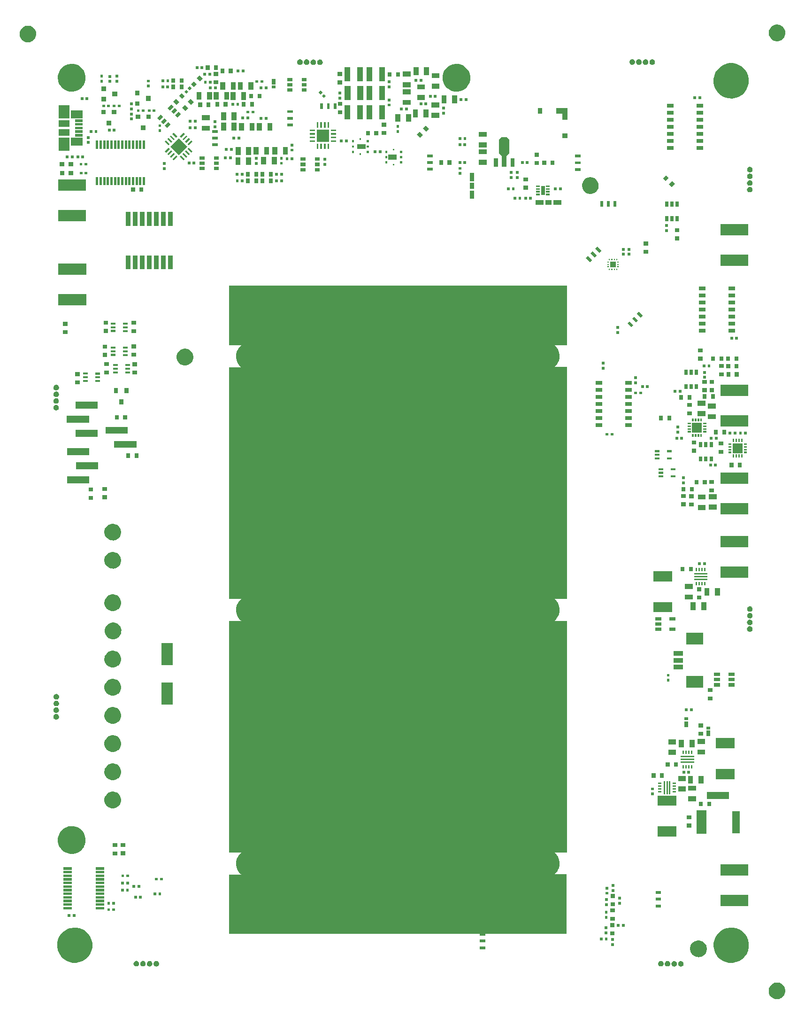
<source format=gbs>
G04 #@! TF.FileFunction,Soldermask,Bot*
%FSLAX46Y46*%
G04 Gerber Fmt 4.6, Leading zero omitted, Abs format (unit mm)*
G04 Created by KiCad (PCBNEW 4.0.7) date Fri Sep 20 17:05:35 2019*
%MOMM*%
%LPD*%
G01*
G04 APERTURE LIST*
%ADD10C,0.150000*%
G04 APERTURE END LIST*
D10*
G36*
X210024531Y-216484379D02*
X210270754Y-216534921D01*
X210312689Y-216543529D01*
X210560367Y-216647644D01*
X210583868Y-216657523D01*
X210827742Y-216822018D01*
X211035021Y-217030749D01*
X211197810Y-217275765D01*
X211268408Y-217447049D01*
X211309908Y-217547736D01*
X211362900Y-217815367D01*
X211367044Y-217836297D01*
X211362353Y-218172290D01*
X211297181Y-218459145D01*
X211177533Y-218727878D01*
X211007967Y-218968253D01*
X210794941Y-219171116D01*
X210593271Y-219299099D01*
X210546569Y-219328737D01*
X210272311Y-219435115D01*
X210088010Y-219467612D01*
X209982615Y-219486196D01*
X209704932Y-219480379D01*
X209688512Y-219480035D01*
X209473038Y-219432660D01*
X209401212Y-219416868D01*
X209131650Y-219299099D01*
X208890096Y-219131215D01*
X208685752Y-218919610D01*
X208526400Y-218672345D01*
X208418111Y-218398837D01*
X208365008Y-218109504D01*
X208369115Y-217815368D01*
X208369115Y-217815367D01*
X208430275Y-217527633D01*
X208538226Y-217275765D01*
X208546160Y-217257253D01*
X208712353Y-217014533D01*
X208922526Y-216808717D01*
X208922527Y-216808716D01*
X209153575Y-216657523D01*
X209168673Y-216647643D01*
X209441419Y-216537446D01*
X209730373Y-216482325D01*
X210024531Y-216484379D01*
X210024531Y-216484379D01*
G37*
G36*
X191374320Y-212596309D02*
X191375002Y-212596314D01*
X191387298Y-212598838D01*
X191471247Y-212616069D01*
X191561819Y-212654142D01*
X191584855Y-212669681D01*
X191643275Y-212709085D01*
X191684800Y-212750901D01*
X191712506Y-212778801D01*
X191766877Y-212860636D01*
X191804319Y-212951476D01*
X191823401Y-213047848D01*
X191823401Y-213047854D01*
X191821834Y-213160076D01*
X191800067Y-213255885D01*
X191800066Y-213255887D01*
X191760105Y-213345642D01*
X191703469Y-213425928D01*
X191632318Y-213493685D01*
X191549363Y-213546330D01*
X191457760Y-213581861D01*
X191361005Y-213598921D01*
X191262770Y-213596863D01*
X191166814Y-213575766D01*
X191076781Y-213536431D01*
X190996100Y-213480357D01*
X190927849Y-213409680D01*
X190874626Y-213327095D01*
X190838457Y-213235743D01*
X190820721Y-213139105D01*
X190822093Y-213040863D01*
X190842519Y-212944762D01*
X190881226Y-212854452D01*
X190936735Y-212773384D01*
X191006932Y-212704642D01*
X191089144Y-212650844D01*
X191134694Y-212632441D01*
X191180243Y-212614038D01*
X191206896Y-212608954D01*
X191276753Y-212595627D01*
X191374320Y-212596309D01*
X191374320Y-212596309D01*
G37*
G36*
X192580820Y-212596309D02*
X192581502Y-212596314D01*
X192593798Y-212598838D01*
X192677747Y-212616069D01*
X192768319Y-212654142D01*
X192791355Y-212669681D01*
X192849775Y-212709085D01*
X192891300Y-212750901D01*
X192919006Y-212778801D01*
X192973377Y-212860636D01*
X193010819Y-212951476D01*
X193029901Y-213047848D01*
X193029901Y-213047854D01*
X193028334Y-213160076D01*
X193006567Y-213255885D01*
X193006566Y-213255887D01*
X192966605Y-213345642D01*
X192909969Y-213425928D01*
X192838818Y-213493685D01*
X192755863Y-213546330D01*
X192664260Y-213581861D01*
X192567505Y-213598921D01*
X192469270Y-213596863D01*
X192373314Y-213575766D01*
X192283281Y-213536431D01*
X192202600Y-213480357D01*
X192134349Y-213409680D01*
X192081126Y-213327095D01*
X192044957Y-213235743D01*
X192027221Y-213139105D01*
X192028593Y-213040863D01*
X192049019Y-212944762D01*
X192087726Y-212854452D01*
X192143235Y-212773384D01*
X192213432Y-212704642D01*
X192295644Y-212650844D01*
X192341194Y-212632441D01*
X192386743Y-212614038D01*
X192413396Y-212608954D01*
X192483253Y-212595627D01*
X192580820Y-212596309D01*
X192580820Y-212596309D01*
G37*
G36*
X96759320Y-212583609D02*
X96760002Y-212583614D01*
X96772298Y-212586138D01*
X96856247Y-212603369D01*
X96946819Y-212641442D01*
X96965647Y-212654142D01*
X97028275Y-212696385D01*
X97077032Y-212745484D01*
X97097506Y-212766101D01*
X97151877Y-212847936D01*
X97189319Y-212938776D01*
X97208401Y-213035148D01*
X97206834Y-213147377D01*
X97200435Y-213175543D01*
X97185067Y-213243185D01*
X97185066Y-213243187D01*
X97145105Y-213332942D01*
X97088469Y-213413228D01*
X97017318Y-213480985D01*
X96934363Y-213533630D01*
X96842760Y-213569161D01*
X96746005Y-213586221D01*
X96647770Y-213584163D01*
X96551814Y-213563066D01*
X96461781Y-213523731D01*
X96381100Y-213467657D01*
X96312849Y-213396980D01*
X96259626Y-213314395D01*
X96223457Y-213223043D01*
X96205721Y-213126405D01*
X96207093Y-213028163D01*
X96227519Y-212932062D01*
X96266226Y-212841752D01*
X96321735Y-212760684D01*
X96391932Y-212691942D01*
X96474144Y-212638144D01*
X96519695Y-212619741D01*
X96565243Y-212601338D01*
X96595176Y-212595628D01*
X96661753Y-212582927D01*
X96759320Y-212583609D01*
X96759320Y-212583609D01*
G37*
G36*
X97965820Y-212583609D02*
X97966502Y-212583614D01*
X97978798Y-212586138D01*
X98062747Y-212603369D01*
X98153319Y-212641442D01*
X98172147Y-212654142D01*
X98234775Y-212696385D01*
X98283532Y-212745484D01*
X98304006Y-212766101D01*
X98358377Y-212847936D01*
X98395819Y-212938776D01*
X98414901Y-213035148D01*
X98413334Y-213147377D01*
X98406935Y-213175543D01*
X98391567Y-213243185D01*
X98391566Y-213243187D01*
X98351605Y-213332942D01*
X98294969Y-213413228D01*
X98223818Y-213480985D01*
X98140863Y-213533630D01*
X98049260Y-213569161D01*
X97952505Y-213586221D01*
X97854270Y-213584163D01*
X97758314Y-213563066D01*
X97668281Y-213523731D01*
X97587600Y-213467657D01*
X97519349Y-213396980D01*
X97466126Y-213314395D01*
X97429957Y-213223043D01*
X97412221Y-213126405D01*
X97413593Y-213028163D01*
X97434019Y-212932062D01*
X97472726Y-212841752D01*
X97528235Y-212760684D01*
X97598432Y-212691942D01*
X97680644Y-212638144D01*
X97726195Y-212619741D01*
X97771743Y-212601338D01*
X97801676Y-212595628D01*
X97868253Y-212582927D01*
X97965820Y-212583609D01*
X97965820Y-212583609D01*
G37*
G36*
X188971620Y-212581109D02*
X188972302Y-212581114D01*
X188981134Y-212582927D01*
X189068547Y-212600869D01*
X189159119Y-212638942D01*
X189176764Y-212650844D01*
X189240575Y-212693885D01*
X189291815Y-212745484D01*
X189309806Y-212763601D01*
X189364177Y-212845436D01*
X189401619Y-212936276D01*
X189420701Y-213032648D01*
X189419134Y-213144877D01*
X189412735Y-213173043D01*
X189397367Y-213240685D01*
X189363059Y-213317742D01*
X189357405Y-213330442D01*
X189300769Y-213410728D01*
X189229618Y-213478485D01*
X189146663Y-213531130D01*
X189055060Y-213566661D01*
X188958305Y-213583721D01*
X188860070Y-213581663D01*
X188764114Y-213560566D01*
X188674081Y-213521231D01*
X188593400Y-213465157D01*
X188525149Y-213394480D01*
X188471926Y-213311895D01*
X188435757Y-213220543D01*
X188418021Y-213123905D01*
X188419393Y-213025663D01*
X188439819Y-212929562D01*
X188478526Y-212839252D01*
X188534035Y-212758184D01*
X188604232Y-212689442D01*
X188686444Y-212635644D01*
X188739922Y-212614038D01*
X188777543Y-212598838D01*
X188804196Y-212593754D01*
X188874053Y-212580427D01*
X188971620Y-212581109D01*
X188971620Y-212581109D01*
G37*
G36*
X190171620Y-212581109D02*
X190172302Y-212581114D01*
X190181134Y-212582927D01*
X190268547Y-212600869D01*
X190359119Y-212638942D01*
X190376764Y-212650844D01*
X190440575Y-212693885D01*
X190491815Y-212745484D01*
X190509806Y-212763601D01*
X190564177Y-212845436D01*
X190601619Y-212936276D01*
X190620701Y-213032648D01*
X190619134Y-213144877D01*
X190612735Y-213173043D01*
X190597367Y-213240685D01*
X190563059Y-213317742D01*
X190557405Y-213330442D01*
X190500769Y-213410728D01*
X190429618Y-213478485D01*
X190346663Y-213531130D01*
X190255060Y-213566661D01*
X190158305Y-213583721D01*
X190060070Y-213581663D01*
X189964114Y-213560566D01*
X189874081Y-213521231D01*
X189793400Y-213465157D01*
X189725149Y-213394480D01*
X189671926Y-213311895D01*
X189635757Y-213220543D01*
X189618021Y-213123905D01*
X189619393Y-213025663D01*
X189639819Y-212929562D01*
X189678526Y-212839252D01*
X189734035Y-212758184D01*
X189804232Y-212689442D01*
X189886444Y-212635644D01*
X189939922Y-212614038D01*
X189977543Y-212598838D01*
X190004196Y-212593754D01*
X190074053Y-212580427D01*
X190171620Y-212581109D01*
X190171620Y-212581109D01*
G37*
G36*
X95556620Y-212568409D02*
X95557302Y-212568414D01*
X95573693Y-212571778D01*
X95653547Y-212588169D01*
X95744119Y-212626242D01*
X95761764Y-212638144D01*
X95825575Y-212681185D01*
X95889427Y-212745484D01*
X95894806Y-212750901D01*
X95949177Y-212832736D01*
X95986619Y-212923576D01*
X96005701Y-213019948D01*
X96005701Y-213019954D01*
X96005311Y-213047854D01*
X96004134Y-213132177D01*
X95997795Y-213160076D01*
X95982367Y-213227985D01*
X95975599Y-213243187D01*
X95942405Y-213317742D01*
X95885769Y-213398028D01*
X95814618Y-213465785D01*
X95731663Y-213518430D01*
X95640060Y-213553961D01*
X95543305Y-213571021D01*
X95445070Y-213568963D01*
X95349114Y-213547866D01*
X95259081Y-213508531D01*
X95178400Y-213452457D01*
X95110149Y-213381780D01*
X95056926Y-213299195D01*
X95020757Y-213207843D01*
X95003021Y-213111205D01*
X95004393Y-213012963D01*
X95024819Y-212916862D01*
X95063526Y-212826552D01*
X95119035Y-212745484D01*
X95189232Y-212676742D01*
X95271444Y-212622944D01*
X95324922Y-212601338D01*
X95362543Y-212586138D01*
X95392476Y-212580428D01*
X95459053Y-212567727D01*
X95556620Y-212568409D01*
X95556620Y-212568409D01*
G37*
G36*
X94356620Y-212568409D02*
X94357302Y-212568414D01*
X94373693Y-212571778D01*
X94453547Y-212588169D01*
X94544119Y-212626242D01*
X94561764Y-212638144D01*
X94625575Y-212681185D01*
X94689427Y-212745484D01*
X94694806Y-212750901D01*
X94749177Y-212832736D01*
X94786619Y-212923576D01*
X94805701Y-213019948D01*
X94805701Y-213019954D01*
X94805311Y-213047854D01*
X94804134Y-213132177D01*
X94797795Y-213160076D01*
X94782367Y-213227985D01*
X94775599Y-213243187D01*
X94742405Y-213317742D01*
X94685769Y-213398028D01*
X94614618Y-213465785D01*
X94531663Y-213518430D01*
X94440060Y-213553961D01*
X94343305Y-213571021D01*
X94245070Y-213568963D01*
X94149114Y-213547866D01*
X94059081Y-213508531D01*
X93978400Y-213452457D01*
X93910149Y-213381780D01*
X93856926Y-213299195D01*
X93820757Y-213207843D01*
X93803021Y-213111205D01*
X93804393Y-213012963D01*
X93824819Y-212916862D01*
X93863526Y-212826552D01*
X93919035Y-212745484D01*
X93989232Y-212676742D01*
X94071444Y-212622944D01*
X94124922Y-212601338D01*
X94162543Y-212586138D01*
X94192476Y-212580428D01*
X94259053Y-212567727D01*
X94356620Y-212568409D01*
X94356620Y-212568409D01*
G37*
G36*
X201942967Y-206570295D02*
X202553094Y-206695536D01*
X203127270Y-206936897D01*
X203424598Y-207137448D01*
X203643634Y-207285189D01*
X203643637Y-207285192D01*
X204082513Y-207727143D01*
X204427190Y-208245923D01*
X204664539Y-208821775D01*
X204783591Y-209423033D01*
X204785516Y-209432757D01*
X204775582Y-210144164D01*
X204637592Y-210751532D01*
X204637591Y-210751534D01*
X204384258Y-211320529D01*
X204025229Y-211829486D01*
X203574181Y-212259013D01*
X203048296Y-212592750D01*
X202467601Y-212817987D01*
X201854221Y-212926142D01*
X201231507Y-212913098D01*
X200623194Y-212779352D01*
X200052442Y-212529996D01*
X199540991Y-212174528D01*
X199108325Y-211726490D01*
X198770926Y-211202948D01*
X198541641Y-210623841D01*
X198429205Y-210011226D01*
X198437901Y-209388441D01*
X198567397Y-208779209D01*
X198812764Y-208206726D01*
X199164651Y-207692808D01*
X199609657Y-207257026D01*
X200130830Y-206915979D01*
X200419579Y-206799318D01*
X200708325Y-206682657D01*
X200877285Y-206650426D01*
X201320138Y-206565946D01*
X201942967Y-206570295D01*
X201942967Y-206570295D01*
G37*
G36*
X83528167Y-206570295D02*
X84138294Y-206695536D01*
X84712470Y-206936897D01*
X85009798Y-207137448D01*
X85228834Y-207285189D01*
X85228837Y-207285192D01*
X85667713Y-207727143D01*
X86012390Y-208245923D01*
X86249739Y-208821775D01*
X86368791Y-209423033D01*
X86370716Y-209432757D01*
X86360782Y-210144164D01*
X86222792Y-210751532D01*
X86222791Y-210751534D01*
X85969458Y-211320529D01*
X85610429Y-211829486D01*
X85159381Y-212259013D01*
X84633496Y-212592750D01*
X84052801Y-212817987D01*
X83439421Y-212926142D01*
X82816707Y-212913098D01*
X82208394Y-212779352D01*
X81637642Y-212529996D01*
X81126191Y-212174528D01*
X80693525Y-211726490D01*
X80356126Y-211202948D01*
X80126841Y-210623841D01*
X80014405Y-210011226D01*
X80023101Y-209388441D01*
X80152597Y-208779209D01*
X80397964Y-208206726D01*
X80749851Y-207692808D01*
X81194857Y-207257026D01*
X81716030Y-206915979D01*
X82004779Y-206799318D01*
X82293525Y-206682657D01*
X82462485Y-206650426D01*
X82905338Y-206565946D01*
X83528167Y-206570295D01*
X83528167Y-206570295D01*
G37*
G36*
X195861431Y-208892879D02*
X196107654Y-208943421D01*
X196149589Y-208952029D01*
X196397267Y-209056144D01*
X196420768Y-209066023D01*
X196664642Y-209230518D01*
X196871921Y-209439249D01*
X197034710Y-209684265D01*
X197105308Y-209855549D01*
X197146808Y-209956236D01*
X197199800Y-210223867D01*
X197203944Y-210244797D01*
X197199253Y-210580790D01*
X197134081Y-210867645D01*
X197014433Y-211136378D01*
X196844867Y-211376753D01*
X196631841Y-211579616D01*
X196430171Y-211707599D01*
X196383469Y-211737237D01*
X196109211Y-211843615D01*
X195924910Y-211876112D01*
X195819515Y-211894696D01*
X195541832Y-211888879D01*
X195525412Y-211888535D01*
X195309938Y-211841160D01*
X195238112Y-211825368D01*
X194968550Y-211707599D01*
X194726996Y-211539715D01*
X194522652Y-211328110D01*
X194363300Y-211080845D01*
X194255011Y-210807337D01*
X194201908Y-210518004D01*
X194206015Y-210223868D01*
X194206015Y-210223867D01*
X194267175Y-209936133D01*
X194375126Y-209684265D01*
X194383060Y-209665753D01*
X194549253Y-209423033D01*
X194759426Y-209217217D01*
X194759427Y-209217216D01*
X194990475Y-209066023D01*
X195005573Y-209056143D01*
X195278319Y-208945946D01*
X195567273Y-208890825D01*
X195861431Y-208892879D01*
X195861431Y-208892879D01*
G37*
G36*
X157257100Y-210454900D02*
X156255100Y-210454900D01*
X156255100Y-209952900D01*
X157257100Y-209952900D01*
X157257100Y-210454900D01*
X157257100Y-210454900D01*
G37*
G36*
X180445790Y-209869130D02*
X179948490Y-209869130D01*
X179948490Y-209371830D01*
X180445790Y-209371830D01*
X180445790Y-209869130D01*
X180445790Y-209869130D01*
G37*
G36*
X157257100Y-209254900D02*
X156255100Y-209254900D01*
X156255100Y-208752900D01*
X157257100Y-208752900D01*
X157257100Y-209254900D01*
X157257100Y-209254900D01*
G37*
G36*
X180445790Y-208969970D02*
X179948490Y-208969970D01*
X179948490Y-208472670D01*
X180445790Y-208472670D01*
X180445790Y-208969970D01*
X180445790Y-208969970D01*
G37*
G36*
X178412850Y-208902630D02*
X177915550Y-208902630D01*
X177915550Y-208405330D01*
X178412850Y-208405330D01*
X178412850Y-208902630D01*
X178412850Y-208902630D01*
G37*
G36*
X179312010Y-208902630D02*
X178814710Y-208902630D01*
X178814710Y-208405330D01*
X179312010Y-208405330D01*
X179312010Y-208902630D01*
X179312010Y-208902630D01*
G37*
G36*
X171954880Y-101590980D02*
X169674089Y-101590980D01*
X169673950Y-101591000D01*
X169673821Y-101591058D01*
X169673714Y-101591149D01*
X169673637Y-101591266D01*
X169673595Y-101591401D01*
X169673593Y-101591541D01*
X169673630Y-101591677D01*
X169673703Y-101591797D01*
X169673804Y-101591890D01*
X169755451Y-101646962D01*
X169926431Y-101819140D01*
X170101055Y-101994987D01*
X170372477Y-102403509D01*
X170559382Y-102856976D01*
X170654647Y-103338098D01*
X170646824Y-103898316D01*
X170538161Y-104376600D01*
X170410656Y-104662980D01*
X170338669Y-104824666D01*
X170237501Y-104968080D01*
X170055945Y-105225453D01*
X169725829Y-105539818D01*
X169725742Y-105539928D01*
X169725689Y-105540059D01*
X169725674Y-105540199D01*
X169725699Y-105540337D01*
X169725762Y-105540463D01*
X169725857Y-105540567D01*
X169725977Y-105540640D01*
X169726174Y-105540680D01*
X171954880Y-105540680D01*
X171954880Y-147310980D01*
X169674089Y-147310980D01*
X169673950Y-147311000D01*
X169673821Y-147311058D01*
X169673714Y-147311149D01*
X169673637Y-147311266D01*
X169673595Y-147311401D01*
X169673593Y-147311541D01*
X169673630Y-147311677D01*
X169673703Y-147311797D01*
X169673804Y-147311890D01*
X169755451Y-147366962D01*
X169844624Y-147456760D01*
X170101055Y-147714987D01*
X170372477Y-148123509D01*
X170559382Y-148576976D01*
X170654647Y-149058098D01*
X170654647Y-149058104D01*
X170652630Y-149202508D01*
X170646824Y-149618316D01*
X170538161Y-150096600D01*
X170451981Y-150290163D01*
X170338669Y-150544666D01*
X170258029Y-150658980D01*
X170055945Y-150945453D01*
X169700759Y-151283692D01*
X169678436Y-151297858D01*
X169678329Y-151297949D01*
X169678252Y-151298067D01*
X169678210Y-151298201D01*
X169678208Y-151298342D01*
X169678245Y-151298478D01*
X169678318Y-151298598D01*
X169678422Y-151298693D01*
X169678548Y-151298755D01*
X169678704Y-151298780D01*
X171954880Y-151298780D01*
X171954880Y-193081780D01*
X169749403Y-193081780D01*
X169749264Y-193081800D01*
X169749135Y-193081858D01*
X169749028Y-193081949D01*
X169748951Y-193082066D01*
X169748909Y-193082201D01*
X169748907Y-193082341D01*
X169748944Y-193082477D01*
X169749017Y-193082597D01*
X169749118Y-193082690D01*
X169755451Y-193086962D01*
X169926431Y-193259140D01*
X170101055Y-193434987D01*
X170372477Y-193843509D01*
X170559382Y-194296976D01*
X170654647Y-194778098D01*
X170646824Y-195338316D01*
X170538161Y-195816600D01*
X170405166Y-196115310D01*
X170338669Y-196264666D01*
X170283424Y-196342980D01*
X170055945Y-196665453D01*
X169725829Y-196979818D01*
X169725742Y-196979928D01*
X169725689Y-196980059D01*
X169725674Y-196980199D01*
X169725699Y-196980337D01*
X169725762Y-196980463D01*
X169725857Y-196980567D01*
X169725977Y-196980640D01*
X169726174Y-196980680D01*
X171942180Y-196980680D01*
X171942180Y-207674080D01*
X169227348Y-207675792D01*
X157257600Y-207683339D01*
X157257460Y-207683359D01*
X157257332Y-207683417D01*
X157257225Y-207683508D01*
X157257148Y-207683626D01*
X157257106Y-207683760D01*
X157257100Y-207683839D01*
X157257100Y-208054900D01*
X156255100Y-208054900D01*
X156255100Y-207684471D01*
X156255080Y-207684332D01*
X156255022Y-207684203D01*
X156254931Y-207684096D01*
X156254814Y-207684019D01*
X156254679Y-207683977D01*
X156254604Y-207683971D01*
X111515580Y-207712180D01*
X110994880Y-207712180D01*
X110994880Y-197006080D01*
X113282311Y-197006080D01*
X113282450Y-197006060D01*
X113282579Y-197006002D01*
X113282686Y-197005911D01*
X113282763Y-197005794D01*
X113282805Y-197005659D01*
X113282807Y-197005519D01*
X113282770Y-197005383D01*
X113282697Y-197005263D01*
X113282596Y-197005169D01*
X113184748Y-196937163D01*
X112844038Y-196584347D01*
X112578346Y-196172074D01*
X112397792Y-195716045D01*
X112309253Y-195233630D01*
X112316100Y-194743206D01*
X112418074Y-194263456D01*
X112611293Y-193812643D01*
X112888393Y-193407948D01*
X113238821Y-193064784D01*
X113269669Y-193044598D01*
X113269774Y-193044506D01*
X113269850Y-193044387D01*
X113269890Y-193044252D01*
X113269890Y-193044111D01*
X113269851Y-193043976D01*
X113269777Y-193043857D01*
X113269671Y-193043763D01*
X113269544Y-193043703D01*
X113269395Y-193043680D01*
X111007580Y-193043680D01*
X111007580Y-151286080D01*
X113282311Y-151286080D01*
X113282450Y-151286060D01*
X113282579Y-151286002D01*
X113282686Y-151285911D01*
X113282763Y-151285794D01*
X113282805Y-151285659D01*
X113282807Y-151285519D01*
X113282770Y-151285383D01*
X113282697Y-151285263D01*
X113282596Y-151285169D01*
X113184748Y-151217163D01*
X112844038Y-150864347D01*
X112578346Y-150452074D01*
X112397792Y-149996045D01*
X112323110Y-149589130D01*
X112309253Y-149513631D01*
X112309880Y-149468728D01*
X112316100Y-149023206D01*
X112418074Y-148543456D01*
X112611293Y-148092643D01*
X112888393Y-147687948D01*
X113238821Y-147344784D01*
X113289076Y-147311898D01*
X113289182Y-147311806D01*
X113289257Y-147311687D01*
X113289297Y-147311552D01*
X113289297Y-147311411D01*
X113289258Y-147311276D01*
X113289184Y-147311157D01*
X113289078Y-147311063D01*
X113288951Y-147311003D01*
X113288802Y-147310980D01*
X111007580Y-147310980D01*
X111007580Y-105553380D01*
X113264038Y-105553380D01*
X113264177Y-105553360D01*
X113264306Y-105553302D01*
X113264413Y-105553211D01*
X113264490Y-105553094D01*
X113264532Y-105552959D01*
X113264534Y-105552819D01*
X113264497Y-105552683D01*
X113264424Y-105552563D01*
X113264323Y-105552469D01*
X113184748Y-105497163D01*
X112844038Y-105144347D01*
X112578346Y-104732074D01*
X112397792Y-104276045D01*
X112322059Y-103863404D01*
X112309253Y-103793631D01*
X112311438Y-103637120D01*
X112316100Y-103303206D01*
X112418074Y-102823456D01*
X112611293Y-102372643D01*
X112888393Y-101967948D01*
X113238821Y-101624784D01*
X113269669Y-101604598D01*
X113269774Y-101604506D01*
X113269850Y-101604387D01*
X113269890Y-101604252D01*
X113269890Y-101604111D01*
X113269851Y-101603976D01*
X113269777Y-101603857D01*
X113269671Y-101603763D01*
X113269544Y-101603703D01*
X113269395Y-101603680D01*
X111020280Y-101603680D01*
X111020280Y-90872180D01*
X171954880Y-90872180D01*
X171954880Y-101590980D01*
X171954880Y-101590980D01*
G37*
G36*
X180577820Y-207975740D02*
X179775820Y-207975740D01*
X179775820Y-207273740D01*
X180577820Y-207273740D01*
X180577820Y-207975740D01*
X180577820Y-207975740D01*
G37*
G36*
X179267230Y-207776170D02*
X178769930Y-207776170D01*
X178769930Y-207278870D01*
X179267230Y-207278870D01*
X179267230Y-207776170D01*
X179267230Y-207776170D01*
G37*
G36*
X179267230Y-206877010D02*
X178769930Y-206877010D01*
X178769930Y-206379710D01*
X179267230Y-206379710D01*
X179267230Y-206877010D01*
X179267230Y-206877010D01*
G37*
G36*
X180577820Y-206475740D02*
X179775820Y-206475740D01*
X179775820Y-205773740D01*
X180577820Y-205773740D01*
X180577820Y-206475740D01*
X180577820Y-206475740D01*
G37*
G36*
X182392010Y-206402630D02*
X181894710Y-206402630D01*
X181894710Y-205905330D01*
X182392010Y-205905330D01*
X182392010Y-206402630D01*
X182392010Y-206402630D01*
G37*
G36*
X181492850Y-206402630D02*
X180995550Y-206402630D01*
X180995550Y-205905330D01*
X181492850Y-205905330D01*
X181492850Y-206402630D01*
X181492850Y-206402630D01*
G37*
G36*
X180593060Y-205344300D02*
X179791060Y-205344300D01*
X179791060Y-204642300D01*
X180593060Y-204642300D01*
X180593060Y-205344300D01*
X180593060Y-205344300D01*
G37*
G36*
X179307870Y-204951690D02*
X178810570Y-204951690D01*
X178810570Y-204454390D01*
X179307870Y-204454390D01*
X179307870Y-204951690D01*
X179307870Y-204951690D01*
G37*
G36*
X82422850Y-204682630D02*
X81925550Y-204682630D01*
X81925550Y-204185330D01*
X82422850Y-204185330D01*
X82422850Y-204682630D01*
X82422850Y-204682630D01*
G37*
G36*
X83322010Y-204682630D02*
X82824710Y-204682630D01*
X82824710Y-204185330D01*
X83322010Y-204185330D01*
X83322010Y-204682630D01*
X83322010Y-204682630D01*
G37*
G36*
X179307870Y-204052530D02*
X178810570Y-204052530D01*
X178810570Y-203555230D01*
X179307870Y-203555230D01*
X179307870Y-204052530D01*
X179307870Y-204052530D01*
G37*
G36*
X180593060Y-203844300D02*
X179791060Y-203844300D01*
X179791060Y-203142300D01*
X180593060Y-203142300D01*
X180593060Y-203844300D01*
X180593060Y-203844300D01*
G37*
G36*
X90462010Y-203592630D02*
X89964710Y-203592630D01*
X89964710Y-203095330D01*
X90462010Y-203095330D01*
X90462010Y-203592630D01*
X90462010Y-203592630D01*
G37*
G36*
X89562850Y-203592630D02*
X89065550Y-203592630D01*
X89065550Y-203095330D01*
X89562850Y-203095330D01*
X89562850Y-203592630D01*
X89562850Y-203592630D01*
G37*
G36*
X88474780Y-203294980D02*
X86972780Y-203294980D01*
X86972780Y-202842980D01*
X88474780Y-202842980D01*
X88474780Y-203294980D01*
X88474780Y-203294980D01*
G37*
G36*
X82674780Y-203294980D02*
X81172780Y-203294980D01*
X81172780Y-202842980D01*
X82674780Y-202842980D01*
X82674780Y-203294980D01*
X82674780Y-203294980D01*
G37*
G36*
X188969000Y-202923800D02*
X187967000Y-202923800D01*
X187967000Y-202421800D01*
X188969000Y-202421800D01*
X188969000Y-202923800D01*
X188969000Y-202923800D01*
G37*
G36*
X180638780Y-202733180D02*
X179836780Y-202733180D01*
X179836780Y-202031180D01*
X180638780Y-202031180D01*
X180638780Y-202733180D01*
X180638780Y-202733180D01*
G37*
G36*
X204654780Y-202694980D02*
X199652780Y-202694980D01*
X199652780Y-200692980D01*
X204654780Y-200692980D01*
X204654780Y-202694980D01*
X204654780Y-202694980D01*
G37*
G36*
X179333270Y-202670770D02*
X178835970Y-202670770D01*
X178835970Y-202173470D01*
X179333270Y-202173470D01*
X179333270Y-202670770D01*
X179333270Y-202670770D01*
G37*
G36*
X82674780Y-202644980D02*
X81172780Y-202644980D01*
X81172780Y-202192980D01*
X82674780Y-202192980D01*
X82674780Y-202644980D01*
X82674780Y-202644980D01*
G37*
G36*
X88474780Y-202644980D02*
X86972780Y-202644980D01*
X86972780Y-202192980D01*
X88474780Y-202192980D01*
X88474780Y-202644980D01*
X88474780Y-202644980D01*
G37*
G36*
X89562850Y-202442630D02*
X89065550Y-202442630D01*
X89065550Y-201945330D01*
X89562850Y-201945330D01*
X89562850Y-202442630D01*
X89562850Y-202442630D01*
G37*
G36*
X90462010Y-202442630D02*
X89964710Y-202442630D01*
X89964710Y-201945330D01*
X90462010Y-201945330D01*
X90462010Y-202442630D01*
X90462010Y-202442630D01*
G37*
G36*
X181692430Y-202422210D02*
X181195130Y-202422210D01*
X181195130Y-201924910D01*
X181692430Y-201924910D01*
X181692430Y-202422210D01*
X181692430Y-202422210D01*
G37*
G36*
X88474780Y-201994980D02*
X86972780Y-201994980D01*
X86972780Y-201542980D01*
X88474780Y-201542980D01*
X88474780Y-201994980D01*
X88474780Y-201994980D01*
G37*
G36*
X82674780Y-201994980D02*
X81172780Y-201994980D01*
X81172780Y-201542980D01*
X82674780Y-201542980D01*
X82674780Y-201994980D01*
X82674780Y-201994980D01*
G37*
G36*
X179333270Y-201771610D02*
X178835970Y-201771610D01*
X178835970Y-201274310D01*
X179333270Y-201274310D01*
X179333270Y-201771610D01*
X179333270Y-201771610D01*
G37*
G36*
X188969000Y-201723800D02*
X187967000Y-201723800D01*
X187967000Y-201221800D01*
X188969000Y-201221800D01*
X188969000Y-201723800D01*
X188969000Y-201723800D01*
G37*
G36*
X181692430Y-201523050D02*
X181195130Y-201523050D01*
X181195130Y-201025750D01*
X181692430Y-201025750D01*
X181692430Y-201523050D01*
X181692430Y-201523050D01*
G37*
G36*
X95317730Y-201377150D02*
X94820430Y-201377150D01*
X94820430Y-200879850D01*
X95317730Y-200879850D01*
X95317730Y-201377150D01*
X95317730Y-201377150D01*
G37*
G36*
X94418570Y-201377150D02*
X93921270Y-201377150D01*
X93921270Y-200879850D01*
X94418570Y-200879850D01*
X94418570Y-201377150D01*
X94418570Y-201377150D01*
G37*
G36*
X88474780Y-201344980D02*
X86972780Y-201344980D01*
X86972780Y-200892980D01*
X88474780Y-200892980D01*
X88474780Y-201344980D01*
X88474780Y-201344980D01*
G37*
G36*
X82674780Y-201344980D02*
X81172780Y-201344980D01*
X81172780Y-200892980D01*
X82674780Y-200892980D01*
X82674780Y-201344980D01*
X82674780Y-201344980D01*
G37*
G36*
X180638780Y-201233180D02*
X179836780Y-201233180D01*
X179836780Y-200531180D01*
X180638780Y-200531180D01*
X180638780Y-201233180D01*
X180638780Y-201233180D01*
G37*
G36*
X97893290Y-200752310D02*
X97395990Y-200752310D01*
X97395990Y-200255010D01*
X97893290Y-200255010D01*
X97893290Y-200752310D01*
X97893290Y-200752310D01*
G37*
G36*
X98792450Y-200752310D02*
X98295150Y-200752310D01*
X98295150Y-200255010D01*
X98792450Y-200255010D01*
X98792450Y-200752310D01*
X98792450Y-200752310D01*
G37*
G36*
X82674780Y-200694980D02*
X81172780Y-200694980D01*
X81172780Y-200242980D01*
X82674780Y-200242980D01*
X82674780Y-200694980D01*
X82674780Y-200694980D01*
G37*
G36*
X88474780Y-200694980D02*
X86972780Y-200694980D01*
X86972780Y-200242980D01*
X88474780Y-200242980D01*
X88474780Y-200694980D01*
X88474780Y-200694980D01*
G37*
G36*
X179409470Y-200623530D02*
X178912170Y-200623530D01*
X178912170Y-200126230D01*
X179409470Y-200126230D01*
X179409470Y-200623530D01*
X179409470Y-200623530D01*
G37*
G36*
X188969000Y-200523800D02*
X187967000Y-200523800D01*
X187967000Y-200021800D01*
X188969000Y-200021800D01*
X188969000Y-200523800D01*
X188969000Y-200523800D01*
G37*
G36*
X180547390Y-200135850D02*
X180050090Y-200135850D01*
X180050090Y-199638550D01*
X180547390Y-199638550D01*
X180547390Y-200135850D01*
X180547390Y-200135850D01*
G37*
G36*
X92056370Y-200081750D02*
X91559070Y-200081750D01*
X91559070Y-199584450D01*
X92056370Y-199584450D01*
X92056370Y-200081750D01*
X92056370Y-200081750D01*
G37*
G36*
X92955530Y-200081750D02*
X92458230Y-200081750D01*
X92458230Y-199584450D01*
X92955530Y-199584450D01*
X92955530Y-200081750D01*
X92955530Y-200081750D01*
G37*
G36*
X88474780Y-200044980D02*
X86972780Y-200044980D01*
X86972780Y-199592980D01*
X88474780Y-199592980D01*
X88474780Y-200044980D01*
X88474780Y-200044980D01*
G37*
G36*
X82674780Y-200044980D02*
X81172780Y-200044980D01*
X81172780Y-199592980D01*
X82674780Y-199592980D01*
X82674780Y-200044980D01*
X82674780Y-200044980D01*
G37*
G36*
X179409470Y-199724370D02*
X178912170Y-199724370D01*
X178912170Y-199227070D01*
X179409470Y-199227070D01*
X179409470Y-199724370D01*
X179409470Y-199724370D01*
G37*
G36*
X94129010Y-199411190D02*
X93631710Y-199411190D01*
X93631710Y-198913890D01*
X94129010Y-198913890D01*
X94129010Y-199411190D01*
X94129010Y-199411190D01*
G37*
G36*
X95028170Y-199411190D02*
X94530870Y-199411190D01*
X94530870Y-198913890D01*
X95028170Y-198913890D01*
X95028170Y-199411190D01*
X95028170Y-199411190D01*
G37*
G36*
X88474780Y-199394980D02*
X86972780Y-199394980D01*
X86972780Y-198942980D01*
X88474780Y-198942980D01*
X88474780Y-199394980D01*
X88474780Y-199394980D01*
G37*
G36*
X82674780Y-199394980D02*
X81172780Y-199394980D01*
X81172780Y-198942980D01*
X82674780Y-198942980D01*
X82674780Y-199394980D01*
X82674780Y-199394980D01*
G37*
G36*
X180547390Y-199236690D02*
X180050090Y-199236690D01*
X180050090Y-198739390D01*
X180547390Y-198739390D01*
X180547390Y-199236690D01*
X180547390Y-199236690D01*
G37*
G36*
X92965690Y-198771110D02*
X92468390Y-198771110D01*
X92468390Y-198273810D01*
X92965690Y-198273810D01*
X92965690Y-198771110D01*
X92965690Y-198771110D01*
G37*
G36*
X92066530Y-198771110D02*
X91569230Y-198771110D01*
X91569230Y-198273810D01*
X92066530Y-198273810D01*
X92066530Y-198771110D01*
X92066530Y-198771110D01*
G37*
G36*
X88474780Y-198744980D02*
X86972780Y-198744980D01*
X86972780Y-198292980D01*
X88474780Y-198292980D01*
X88474780Y-198744980D01*
X88474780Y-198744980D01*
G37*
G36*
X82674780Y-198744980D02*
X81172780Y-198744980D01*
X81172780Y-198292980D01*
X82674780Y-198292980D01*
X82674780Y-198744980D01*
X82674780Y-198744980D01*
G37*
G36*
X82674780Y-198094980D02*
X81172780Y-198094980D01*
X81172780Y-197642980D01*
X82674780Y-197642980D01*
X82674780Y-198094980D01*
X82674780Y-198094980D01*
G37*
G36*
X88474780Y-198094980D02*
X86972780Y-198094980D01*
X86972780Y-197642980D01*
X88474780Y-197642980D01*
X88474780Y-198094980D01*
X88474780Y-198094980D01*
G37*
G36*
X99061690Y-198090390D02*
X98564390Y-198090390D01*
X98564390Y-197593090D01*
X99061690Y-197593090D01*
X99061690Y-198090390D01*
X99061690Y-198090390D01*
G37*
G36*
X98162530Y-198090390D02*
X97665230Y-198090390D01*
X97665230Y-197593090D01*
X98162530Y-197593090D01*
X98162530Y-198090390D01*
X98162530Y-198090390D01*
G37*
G36*
X93001250Y-197490950D02*
X92503950Y-197490950D01*
X92503950Y-196993650D01*
X93001250Y-196993650D01*
X93001250Y-197490950D01*
X93001250Y-197490950D01*
G37*
G36*
X92102090Y-197490950D02*
X91604790Y-197490950D01*
X91604790Y-196993650D01*
X92102090Y-196993650D01*
X92102090Y-197490950D01*
X92102090Y-197490950D01*
G37*
G36*
X82674780Y-197444980D02*
X81172780Y-197444980D01*
X81172780Y-196992980D01*
X82674780Y-196992980D01*
X82674780Y-197444980D01*
X82674780Y-197444980D01*
G37*
G36*
X88474780Y-197444980D02*
X86972780Y-197444980D01*
X86972780Y-196992980D01*
X88474780Y-196992980D01*
X88474780Y-197444980D01*
X88474780Y-197444980D01*
G37*
G36*
X204654780Y-197194980D02*
X199652780Y-197194980D01*
X199652780Y-195192980D01*
X204654780Y-195192980D01*
X204654780Y-197194980D01*
X204654780Y-197194980D01*
G37*
G36*
X88474780Y-196794980D02*
X86972780Y-196794980D01*
X86972780Y-196342980D01*
X88474780Y-196342980D01*
X88474780Y-196794980D01*
X88474780Y-196794980D01*
G37*
G36*
X82674780Y-196794980D02*
X81172780Y-196794980D01*
X81172780Y-196342980D01*
X82674780Y-196342980D01*
X82674780Y-196794980D01*
X82674780Y-196794980D01*
G37*
G36*
X88474780Y-196144980D02*
X86972780Y-196144980D01*
X86972780Y-195692980D01*
X88474780Y-195692980D01*
X88474780Y-196144980D01*
X88474780Y-196144980D01*
G37*
G36*
X82674780Y-196144980D02*
X81172780Y-196144980D01*
X81172780Y-195692980D01*
X82674780Y-195692980D01*
X82674780Y-196144980D01*
X82674780Y-196144980D01*
G37*
G36*
X90854780Y-193544980D02*
X90052780Y-193544980D01*
X90052780Y-192842980D01*
X90854780Y-192842980D01*
X90854780Y-193544980D01*
X90854780Y-193544980D01*
G37*
G36*
X92284780Y-193534980D02*
X91482780Y-193534980D01*
X91482780Y-192832980D01*
X92284780Y-192832980D01*
X92284780Y-193534980D01*
X92284780Y-193534980D01*
G37*
G36*
X82909475Y-188287819D02*
X82916231Y-188287866D01*
X83038302Y-188312924D01*
X83396685Y-188386488D01*
X83848830Y-188576553D01*
X83848832Y-188576554D01*
X84255451Y-188850822D01*
X84426431Y-189023000D01*
X84601055Y-189198847D01*
X84872477Y-189607369D01*
X85059382Y-190060836D01*
X85154647Y-190541958D01*
X85146824Y-191102176D01*
X85038161Y-191580460D01*
X84905166Y-191879170D01*
X84838669Y-192028526D01*
X84697307Y-192228919D01*
X84555945Y-192429313D01*
X84200759Y-192767552D01*
X83786642Y-193030359D01*
X83329362Y-193207726D01*
X82846345Y-193292895D01*
X82355976Y-193282623D01*
X81876950Y-193177302D01*
X81427501Y-192980942D01*
X81427499Y-192980941D01*
X81228999Y-192842980D01*
X81024748Y-192701023D01*
X80684038Y-192348207D01*
X80418346Y-191935934D01*
X80237792Y-191479905D01*
X80149253Y-190997490D01*
X80156100Y-190507066D01*
X80258074Y-190027316D01*
X80451293Y-189576503D01*
X80728393Y-189171808D01*
X81078821Y-188828644D01*
X81489228Y-188560081D01*
X81716608Y-188468214D01*
X81943987Y-188376347D01*
X82077038Y-188350966D01*
X82425771Y-188284441D01*
X82909475Y-188287819D01*
X82909475Y-188287819D01*
G37*
G36*
X90854780Y-192044980D02*
X90052780Y-192044980D01*
X90052780Y-191342980D01*
X90854780Y-191342980D01*
X90854780Y-192044980D01*
X90854780Y-192044980D01*
G37*
G36*
X92284780Y-192034980D02*
X91482780Y-192034980D01*
X91482780Y-191332980D01*
X92284780Y-191332980D01*
X92284780Y-192034980D01*
X92284780Y-192034980D01*
G37*
G36*
X191756280Y-190178480D02*
X188354280Y-190178480D01*
X188354280Y-188326480D01*
X191756280Y-188326480D01*
X191756280Y-190178480D01*
X191756280Y-190178480D01*
G37*
G36*
X197114580Y-189695680D02*
X195362580Y-189695680D01*
X195362580Y-185443680D01*
X197114580Y-185443680D01*
X197114580Y-189695680D01*
X197114580Y-189695680D01*
G37*
G36*
X203139580Y-189570680D02*
X201837580Y-189570680D01*
X201837580Y-185568680D01*
X203139580Y-185568680D01*
X203139580Y-189570680D01*
X203139580Y-189570680D01*
G37*
G36*
X194393280Y-188530980D02*
X193591280Y-188530980D01*
X193591280Y-187828980D01*
X194393280Y-187828980D01*
X194393280Y-188530980D01*
X194393280Y-188530980D01*
G37*
G36*
X194393280Y-187030980D02*
X193591280Y-187030980D01*
X193591280Y-186328980D01*
X194393280Y-186328980D01*
X194393280Y-187030980D01*
X194393280Y-187030980D01*
G37*
G36*
X90211436Y-182073979D02*
X90470137Y-182127083D01*
X90499786Y-182133169D01*
X90747629Y-182237353D01*
X90771146Y-182247239D01*
X91015183Y-182411843D01*
X91222600Y-182620714D01*
X91385497Y-182865893D01*
X91497670Y-183138044D01*
X91554845Y-183426799D01*
X91550150Y-183763015D01*
X91484935Y-184050062D01*
X91365207Y-184318974D01*
X91195528Y-184559510D01*
X91067551Y-184681380D01*
X90982358Y-184762508D01*
X90733822Y-184920234D01*
X90459381Y-185026683D01*
X90274957Y-185059201D01*
X90169492Y-185077798D01*
X89891623Y-185071977D01*
X89875193Y-185071633D01*
X89587702Y-185008424D01*
X89481991Y-184962240D01*
X89317959Y-184890576D01*
X89076245Y-184722580D01*
X88871764Y-184510834D01*
X88712306Y-184263404D01*
X88603945Y-183989714D01*
X88550807Y-183700188D01*
X88554917Y-183405856D01*
X88554917Y-183405855D01*
X88616117Y-183117929D01*
X88639303Y-183063832D01*
X88732079Y-182847369D01*
X88898384Y-182604487D01*
X89108697Y-182398533D01*
X89339899Y-182247239D01*
X89355006Y-182237353D01*
X89355008Y-182237352D01*
X89627935Y-182127082D01*
X89917082Y-182071924D01*
X90211436Y-182073979D01*
X90211436Y-182073979D01*
G37*
G36*
X197988880Y-184681380D02*
X197286880Y-184681380D01*
X197286880Y-183879380D01*
X197988880Y-183879380D01*
X197988880Y-184681380D01*
X197988880Y-184681380D01*
G37*
G36*
X196488880Y-184681380D02*
X195786880Y-184681380D01*
X195786880Y-183879380D01*
X196488880Y-183879380D01*
X196488880Y-184681380D01*
X196488880Y-184681380D01*
G37*
G36*
X191756280Y-184628480D02*
X188354280Y-184628480D01*
X188354280Y-182776480D01*
X191756280Y-182776480D01*
X191756280Y-184628480D01*
X191756280Y-184628480D01*
G37*
G36*
X195251850Y-183803860D02*
X193850310Y-183803860D01*
X193850310Y-182902700D01*
X195251850Y-182902700D01*
X195251850Y-183803860D01*
X195251850Y-183803860D01*
G37*
G36*
X201239580Y-183420680D02*
X197237580Y-183420680D01*
X197237580Y-182118680D01*
X201239580Y-182118680D01*
X201239580Y-183420680D01*
X201239580Y-183420680D01*
G37*
G36*
X187684830Y-182731010D02*
X187187530Y-182731010D01*
X187187530Y-182233710D01*
X187684830Y-182233710D01*
X187684830Y-182731010D01*
X187684830Y-182731010D01*
G37*
G36*
X190655880Y-182547680D02*
X190403880Y-182547680D01*
X190403880Y-180145680D01*
X190655880Y-180145680D01*
X190655880Y-182547680D01*
X190655880Y-182547680D01*
G37*
G36*
X189655880Y-182547680D02*
X189403880Y-182547680D01*
X189403880Y-180145680D01*
X189655880Y-180145680D01*
X189655880Y-182547680D01*
X189655880Y-182547680D01*
G37*
G36*
X190155880Y-182547680D02*
X189903880Y-182547680D01*
X189903880Y-180145680D01*
X190155880Y-180145680D01*
X190155880Y-182547680D01*
X190155880Y-182547680D01*
G37*
G36*
X191630880Y-182222680D02*
X191028880Y-182222680D01*
X191028880Y-181970680D01*
X191630880Y-181970680D01*
X191630880Y-182222680D01*
X191630880Y-182222680D01*
G37*
G36*
X189030880Y-182222680D02*
X188428880Y-182222680D01*
X188428880Y-181970680D01*
X189030880Y-181970680D01*
X189030880Y-182222680D01*
X189030880Y-182222680D01*
G37*
G36*
X193423050Y-182051260D02*
X192021510Y-182051260D01*
X192021510Y-181150100D01*
X193423050Y-181150100D01*
X193423050Y-182051260D01*
X193423050Y-182051260D01*
G37*
G36*
X195251850Y-181898860D02*
X193850310Y-181898860D01*
X193850310Y-180997700D01*
X195251850Y-180997700D01*
X195251850Y-181898860D01*
X195251850Y-181898860D01*
G37*
G36*
X187684830Y-181831850D02*
X187187530Y-181831850D01*
X187187530Y-181334550D01*
X187684830Y-181334550D01*
X187684830Y-181831850D01*
X187684830Y-181831850D01*
G37*
G36*
X189030880Y-181722680D02*
X188428880Y-181722680D01*
X188428880Y-181470680D01*
X189030880Y-181470680D01*
X189030880Y-181722680D01*
X189030880Y-181722680D01*
G37*
G36*
X191630880Y-181722680D02*
X191028880Y-181722680D01*
X191028880Y-181470680D01*
X191630880Y-181470680D01*
X191630880Y-181722680D01*
X191630880Y-181722680D01*
G37*
G36*
X191630880Y-181222680D02*
X191028880Y-181222680D01*
X191028880Y-180970680D01*
X191630880Y-180970680D01*
X191630880Y-181222680D01*
X191630880Y-181222680D01*
G37*
G36*
X189030880Y-181222680D02*
X188428880Y-181222680D01*
X188428880Y-180970680D01*
X189030880Y-180970680D01*
X189030880Y-181222680D01*
X189030880Y-181222680D01*
G37*
G36*
X191630880Y-180722680D02*
X191028880Y-180722680D01*
X191028880Y-180470680D01*
X191630880Y-180470680D01*
X191630880Y-180722680D01*
X191630880Y-180722680D01*
G37*
G36*
X189030880Y-180722680D02*
X188428880Y-180722680D01*
X188428880Y-180470680D01*
X189030880Y-180470680D01*
X189030880Y-180722680D01*
X189030880Y-180722680D01*
G37*
G36*
X196627260Y-180612350D02*
X195726100Y-180612350D01*
X195726100Y-179210810D01*
X196627260Y-179210810D01*
X196627260Y-180612350D01*
X196627260Y-180612350D01*
G37*
G36*
X194722260Y-180612350D02*
X193821100Y-180612350D01*
X193821100Y-179210810D01*
X194722260Y-179210810D01*
X194722260Y-180612350D01*
X194722260Y-180612350D01*
G37*
G36*
X193423050Y-180146260D02*
X192021510Y-180146260D01*
X192021510Y-179245100D01*
X193423050Y-179245100D01*
X193423050Y-180146260D01*
X193423050Y-180146260D01*
G37*
G36*
X90211436Y-176993979D02*
X90470137Y-177047083D01*
X90499786Y-177053169D01*
X90747629Y-177157353D01*
X90771146Y-177167239D01*
X91015183Y-177331843D01*
X91222600Y-177540714D01*
X91385497Y-177785893D01*
X91497670Y-178058044D01*
X91554845Y-178346799D01*
X91550150Y-178683015D01*
X91484935Y-178970062D01*
X91365207Y-179238974D01*
X91195528Y-179479510D01*
X91024288Y-179642579D01*
X90982358Y-179682508D01*
X90733822Y-179840234D01*
X90459381Y-179946683D01*
X90274957Y-179979201D01*
X90169492Y-179997798D01*
X89891623Y-179991977D01*
X89875193Y-179991633D01*
X89587702Y-179928424D01*
X89481991Y-179882240D01*
X89317959Y-179810576D01*
X89076245Y-179642580D01*
X88871764Y-179430834D01*
X88712306Y-179183404D01*
X88603945Y-178909714D01*
X88550807Y-178620188D01*
X88554917Y-178325856D01*
X88559556Y-178304030D01*
X88616117Y-178037929D01*
X88724140Y-177785893D01*
X88732079Y-177767369D01*
X88898384Y-177524487D01*
X89108697Y-177318533D01*
X89339899Y-177167239D01*
X89355006Y-177157353D01*
X89355008Y-177157352D01*
X89627935Y-177047082D01*
X89917082Y-176991924D01*
X90211436Y-176993979D01*
X90211436Y-176993979D01*
G37*
G36*
X202221080Y-179815280D02*
X198819080Y-179815280D01*
X198819080Y-177963280D01*
X202221080Y-177963280D01*
X202221080Y-179815280D01*
X202221080Y-179815280D01*
G37*
G36*
X189454480Y-179550580D02*
X188752480Y-179550580D01*
X188752480Y-178748580D01*
X189454480Y-178748580D01*
X189454480Y-179550580D01*
X189454480Y-179550580D01*
G37*
G36*
X187954480Y-179550580D02*
X187252480Y-179550580D01*
X187252480Y-178748580D01*
X187954480Y-178748580D01*
X187954480Y-179550580D01*
X187954480Y-179550580D01*
G37*
G36*
X193296050Y-178801330D02*
X192798750Y-178801330D01*
X192798750Y-178304030D01*
X193296050Y-178304030D01*
X193296050Y-178801330D01*
X193296050Y-178801330D01*
G37*
G36*
X194195210Y-178801330D02*
X193697910Y-178801330D01*
X193697910Y-178304030D01*
X194195210Y-178304030D01*
X194195210Y-178801330D01*
X194195210Y-178801330D01*
G37*
G36*
X194576180Y-177867680D02*
X194324180Y-177867680D01*
X194324180Y-177265680D01*
X194576180Y-177265680D01*
X194576180Y-177867680D01*
X194576180Y-177867680D01*
G37*
G36*
X194076180Y-177867680D02*
X193824180Y-177867680D01*
X193824180Y-177265680D01*
X194076180Y-177265680D01*
X194076180Y-177867680D01*
X194076180Y-177867680D01*
G37*
G36*
X193576180Y-177867680D02*
X193324180Y-177867680D01*
X193324180Y-177265680D01*
X193576180Y-177265680D01*
X193576180Y-177867680D01*
X193576180Y-177867680D01*
G37*
G36*
X193076180Y-177867680D02*
X192824180Y-177867680D01*
X192824180Y-177265680D01*
X193076180Y-177265680D01*
X193076180Y-177867680D01*
X193076180Y-177867680D01*
G37*
G36*
X190494480Y-177582080D02*
X189792480Y-177582080D01*
X189792480Y-176780080D01*
X190494480Y-176780080D01*
X190494480Y-177582080D01*
X190494480Y-177582080D01*
G37*
G36*
X191994480Y-177582080D02*
X191292480Y-177582080D01*
X191292480Y-176780080D01*
X191994480Y-176780080D01*
X191994480Y-177582080D01*
X191994480Y-177582080D01*
G37*
G36*
X194901180Y-176892680D02*
X192499180Y-176892680D01*
X192499180Y-176640680D01*
X194901180Y-176640680D01*
X194901180Y-176892680D01*
X194901180Y-176892680D01*
G37*
G36*
X194901180Y-176392680D02*
X192499180Y-176392680D01*
X192499180Y-176140680D01*
X194901180Y-176140680D01*
X194901180Y-176392680D01*
X194901180Y-176392680D01*
G37*
G36*
X194901180Y-175892680D02*
X192499180Y-175892680D01*
X192499180Y-175640680D01*
X194901180Y-175640680D01*
X194901180Y-175892680D01*
X194901180Y-175892680D01*
G37*
G36*
X191670450Y-175447260D02*
X190268910Y-175447260D01*
X190268910Y-174546100D01*
X191670450Y-174546100D01*
X191670450Y-175447260D01*
X191670450Y-175447260D01*
G37*
G36*
X196915550Y-175383760D02*
X195514010Y-175383760D01*
X195514010Y-174482600D01*
X196915550Y-174482600D01*
X196915550Y-175383760D01*
X196915550Y-175383760D01*
G37*
G36*
X193076180Y-175267680D02*
X192824180Y-175267680D01*
X192824180Y-174665680D01*
X193076180Y-174665680D01*
X193076180Y-175267680D01*
X193076180Y-175267680D01*
G37*
G36*
X193576180Y-175267680D02*
X193324180Y-175267680D01*
X193324180Y-174665680D01*
X193576180Y-174665680D01*
X193576180Y-175267680D01*
X193576180Y-175267680D01*
G37*
G36*
X194576180Y-175267680D02*
X194324180Y-175267680D01*
X194324180Y-174665680D01*
X194576180Y-174665680D01*
X194576180Y-175267680D01*
X194576180Y-175267680D01*
G37*
G36*
X194076180Y-175267680D02*
X193824180Y-175267680D01*
X193824180Y-174665680D01*
X194076180Y-174665680D01*
X194076180Y-175267680D01*
X194076180Y-175267680D01*
G37*
G36*
X90211436Y-171913979D02*
X90470137Y-171967083D01*
X90499786Y-171973169D01*
X90763394Y-172083980D01*
X90771146Y-172087239D01*
X91015183Y-172251843D01*
X91222600Y-172460714D01*
X91385497Y-172705893D01*
X91497670Y-172978044D01*
X91554845Y-173266799D01*
X91550150Y-173603015D01*
X91484935Y-173890062D01*
X91365207Y-174158974D01*
X91195528Y-174399510D01*
X91024288Y-174562579D01*
X90982358Y-174602508D01*
X90733822Y-174760234D01*
X90459381Y-174866683D01*
X90274957Y-174899201D01*
X90169492Y-174917798D01*
X89891623Y-174911977D01*
X89875193Y-174911633D01*
X89587702Y-174848424D01*
X89481991Y-174802240D01*
X89317959Y-174730576D01*
X89076245Y-174562580D01*
X88871764Y-174350834D01*
X88712306Y-174103404D01*
X88603945Y-173829714D01*
X88550807Y-173540188D01*
X88554917Y-173245856D01*
X88554917Y-173245855D01*
X88616117Y-172957929D01*
X88724140Y-172705893D01*
X88732079Y-172687369D01*
X88898384Y-172444487D01*
X89108697Y-172238533D01*
X89339899Y-172087239D01*
X89355006Y-172077353D01*
X89355008Y-172077352D01*
X89627935Y-171967082D01*
X89917082Y-171911924D01*
X90211436Y-171913979D01*
X90211436Y-171913979D01*
G37*
G36*
X202221080Y-174265280D02*
X198819080Y-174265280D01*
X198819080Y-172413280D01*
X202221080Y-172413280D01*
X202221080Y-174265280D01*
X202221080Y-174265280D01*
G37*
G36*
X194988960Y-174097250D02*
X194087800Y-174097250D01*
X194087800Y-172695710D01*
X194988960Y-172695710D01*
X194988960Y-174097250D01*
X194988960Y-174097250D01*
G37*
G36*
X193083960Y-174097250D02*
X192182800Y-174097250D01*
X192182800Y-172695710D01*
X193083960Y-172695710D01*
X193083960Y-174097250D01*
X193083960Y-174097250D01*
G37*
G36*
X191670450Y-173542260D02*
X190268910Y-173542260D01*
X190268910Y-172641100D01*
X191670450Y-172641100D01*
X191670450Y-173542260D01*
X191670450Y-173542260D01*
G37*
G36*
X196915550Y-173478760D02*
X195514010Y-173478760D01*
X195514010Y-172577600D01*
X196915550Y-172577600D01*
X196915550Y-173478760D01*
X196915550Y-173478760D01*
G37*
G36*
X197835780Y-172083980D02*
X197133780Y-172083980D01*
X197133780Y-171031980D01*
X197835780Y-171031980D01*
X197835780Y-172083980D01*
X197835780Y-172083980D01*
G37*
G36*
X196514180Y-172008280D02*
X195712180Y-172008280D01*
X195712180Y-171306280D01*
X196514180Y-171306280D01*
X196514180Y-172008280D01*
X196514180Y-172008280D01*
G37*
G36*
X197835780Y-170844980D02*
X197133780Y-170844980D01*
X197133780Y-170322980D01*
X197835780Y-170322980D01*
X197835780Y-170844980D01*
X197835780Y-170844980D01*
G37*
G36*
X196514180Y-170508280D02*
X195712180Y-170508280D01*
X195712180Y-169806280D01*
X196514180Y-169806280D01*
X196514180Y-170508280D01*
X196514180Y-170508280D01*
G37*
G36*
X193873380Y-170445680D02*
X193171380Y-170445680D01*
X193171380Y-169393680D01*
X193873380Y-169393680D01*
X193873380Y-170445680D01*
X193873380Y-170445680D01*
G37*
G36*
X90211436Y-166833979D02*
X90495406Y-166892270D01*
X90499786Y-166893169D01*
X90747629Y-166997353D01*
X90771146Y-167007239D01*
X91015183Y-167171843D01*
X91222600Y-167380714D01*
X91385497Y-167625893D01*
X91497670Y-167898044D01*
X91554845Y-168186799D01*
X91550150Y-168523015D01*
X91484935Y-168810062D01*
X91365207Y-169078974D01*
X91195528Y-169319510D01*
X91117641Y-169393680D01*
X90982358Y-169522508D01*
X90733822Y-169680234D01*
X90459381Y-169786683D01*
X90274957Y-169819201D01*
X90169492Y-169837798D01*
X89891623Y-169831977D01*
X89875193Y-169831633D01*
X89587702Y-169768424D01*
X89481991Y-169722240D01*
X89317959Y-169650576D01*
X89076245Y-169482580D01*
X88871764Y-169270834D01*
X88712306Y-169023404D01*
X88603945Y-168749714D01*
X88550807Y-168460188D01*
X88554917Y-168165856D01*
X88562465Y-168130344D01*
X88616117Y-167877929D01*
X88668137Y-167756557D01*
X88732079Y-167607369D01*
X88898384Y-167364487D01*
X89108697Y-167158533D01*
X89339899Y-167007239D01*
X89355006Y-166997353D01*
X89355008Y-166997352D01*
X89627935Y-166887082D01*
X89917082Y-166831924D01*
X90211436Y-166833979D01*
X90211436Y-166833979D01*
G37*
G36*
X193873380Y-169206680D02*
X193171380Y-169206680D01*
X193171380Y-168684680D01*
X193873380Y-168684680D01*
X193873380Y-169206680D01*
X193873380Y-169206680D01*
G37*
G36*
X79903920Y-168072509D02*
X79904602Y-168072514D01*
X79920993Y-168075878D01*
X80000847Y-168092269D01*
X80091419Y-168130342D01*
X80114455Y-168145881D01*
X80172875Y-168185285D01*
X80174378Y-168186799D01*
X80242106Y-168255001D01*
X80296477Y-168336836D01*
X80333919Y-168427676D01*
X80353001Y-168524048D01*
X80353001Y-168524054D01*
X80351434Y-168636276D01*
X80329667Y-168732085D01*
X80329666Y-168732087D01*
X80289705Y-168821842D01*
X80233069Y-168902128D01*
X80161918Y-168969885D01*
X80078963Y-169022530D01*
X79987360Y-169058061D01*
X79890605Y-169075121D01*
X79792370Y-169073063D01*
X79696414Y-169051966D01*
X79606381Y-169012631D01*
X79525700Y-168956557D01*
X79457449Y-168885880D01*
X79404226Y-168803295D01*
X79368057Y-168711943D01*
X79350321Y-168615305D01*
X79351693Y-168517063D01*
X79372119Y-168420962D01*
X79410826Y-168330652D01*
X79466335Y-168249584D01*
X79536532Y-168180842D01*
X79618744Y-168127044D01*
X79664295Y-168108641D01*
X79709843Y-168090238D01*
X79736496Y-168085154D01*
X79806353Y-168071827D01*
X79903920Y-168072509D01*
X79903920Y-168072509D01*
G37*
G36*
X79903920Y-166872509D02*
X79904602Y-166872514D01*
X79920993Y-166875878D01*
X80000847Y-166892269D01*
X80091419Y-166930342D01*
X80114455Y-166945881D01*
X80172875Y-166985285D01*
X80194675Y-167007238D01*
X80242106Y-167055001D01*
X80296477Y-167136836D01*
X80333919Y-167227676D01*
X80353001Y-167324048D01*
X80353001Y-167324054D01*
X80351434Y-167436276D01*
X80329667Y-167532085D01*
X80329666Y-167532087D01*
X80289705Y-167621842D01*
X80233069Y-167702128D01*
X80161918Y-167769885D01*
X80078963Y-167822530D01*
X79987360Y-167858061D01*
X79890605Y-167875121D01*
X79792370Y-167873063D01*
X79696414Y-167851966D01*
X79606381Y-167812631D01*
X79525700Y-167756557D01*
X79457449Y-167685880D01*
X79404226Y-167603295D01*
X79368057Y-167511943D01*
X79350321Y-167415305D01*
X79351693Y-167317063D01*
X79372119Y-167220962D01*
X79410826Y-167130652D01*
X79466335Y-167049584D01*
X79536532Y-166980842D01*
X79618744Y-166927044D01*
X79664295Y-166908641D01*
X79709843Y-166890238D01*
X79736496Y-166885154D01*
X79806353Y-166871827D01*
X79903920Y-166872509D01*
X79903920Y-166872509D01*
G37*
G36*
X194682530Y-167559590D02*
X194185230Y-167559590D01*
X194185230Y-167062290D01*
X194682530Y-167062290D01*
X194682530Y-167559590D01*
X194682530Y-167559590D01*
G37*
G36*
X193783370Y-167559590D02*
X193286070Y-167559590D01*
X193286070Y-167062290D01*
X193783370Y-167062290D01*
X193783370Y-167559590D01*
X193783370Y-167559590D01*
G37*
G36*
X79919120Y-165669809D02*
X79919802Y-165669814D01*
X79936193Y-165673178D01*
X80016047Y-165689569D01*
X80106619Y-165727642D01*
X80129655Y-165743181D01*
X80188075Y-165782585D01*
X80251927Y-165846884D01*
X80257306Y-165852301D01*
X80311677Y-165934136D01*
X80349119Y-166024976D01*
X80368201Y-166121348D01*
X80368201Y-166121354D01*
X80366634Y-166233576D01*
X80344867Y-166329385D01*
X80344866Y-166329387D01*
X80304905Y-166419142D01*
X80248269Y-166499428D01*
X80177118Y-166567185D01*
X80094163Y-166619830D01*
X80002560Y-166655361D01*
X79905805Y-166672421D01*
X79807570Y-166670363D01*
X79711614Y-166649266D01*
X79621581Y-166609931D01*
X79540900Y-166553857D01*
X79472649Y-166483180D01*
X79419426Y-166400595D01*
X79383257Y-166309243D01*
X79365521Y-166212605D01*
X79366893Y-166114363D01*
X79387319Y-166018262D01*
X79426026Y-165927952D01*
X79481535Y-165846884D01*
X79551732Y-165778142D01*
X79633944Y-165724344D01*
X79679494Y-165705941D01*
X79725043Y-165687538D01*
X79751696Y-165682454D01*
X79821553Y-165669127D01*
X79919120Y-165669809D01*
X79919120Y-165669809D01*
G37*
G36*
X100864780Y-166374980D02*
X98862780Y-166374980D01*
X98862780Y-162372980D01*
X100864780Y-162372980D01*
X100864780Y-166374980D01*
X100864780Y-166374980D01*
G37*
G36*
X198225780Y-165633180D02*
X197423780Y-165633180D01*
X197423780Y-164931180D01*
X198225780Y-164931180D01*
X198225780Y-165633180D01*
X198225780Y-165633180D01*
G37*
G36*
X79919120Y-164463309D02*
X79919802Y-164463314D01*
X79936193Y-164466678D01*
X80016047Y-164483069D01*
X80106619Y-164521142D01*
X80129655Y-164536681D01*
X80188075Y-164576085D01*
X80251927Y-164640384D01*
X80257306Y-164645801D01*
X80311677Y-164727636D01*
X80349119Y-164818476D01*
X80368201Y-164914848D01*
X80368201Y-164914854D01*
X80366634Y-165027076D01*
X80344867Y-165122885D01*
X80344866Y-165122887D01*
X80304905Y-165212642D01*
X80248269Y-165292928D01*
X80177118Y-165360685D01*
X80094163Y-165413330D01*
X80002560Y-165448861D01*
X79905805Y-165465921D01*
X79807570Y-165463863D01*
X79711614Y-165442766D01*
X79621581Y-165403431D01*
X79540900Y-165347357D01*
X79472649Y-165276680D01*
X79419426Y-165194095D01*
X79383257Y-165102743D01*
X79365521Y-165006105D01*
X79366893Y-164907863D01*
X79387319Y-164811762D01*
X79426026Y-164721452D01*
X79481535Y-164640384D01*
X79551732Y-164571642D01*
X79633944Y-164517844D01*
X79679494Y-164499441D01*
X79725043Y-164481038D01*
X79751696Y-164475954D01*
X79821553Y-164462627D01*
X79919120Y-164463309D01*
X79919120Y-164463309D01*
G37*
G36*
X90211436Y-161753979D02*
X90470137Y-161807083D01*
X90499786Y-161813169D01*
X90747629Y-161917353D01*
X90771146Y-161927239D01*
X91015183Y-162091843D01*
X91222600Y-162300714D01*
X91385497Y-162545893D01*
X91497670Y-162818044D01*
X91554845Y-163106799D01*
X91550150Y-163443015D01*
X91484935Y-163730062D01*
X91365207Y-163998974D01*
X91195528Y-164239510D01*
X91024288Y-164402579D01*
X90982358Y-164442508D01*
X90733822Y-164600234D01*
X90459381Y-164706683D01*
X90274957Y-164739201D01*
X90169492Y-164757798D01*
X89891623Y-164751977D01*
X89875193Y-164751633D01*
X89587702Y-164688424D01*
X89477744Y-164640384D01*
X89317959Y-164570576D01*
X89076245Y-164402580D01*
X88871764Y-164190834D01*
X88712306Y-163943404D01*
X88603945Y-163669714D01*
X88550807Y-163380188D01*
X88554917Y-163085856D01*
X88554917Y-163085855D01*
X88616117Y-162797929D01*
X88724140Y-162545893D01*
X88732079Y-162527369D01*
X88898384Y-162284487D01*
X89108697Y-162078533D01*
X89339899Y-161927239D01*
X89355006Y-161917353D01*
X89355008Y-161917352D01*
X89627935Y-161807082D01*
X89917082Y-161751924D01*
X90211436Y-161753979D01*
X90211436Y-161753979D01*
G37*
G36*
X198225780Y-164133180D02*
X197423780Y-164133180D01*
X197423780Y-163431180D01*
X198225780Y-163431180D01*
X198225780Y-164133180D01*
X198225780Y-164133180D01*
G37*
G36*
X196536780Y-163372580D02*
X193484780Y-163372580D01*
X193484780Y-161220580D01*
X196536780Y-161220580D01*
X196536780Y-163372580D01*
X196536780Y-163372580D01*
G37*
G36*
X199595780Y-163127380D02*
X198493780Y-163127380D01*
X198493780Y-162525380D01*
X199595780Y-162525380D01*
X199595780Y-163127380D01*
X199595780Y-163127380D01*
G37*
G36*
X202195780Y-163127380D02*
X201093780Y-163127380D01*
X201093780Y-162525380D01*
X202195780Y-162525380D01*
X202195780Y-163127380D01*
X202195780Y-163127380D01*
G37*
G36*
X190484230Y-162244410D02*
X189986930Y-162244410D01*
X189986930Y-161747110D01*
X190484230Y-161747110D01*
X190484230Y-162244410D01*
X190484230Y-162244410D01*
G37*
G36*
X199595780Y-162177380D02*
X198493780Y-162177380D01*
X198493780Y-161575380D01*
X199595780Y-161575380D01*
X199595780Y-162177380D01*
X199595780Y-162177380D01*
G37*
G36*
X202195780Y-162177380D02*
X201093780Y-162177380D01*
X201093780Y-161575380D01*
X202195780Y-161575380D01*
X202195780Y-162177380D01*
X202195780Y-162177380D01*
G37*
G36*
X190484230Y-161345250D02*
X189986930Y-161345250D01*
X189986930Y-160847950D01*
X190484230Y-160847950D01*
X190484230Y-161345250D01*
X190484230Y-161345250D01*
G37*
G36*
X202195780Y-161227380D02*
X201093780Y-161227380D01*
X201093780Y-160625380D01*
X202195780Y-160625380D01*
X202195780Y-161227380D01*
X202195780Y-161227380D01*
G37*
G36*
X199595780Y-161227380D02*
X198493780Y-161227380D01*
X198493780Y-160625380D01*
X199595780Y-160625380D01*
X199595780Y-161227380D01*
X199595780Y-161227380D01*
G37*
G36*
X192886780Y-160072580D02*
X191234780Y-160072580D01*
X191234780Y-159220580D01*
X192886780Y-159220580D01*
X192886780Y-160072580D01*
X192886780Y-160072580D01*
G37*
G36*
X90211436Y-156673979D02*
X90470137Y-156727083D01*
X90499786Y-156733169D01*
X90747629Y-156837353D01*
X90771146Y-156847239D01*
X91015183Y-157011843D01*
X91222600Y-157220714D01*
X91385497Y-157465893D01*
X91497670Y-157738044D01*
X91554845Y-158026799D01*
X91550150Y-158363015D01*
X91484935Y-158650062D01*
X91365207Y-158918974D01*
X91195528Y-159159510D01*
X91024288Y-159322579D01*
X90982358Y-159362508D01*
X90733822Y-159520234D01*
X90459381Y-159626683D01*
X90274957Y-159659201D01*
X90169492Y-159677798D01*
X89891623Y-159671977D01*
X89875193Y-159671633D01*
X89587702Y-159608424D01*
X89481991Y-159562240D01*
X89317959Y-159490576D01*
X89076245Y-159322580D01*
X88871764Y-159110834D01*
X88712306Y-158863404D01*
X88603945Y-158589714D01*
X88550807Y-158300188D01*
X88554917Y-158005856D01*
X88562415Y-157970580D01*
X88616117Y-157717929D01*
X88724140Y-157465893D01*
X88732079Y-157447369D01*
X88898384Y-157204487D01*
X89108697Y-156998533D01*
X89339899Y-156847239D01*
X89355006Y-156837353D01*
X89355008Y-156837352D01*
X89627935Y-156727082D01*
X89917082Y-156671924D01*
X90211436Y-156673979D01*
X90211436Y-156673979D01*
G37*
G36*
X100864780Y-159274980D02*
X98862780Y-159274980D01*
X98862780Y-155272980D01*
X100864780Y-155272980D01*
X100864780Y-159274980D01*
X100864780Y-159274980D01*
G37*
G36*
X192886780Y-158822580D02*
X191234780Y-158822580D01*
X191234780Y-157970580D01*
X192886780Y-157970580D01*
X192886780Y-158822580D01*
X192886780Y-158822580D01*
G37*
G36*
X192886780Y-157572580D02*
X191234780Y-157572580D01*
X191234780Y-156720580D01*
X192886780Y-156720580D01*
X192886780Y-157572580D01*
X192886780Y-157572580D01*
G37*
G36*
X196536780Y-155572580D02*
X193484780Y-155572580D01*
X193484780Y-153420580D01*
X196536780Y-153420580D01*
X196536780Y-155572580D01*
X196536780Y-155572580D01*
G37*
G36*
X90261436Y-151593979D02*
X90520137Y-151647083D01*
X90549786Y-151653169D01*
X90797629Y-151757353D01*
X90821146Y-151767239D01*
X91065183Y-151931843D01*
X91272600Y-152140714D01*
X91435497Y-152385893D01*
X91547670Y-152658044D01*
X91604845Y-152946799D01*
X91600150Y-153283015D01*
X91534935Y-153570062D01*
X91415207Y-153838974D01*
X91245528Y-154079510D01*
X91074288Y-154242579D01*
X91032358Y-154282508D01*
X90783822Y-154440234D01*
X90509381Y-154546683D01*
X90324957Y-154579201D01*
X90219492Y-154597798D01*
X89941623Y-154591977D01*
X89925193Y-154591633D01*
X89637702Y-154528424D01*
X89531991Y-154482240D01*
X89367959Y-154410576D01*
X89126245Y-154242580D01*
X88921764Y-154030834D01*
X88762306Y-153783404D01*
X88653945Y-153509714D01*
X88600807Y-153220188D01*
X88604917Y-152925856D01*
X88629101Y-152812077D01*
X88666117Y-152637929D01*
X88754892Y-152430801D01*
X88782079Y-152367369D01*
X88948384Y-152124487D01*
X89158697Y-151918533D01*
X89371781Y-151779095D01*
X89405006Y-151757353D01*
X89405008Y-151757352D01*
X89677935Y-151647082D01*
X89967082Y-151591924D01*
X90261436Y-151593979D01*
X90261436Y-151593979D01*
G37*
G36*
X205011620Y-152248309D02*
X205012302Y-152248314D01*
X205028693Y-152251678D01*
X205108547Y-152268069D01*
X205199119Y-152306142D01*
X205222155Y-152321681D01*
X205280575Y-152361085D01*
X205305210Y-152385893D01*
X205349806Y-152430801D01*
X205404177Y-152512636D01*
X205441619Y-152603476D01*
X205460701Y-152699848D01*
X205460701Y-152699854D01*
X205459134Y-152812076D01*
X205437367Y-152907885D01*
X205405663Y-152979094D01*
X205397405Y-152997642D01*
X205340769Y-153077928D01*
X205269618Y-153145685D01*
X205186663Y-153198330D01*
X205095060Y-153233861D01*
X204998305Y-153250921D01*
X204900070Y-153248863D01*
X204804114Y-153227766D01*
X204714081Y-153188431D01*
X204633400Y-153132357D01*
X204565149Y-153061680D01*
X204511926Y-152979095D01*
X204475757Y-152887743D01*
X204458021Y-152791105D01*
X204459393Y-152692863D01*
X204479819Y-152596762D01*
X204518526Y-152506452D01*
X204574035Y-152425384D01*
X204644232Y-152356642D01*
X204726444Y-152302844D01*
X204771994Y-152284441D01*
X204817543Y-152266038D01*
X204844196Y-152260954D01*
X204914053Y-152247627D01*
X205011620Y-152248309D01*
X205011620Y-152248309D01*
G37*
G36*
X191576300Y-153130300D02*
X190474300Y-153130300D01*
X190474300Y-152528300D01*
X191576300Y-152528300D01*
X191576300Y-153130300D01*
X191576300Y-153130300D01*
G37*
G36*
X188976300Y-153130300D02*
X187874300Y-153130300D01*
X187874300Y-152528300D01*
X188976300Y-152528300D01*
X188976300Y-153130300D01*
X188976300Y-153130300D01*
G37*
G36*
X188976300Y-152180300D02*
X187874300Y-152180300D01*
X187874300Y-151578300D01*
X188976300Y-151578300D01*
X188976300Y-152180300D01*
X188976300Y-152180300D01*
G37*
G36*
X205011620Y-151048309D02*
X205012302Y-151048314D01*
X205028693Y-151051678D01*
X205108547Y-151068069D01*
X205199119Y-151106142D01*
X205222155Y-151121681D01*
X205280575Y-151161085D01*
X205336263Y-151217163D01*
X205349806Y-151230801D01*
X205404177Y-151312636D01*
X205441619Y-151403476D01*
X205460701Y-151499848D01*
X205460701Y-151499854D01*
X205459134Y-151612076D01*
X205437367Y-151707885D01*
X205437366Y-151707887D01*
X205397405Y-151797642D01*
X205340769Y-151877928D01*
X205269618Y-151945685D01*
X205186663Y-151998330D01*
X205095060Y-152033861D01*
X204998305Y-152050921D01*
X204900070Y-152048863D01*
X204804114Y-152027766D01*
X204714081Y-151988431D01*
X204633400Y-151932357D01*
X204565149Y-151861680D01*
X204511926Y-151779095D01*
X204475757Y-151687743D01*
X204458021Y-151591105D01*
X204459393Y-151492863D01*
X204479819Y-151396762D01*
X204518526Y-151306452D01*
X204574035Y-151225384D01*
X204644232Y-151156642D01*
X204726444Y-151102844D01*
X204771994Y-151084441D01*
X204817543Y-151066038D01*
X204844196Y-151060954D01*
X204914053Y-151047627D01*
X205011620Y-151048309D01*
X205011620Y-151048309D01*
G37*
G36*
X188976300Y-151230300D02*
X187874300Y-151230300D01*
X187874300Y-150628300D01*
X188976300Y-150628300D01*
X188976300Y-151230300D01*
X188976300Y-151230300D01*
G37*
G36*
X191576300Y-151230300D02*
X190474300Y-151230300D01*
X190474300Y-150628300D01*
X191576300Y-150628300D01*
X191576300Y-151230300D01*
X191576300Y-151230300D01*
G37*
G36*
X205026820Y-149845609D02*
X205027502Y-149845614D01*
X205043893Y-149848978D01*
X205123747Y-149865369D01*
X205214319Y-149903442D01*
X205237355Y-149918981D01*
X205295775Y-149958385D01*
X205333173Y-149996045D01*
X205365006Y-150028101D01*
X205419377Y-150109936D01*
X205456819Y-150200776D01*
X205475901Y-150297148D01*
X205475901Y-150297154D01*
X205474334Y-150409376D01*
X205452567Y-150505185D01*
X205434989Y-150544666D01*
X205412605Y-150594942D01*
X205355969Y-150675228D01*
X205284818Y-150742985D01*
X205201863Y-150795630D01*
X205110260Y-150831161D01*
X205013505Y-150848221D01*
X204915270Y-150846163D01*
X204819314Y-150825066D01*
X204729281Y-150785731D01*
X204648600Y-150729657D01*
X204580349Y-150658980D01*
X204527126Y-150576395D01*
X204490957Y-150485043D01*
X204473221Y-150388405D01*
X204474593Y-150290163D01*
X204495019Y-150194062D01*
X204533726Y-150103752D01*
X204589235Y-150022684D01*
X204659432Y-149953942D01*
X204741644Y-149900144D01*
X204787194Y-149881741D01*
X204832743Y-149863338D01*
X204859396Y-149858254D01*
X204929253Y-149844927D01*
X205026820Y-149845609D01*
X205026820Y-149845609D01*
G37*
G36*
X190991380Y-149741980D02*
X187589380Y-149741980D01*
X187589380Y-147889980D01*
X190991380Y-147889980D01*
X190991380Y-149741980D01*
X190991380Y-149741980D01*
G37*
G36*
X205026820Y-148639109D02*
X205027502Y-148639114D01*
X205043893Y-148642478D01*
X205123747Y-148658869D01*
X205214319Y-148696942D01*
X205237355Y-148712481D01*
X205295775Y-148751885D01*
X205359627Y-148816184D01*
X205365006Y-148821601D01*
X205419377Y-148903436D01*
X205456819Y-148994276D01*
X205475901Y-149090648D01*
X205475901Y-149090654D01*
X205474334Y-149202876D01*
X205452567Y-149298685D01*
X205452566Y-149298687D01*
X205412605Y-149388442D01*
X205355969Y-149468728D01*
X205284818Y-149536485D01*
X205201863Y-149589130D01*
X205110260Y-149624661D01*
X205013505Y-149641721D01*
X204915270Y-149639663D01*
X204819314Y-149618566D01*
X204729281Y-149579231D01*
X204648600Y-149523157D01*
X204580349Y-149452480D01*
X204527126Y-149369895D01*
X204490957Y-149278543D01*
X204473221Y-149181905D01*
X204474593Y-149083663D01*
X204495019Y-148987562D01*
X204533726Y-148897252D01*
X204589235Y-148816184D01*
X204659432Y-148747442D01*
X204741644Y-148693644D01*
X204787195Y-148675241D01*
X204832743Y-148656838D01*
X204859396Y-148651754D01*
X204929253Y-148638427D01*
X205026820Y-148639109D01*
X205026820Y-148639109D01*
G37*
G36*
X90211436Y-146513979D02*
X90470137Y-146567083D01*
X90499786Y-146573169D01*
X90747629Y-146677353D01*
X90771146Y-146687239D01*
X91015183Y-146851843D01*
X91222600Y-147060714D01*
X91385497Y-147305893D01*
X91497670Y-147578044D01*
X91554845Y-147866799D01*
X91550150Y-148203015D01*
X91484935Y-148490062D01*
X91365207Y-148758974D01*
X91195528Y-148999510D01*
X91024288Y-149162579D01*
X90982358Y-149202508D01*
X90733822Y-149360234D01*
X90459381Y-149466683D01*
X90274957Y-149499201D01*
X90169492Y-149517798D01*
X89891623Y-149511977D01*
X89875193Y-149511633D01*
X89587702Y-149448424D01*
X89481991Y-149402240D01*
X89317959Y-149330576D01*
X89076245Y-149162580D01*
X88871764Y-148950834D01*
X88712306Y-148703404D01*
X88603945Y-148429714D01*
X88550807Y-148140188D01*
X88554917Y-147845856D01*
X88582734Y-147714987D01*
X88616117Y-147557929D01*
X88659478Y-147456760D01*
X88732079Y-147287369D01*
X88898384Y-147044487D01*
X89108697Y-146838533D01*
X89339899Y-146687239D01*
X89355006Y-146677353D01*
X89355008Y-146677352D01*
X89627935Y-146567082D01*
X89917082Y-146511924D01*
X90211436Y-146513979D01*
X90211436Y-146513979D01*
G37*
G36*
X197106960Y-149345250D02*
X196205800Y-149345250D01*
X196205800Y-147943710D01*
X197106960Y-147943710D01*
X197106960Y-149345250D01*
X197106960Y-149345250D01*
G37*
G36*
X195201960Y-149345250D02*
X194300800Y-149345250D01*
X194300800Y-147943710D01*
X195201960Y-147943710D01*
X195201960Y-149345250D01*
X195201960Y-149345250D01*
G37*
G36*
X196231880Y-147459480D02*
X195429880Y-147459480D01*
X195429880Y-146757480D01*
X196231880Y-146757480D01*
X196231880Y-147459480D01*
X196231880Y-147459480D01*
G37*
G36*
X194677450Y-147456760D02*
X193275910Y-147456760D01*
X193275910Y-146555600D01*
X194677450Y-146555600D01*
X194677450Y-147456760D01*
X194677450Y-147456760D01*
G37*
G36*
X199570760Y-146779850D02*
X198669600Y-146779850D01*
X198669600Y-145378310D01*
X199570760Y-145378310D01*
X199570760Y-146779850D01*
X199570760Y-146779850D01*
G37*
G36*
X197665760Y-146779850D02*
X196764600Y-146779850D01*
X196764600Y-145378310D01*
X197665760Y-145378310D01*
X197665760Y-146779850D01*
X197665760Y-146779850D01*
G37*
G36*
X196231880Y-145959480D02*
X195429880Y-145959480D01*
X195429880Y-145257480D01*
X196231880Y-145257480D01*
X196231880Y-145959480D01*
X196231880Y-145959480D01*
G37*
G36*
X194677450Y-145551760D02*
X193275910Y-145551760D01*
X193275910Y-144650600D01*
X194677450Y-144650600D01*
X194677450Y-145551760D01*
X194677450Y-145551760D01*
G37*
G36*
X195986280Y-144911480D02*
X195734280Y-144911480D01*
X195734280Y-144309480D01*
X195986280Y-144309480D01*
X195986280Y-144911480D01*
X195986280Y-144911480D01*
G37*
G36*
X195486280Y-144911480D02*
X195234280Y-144911480D01*
X195234280Y-144309480D01*
X195486280Y-144309480D01*
X195486280Y-144911480D01*
X195486280Y-144911480D01*
G37*
G36*
X196486280Y-144911480D02*
X196234280Y-144911480D01*
X196234280Y-144309480D01*
X196486280Y-144309480D01*
X196486280Y-144911480D01*
X196486280Y-144911480D01*
G37*
G36*
X196986280Y-144911480D02*
X196734280Y-144911480D01*
X196734280Y-144309480D01*
X196986280Y-144309480D01*
X196986280Y-144911480D01*
X196986280Y-144911480D01*
G37*
G36*
X190991380Y-144191980D02*
X187589380Y-144191980D01*
X187589380Y-142339980D01*
X190991380Y-142339980D01*
X190991380Y-144191980D01*
X190991380Y-144191980D01*
G37*
G36*
X197311280Y-143936480D02*
X194909280Y-143936480D01*
X194909280Y-143684480D01*
X197311280Y-143684480D01*
X197311280Y-143936480D01*
X197311280Y-143936480D01*
G37*
G36*
X204654780Y-143504980D02*
X199652780Y-143504980D01*
X199652780Y-141502980D01*
X204654780Y-141502980D01*
X204654780Y-143504980D01*
X204654780Y-143504980D01*
G37*
G36*
X197311280Y-143436480D02*
X194909280Y-143436480D01*
X194909280Y-143184480D01*
X197311280Y-143184480D01*
X197311280Y-143436480D01*
X197311280Y-143436480D01*
G37*
G36*
X197311280Y-142936480D02*
X194909280Y-142936480D01*
X194909280Y-142684480D01*
X197311280Y-142684480D01*
X197311280Y-142936480D01*
X197311280Y-142936480D01*
G37*
G36*
X193196680Y-142339880D02*
X192494680Y-142339880D01*
X192494680Y-141537880D01*
X193196680Y-141537880D01*
X193196680Y-142339880D01*
X193196680Y-142339880D01*
G37*
G36*
X194696680Y-142339880D02*
X193994680Y-142339880D01*
X193994680Y-141537880D01*
X194696680Y-141537880D01*
X194696680Y-142339880D01*
X194696680Y-142339880D01*
G37*
G36*
X195486280Y-142311480D02*
X195234280Y-142311480D01*
X195234280Y-141709480D01*
X195486280Y-141709480D01*
X195486280Y-142311480D01*
X195486280Y-142311480D01*
G37*
G36*
X195986280Y-142311480D02*
X195734280Y-142311480D01*
X195734280Y-141709480D01*
X195986280Y-141709480D01*
X195986280Y-142311480D01*
X195986280Y-142311480D01*
G37*
G36*
X196486280Y-142311480D02*
X196234280Y-142311480D01*
X196234280Y-141709480D01*
X196486280Y-141709480D01*
X196486280Y-142311480D01*
X196486280Y-142311480D01*
G37*
G36*
X196986280Y-142311480D02*
X196734280Y-142311480D01*
X196734280Y-141709480D01*
X196986280Y-141709480D01*
X196986280Y-142311480D01*
X196986280Y-142311480D01*
G37*
G36*
X90211436Y-138873979D02*
X90470137Y-138927083D01*
X90499786Y-138933169D01*
X90747629Y-139037353D01*
X90771146Y-139047239D01*
X91015183Y-139211843D01*
X91222600Y-139420714D01*
X91385497Y-139665893D01*
X91497670Y-139938044D01*
X91554845Y-140226799D01*
X91550150Y-140563015D01*
X91484935Y-140850062D01*
X91365207Y-141118974D01*
X91195528Y-141359510D01*
X91044869Y-141502980D01*
X90982358Y-141562508D01*
X90733822Y-141720234D01*
X90459381Y-141826683D01*
X90274957Y-141859201D01*
X90169492Y-141877798D01*
X89891623Y-141871977D01*
X89875193Y-141871633D01*
X89587702Y-141808424D01*
X89481991Y-141762240D01*
X89317959Y-141690576D01*
X89076245Y-141522580D01*
X88871764Y-141310834D01*
X88712306Y-141063404D01*
X88603945Y-140789714D01*
X88550807Y-140500188D01*
X88554917Y-140205856D01*
X88554917Y-140205855D01*
X88616117Y-139917929D01*
X88724140Y-139665893D01*
X88732079Y-139647369D01*
X88898384Y-139404487D01*
X89108697Y-139198533D01*
X89339899Y-139047239D01*
X89355006Y-139037353D01*
X89355008Y-139037352D01*
X89627935Y-138927082D01*
X89917082Y-138871924D01*
X90211436Y-138873979D01*
X90211436Y-138873979D01*
G37*
G36*
X197037110Y-141196930D02*
X196539810Y-141196930D01*
X196539810Y-140699630D01*
X197037110Y-140699630D01*
X197037110Y-141196930D01*
X197037110Y-141196930D01*
G37*
G36*
X196137950Y-141196930D02*
X195640650Y-141196930D01*
X195640650Y-140699630D01*
X196137950Y-140699630D01*
X196137950Y-141196930D01*
X196137950Y-141196930D01*
G37*
G36*
X204654780Y-138004980D02*
X199652780Y-138004980D01*
X199652780Y-136002980D01*
X204654780Y-136002980D01*
X204654780Y-138004980D01*
X204654780Y-138004980D01*
G37*
G36*
X90211436Y-133793979D02*
X90470137Y-133847083D01*
X90499786Y-133853169D01*
X90747629Y-133957353D01*
X90771146Y-133967239D01*
X91015183Y-134131843D01*
X91222600Y-134340714D01*
X91385497Y-134585893D01*
X91497670Y-134858044D01*
X91554845Y-135146799D01*
X91550150Y-135483015D01*
X91484935Y-135770062D01*
X91365207Y-136038974D01*
X91195528Y-136279510D01*
X91024288Y-136442579D01*
X90982358Y-136482508D01*
X90733822Y-136640234D01*
X90459381Y-136746683D01*
X90274957Y-136779201D01*
X90169492Y-136797798D01*
X89891623Y-136791977D01*
X89875193Y-136791633D01*
X89587702Y-136728424D01*
X89481991Y-136682240D01*
X89317959Y-136610576D01*
X89076245Y-136442580D01*
X88871764Y-136230834D01*
X88712306Y-135983404D01*
X88603945Y-135709714D01*
X88550807Y-135420188D01*
X88554917Y-135125856D01*
X88554917Y-135125855D01*
X88616117Y-134837929D01*
X88724140Y-134585893D01*
X88732079Y-134567369D01*
X88898384Y-134324487D01*
X89108697Y-134118533D01*
X89339899Y-133967239D01*
X89355006Y-133957353D01*
X89355008Y-133957352D01*
X89627935Y-133847082D01*
X89917082Y-133791924D01*
X90211436Y-133793979D01*
X90211436Y-133793979D01*
G37*
G36*
X204674260Y-132052620D02*
X199672260Y-132052620D01*
X199672260Y-130050620D01*
X204674260Y-130050620D01*
X204674260Y-132052620D01*
X204674260Y-132052620D01*
G37*
G36*
X197001550Y-131304900D02*
X195600010Y-131304900D01*
X195600010Y-130403740D01*
X197001550Y-130403740D01*
X197001550Y-131304900D01*
X197001550Y-131304900D01*
G37*
G36*
X198967510Y-131259180D02*
X197565970Y-131259180D01*
X197565970Y-130358020D01*
X198967510Y-130358020D01*
X198967510Y-131259180D01*
X198967510Y-131259180D01*
G37*
G36*
X194837420Y-130682780D02*
X194035420Y-130682780D01*
X194035420Y-129980780D01*
X194837420Y-129980780D01*
X194837420Y-130682780D01*
X194837420Y-130682780D01*
G37*
G36*
X193384540Y-130616740D02*
X192582540Y-130616740D01*
X192582540Y-129914740D01*
X193384540Y-129914740D01*
X193384540Y-130616740D01*
X193384540Y-130616740D01*
G37*
G36*
X86486100Y-129483900D02*
X85684100Y-129483900D01*
X85684100Y-128781900D01*
X86486100Y-128781900D01*
X86486100Y-129483900D01*
X86486100Y-129483900D01*
G37*
G36*
X197001550Y-129399900D02*
X195600010Y-129399900D01*
X195600010Y-128498740D01*
X197001550Y-128498740D01*
X197001550Y-129399900D01*
X197001550Y-129399900D01*
G37*
G36*
X198967510Y-129354180D02*
X197565970Y-129354180D01*
X197565970Y-128453020D01*
X198967510Y-128453020D01*
X198967510Y-129354180D01*
X198967510Y-129354180D01*
G37*
G36*
X89005780Y-129346740D02*
X88203780Y-129346740D01*
X88203780Y-128644740D01*
X89005780Y-128644740D01*
X89005780Y-129346740D01*
X89005780Y-129346740D01*
G37*
G36*
X194837420Y-129182780D02*
X194035420Y-129182780D01*
X194035420Y-128480780D01*
X194837420Y-128480780D01*
X194837420Y-129182780D01*
X194837420Y-129182780D01*
G37*
G36*
X193384540Y-129116740D02*
X192582540Y-129116740D01*
X192582540Y-128414740D01*
X193384540Y-128414740D01*
X193384540Y-129116740D01*
X193384540Y-129116740D01*
G37*
G36*
X198469620Y-128122460D02*
X197667620Y-128122460D01*
X197667620Y-127420460D01*
X198469620Y-127420460D01*
X198469620Y-128122460D01*
X198469620Y-128122460D01*
G37*
G36*
X86486100Y-127983900D02*
X85684100Y-127983900D01*
X85684100Y-127281900D01*
X86486100Y-127281900D01*
X86486100Y-127983900D01*
X86486100Y-127983900D01*
G37*
G36*
X194851620Y-127950780D02*
X194149620Y-127950780D01*
X194149620Y-127148780D01*
X194851620Y-127148780D01*
X194851620Y-127950780D01*
X194851620Y-127950780D01*
G37*
G36*
X193351620Y-127950780D02*
X192649620Y-127950780D01*
X192649620Y-127148780D01*
X193351620Y-127148780D01*
X193351620Y-127950780D01*
X193351620Y-127950780D01*
G37*
G36*
X89005780Y-127846740D02*
X88203780Y-127846740D01*
X88203780Y-127144740D01*
X89005780Y-127144740D01*
X89005780Y-127846740D01*
X89005780Y-127846740D01*
G37*
G36*
X197193500Y-126701100D02*
X196491500Y-126701100D01*
X196491500Y-125899100D01*
X197193500Y-125899100D01*
X197193500Y-126701100D01*
X197193500Y-126701100D01*
G37*
G36*
X195693500Y-126701100D02*
X194991500Y-126701100D01*
X194991500Y-125899100D01*
X195693500Y-125899100D01*
X195693500Y-126701100D01*
X195693500Y-126701100D01*
G37*
G36*
X193242350Y-126637650D02*
X192745050Y-126637650D01*
X192745050Y-126140350D01*
X193242350Y-126140350D01*
X193242350Y-126637650D01*
X193242350Y-126637650D01*
G37*
G36*
X198469620Y-126622460D02*
X197667620Y-126622460D01*
X197667620Y-125920460D01*
X198469620Y-125920460D01*
X198469620Y-126622460D01*
X198469620Y-126622460D01*
G37*
G36*
X204674260Y-126552620D02*
X199672260Y-126552620D01*
X199672260Y-124550620D01*
X204674260Y-124550620D01*
X204674260Y-126552620D01*
X204674260Y-126552620D01*
G37*
G36*
X85843380Y-126474380D02*
X81841380Y-126474380D01*
X81841380Y-125272380D01*
X85843380Y-125272380D01*
X85843380Y-126474380D01*
X85843380Y-126474380D01*
G37*
G36*
X193242350Y-125738490D02*
X192745050Y-125738490D01*
X192745050Y-125241190D01*
X193242350Y-125241190D01*
X193242350Y-125738490D01*
X193242350Y-125738490D01*
G37*
G36*
X191568220Y-125429380D02*
X190716220Y-125429380D01*
X190716220Y-125077380D01*
X191568220Y-125077380D01*
X191568220Y-125429380D01*
X191568220Y-125429380D01*
G37*
G36*
X189368220Y-125429380D02*
X188516220Y-125429380D01*
X188516220Y-125077380D01*
X189368220Y-125077380D01*
X189368220Y-125429380D01*
X189368220Y-125429380D01*
G37*
G36*
X189368220Y-124779380D02*
X188516220Y-124779380D01*
X188516220Y-124427380D01*
X189368220Y-124427380D01*
X189368220Y-124779380D01*
X189368220Y-124779380D01*
G37*
G36*
X189368220Y-124129380D02*
X188516220Y-124129380D01*
X188516220Y-123777380D01*
X189368220Y-123777380D01*
X189368220Y-124129380D01*
X189368220Y-124129380D01*
G37*
G36*
X191568220Y-124129380D02*
X190716220Y-124129380D01*
X190716220Y-123777380D01*
X191568220Y-123777380D01*
X191568220Y-124129380D01*
X191568220Y-124129380D01*
G37*
G36*
X87443380Y-123934380D02*
X83441380Y-123934380D01*
X83441380Y-122732380D01*
X87443380Y-122732380D01*
X87443380Y-123934380D01*
X87443380Y-123934380D01*
G37*
G36*
X203528260Y-123602300D02*
X202826260Y-123602300D01*
X202826260Y-122800300D01*
X203528260Y-122800300D01*
X203528260Y-123602300D01*
X203528260Y-123602300D01*
G37*
G36*
X202028260Y-123602300D02*
X201326260Y-123602300D01*
X201326260Y-122800300D01*
X202028260Y-122800300D01*
X202028260Y-123602300D01*
X202028260Y-123602300D01*
G37*
G36*
X199031010Y-123480430D02*
X198533710Y-123480430D01*
X198533710Y-122983130D01*
X199031010Y-122983130D01*
X199031010Y-123480430D01*
X199031010Y-123480430D01*
G37*
G36*
X198131850Y-123480430D02*
X197634550Y-123480430D01*
X197634550Y-122983130D01*
X198131850Y-122983130D01*
X198131850Y-123480430D01*
X198131850Y-123480430D01*
G37*
G36*
X196394140Y-122553120D02*
X195792140Y-122553120D01*
X195792140Y-121651120D01*
X196394140Y-121651120D01*
X196394140Y-122553120D01*
X196394140Y-122553120D01*
G37*
G36*
X198294140Y-122553120D02*
X197692140Y-122553120D01*
X197692140Y-121651120D01*
X198294140Y-121651120D01*
X198294140Y-122553120D01*
X198294140Y-122553120D01*
G37*
G36*
X197344140Y-122553120D02*
X196742140Y-122553120D01*
X196742140Y-121651120D01*
X197344140Y-121651120D01*
X197344140Y-122553120D01*
X197344140Y-122553120D01*
G37*
G36*
X190849780Y-122179980D02*
X189997780Y-122179980D01*
X189997780Y-121827980D01*
X190849780Y-121827980D01*
X190849780Y-122179980D01*
X190849780Y-122179980D01*
G37*
G36*
X188649780Y-122179980D02*
X187797780Y-122179980D01*
X187797780Y-121827980D01*
X188649780Y-121827980D01*
X188649780Y-122179980D01*
X188649780Y-122179980D01*
G37*
G36*
X94704780Y-121914980D02*
X94002780Y-121914980D01*
X94002780Y-121112980D01*
X94704780Y-121112980D01*
X94704780Y-121914980D01*
X94704780Y-121914980D01*
G37*
G36*
X93204780Y-121914980D02*
X92502780Y-121914980D01*
X92502780Y-121112980D01*
X93204780Y-121112980D01*
X93204780Y-121914980D01*
X93204780Y-121914980D01*
G37*
G36*
X202168620Y-121884780D02*
X201866620Y-121884780D01*
X201866620Y-121282780D01*
X202168620Y-121282780D01*
X202168620Y-121884780D01*
X202168620Y-121884780D01*
G37*
G36*
X203668620Y-121884780D02*
X203366620Y-121884780D01*
X203366620Y-121282780D01*
X203668620Y-121282780D01*
X203668620Y-121884780D01*
X203668620Y-121884780D01*
G37*
G36*
X203168620Y-121884780D02*
X202866620Y-121884780D01*
X202866620Y-121282780D01*
X203168620Y-121282780D01*
X203168620Y-121884780D01*
X203168620Y-121884780D01*
G37*
G36*
X202668620Y-121884780D02*
X202366620Y-121884780D01*
X202366620Y-121282780D01*
X202668620Y-121282780D01*
X202668620Y-121884780D01*
X202668620Y-121884780D01*
G37*
G36*
X188649780Y-121529980D02*
X187797780Y-121529980D01*
X187797780Y-121177980D01*
X188649780Y-121177980D01*
X188649780Y-121529980D01*
X188649780Y-121529980D01*
G37*
G36*
X85843380Y-121394380D02*
X81841380Y-121394380D01*
X81841380Y-120192380D01*
X85843380Y-120192380D01*
X85843380Y-121394380D01*
X85843380Y-121394380D01*
G37*
G36*
X200181580Y-121162860D02*
X199379580Y-121162860D01*
X199379580Y-120460860D01*
X200181580Y-120460860D01*
X200181580Y-121162860D01*
X200181580Y-121162860D01*
G37*
G36*
X204418620Y-121084780D02*
X203916620Y-121084780D01*
X203916620Y-120782780D01*
X204418620Y-120782780D01*
X204418620Y-121084780D01*
X204418620Y-121084780D01*
G37*
G36*
X201618620Y-121084780D02*
X201116620Y-121084780D01*
X201116620Y-120782780D01*
X201618620Y-120782780D01*
X201618620Y-121084780D01*
X201618620Y-121084780D01*
G37*
G36*
X203643620Y-121059780D02*
X201891620Y-121059780D01*
X201891620Y-119307780D01*
X203643620Y-119307780D01*
X203643620Y-121059780D01*
X203643620Y-121059780D01*
G37*
G36*
X195310540Y-120973480D02*
X194508540Y-120973480D01*
X194508540Y-120271480D01*
X195310540Y-120271480D01*
X195310540Y-120973480D01*
X195310540Y-120973480D01*
G37*
G36*
X190849780Y-120879980D02*
X189997780Y-120879980D01*
X189997780Y-120527980D01*
X190849780Y-120527980D01*
X190849780Y-120879980D01*
X190849780Y-120879980D01*
G37*
G36*
X188649780Y-120879980D02*
X187797780Y-120879980D01*
X187797780Y-120527980D01*
X188649780Y-120527980D01*
X188649780Y-120879980D01*
X188649780Y-120879980D01*
G37*
G36*
X204418620Y-120584780D02*
X203916620Y-120584780D01*
X203916620Y-120282780D01*
X204418620Y-120282780D01*
X204418620Y-120584780D01*
X204418620Y-120584780D01*
G37*
G36*
X201618620Y-120584780D02*
X201116620Y-120584780D01*
X201116620Y-120282780D01*
X201618620Y-120282780D01*
X201618620Y-120584780D01*
X201618620Y-120584780D01*
G37*
G36*
X201618620Y-120084780D02*
X201116620Y-120084780D01*
X201116620Y-119782780D01*
X201618620Y-119782780D01*
X201618620Y-120084780D01*
X201618620Y-120084780D01*
G37*
G36*
X204418620Y-120084780D02*
X203916620Y-120084780D01*
X203916620Y-119782780D01*
X204418620Y-119782780D01*
X204418620Y-120084780D01*
X204418620Y-120084780D01*
G37*
G36*
X94326780Y-120048180D02*
X90324780Y-120048180D01*
X90324780Y-118846180D01*
X94326780Y-118846180D01*
X94326780Y-120048180D01*
X94326780Y-120048180D01*
G37*
G36*
X196394140Y-119953120D02*
X195792140Y-119953120D01*
X195792140Y-119051120D01*
X196394140Y-119051120D01*
X196394140Y-119953120D01*
X196394140Y-119953120D01*
G37*
G36*
X197344140Y-119953120D02*
X196742140Y-119953120D01*
X196742140Y-119051120D01*
X197344140Y-119051120D01*
X197344140Y-119953120D01*
X197344140Y-119953120D01*
G37*
G36*
X198294140Y-119953120D02*
X197692140Y-119953120D01*
X197692140Y-119051120D01*
X198294140Y-119051120D01*
X198294140Y-119953120D01*
X198294140Y-119953120D01*
G37*
G36*
X200181580Y-119662860D02*
X199379580Y-119662860D01*
X199379580Y-118960860D01*
X200181580Y-118960860D01*
X200181580Y-119662860D01*
X200181580Y-119662860D01*
G37*
G36*
X201618620Y-119584780D02*
X201116620Y-119584780D01*
X201116620Y-119282780D01*
X201618620Y-119282780D01*
X201618620Y-119584780D01*
X201618620Y-119584780D01*
G37*
G36*
X204418620Y-119584780D02*
X203916620Y-119584780D01*
X203916620Y-119282780D01*
X204418620Y-119282780D01*
X204418620Y-119584780D01*
X204418620Y-119584780D01*
G37*
G36*
X195310540Y-119473480D02*
X194508540Y-119473480D01*
X194508540Y-118771480D01*
X195310540Y-118771480D01*
X195310540Y-119473480D01*
X195310540Y-119473480D01*
G37*
G36*
X203668620Y-119084780D02*
X203366620Y-119084780D01*
X203366620Y-118482780D01*
X203668620Y-118482780D01*
X203668620Y-119084780D01*
X203668620Y-119084780D01*
G37*
G36*
X203168620Y-119084780D02*
X202866620Y-119084780D01*
X202866620Y-118482780D01*
X203168620Y-118482780D01*
X203168620Y-119084780D01*
X203168620Y-119084780D01*
G37*
G36*
X202668620Y-119084780D02*
X202366620Y-119084780D01*
X202366620Y-118482780D01*
X202668620Y-118482780D01*
X202668620Y-119084780D01*
X202668620Y-119084780D01*
G37*
G36*
X202168620Y-119084780D02*
X201866620Y-119084780D01*
X201866620Y-118482780D01*
X202168620Y-118482780D01*
X202168620Y-119084780D01*
X202168620Y-119084780D01*
G37*
G36*
X192935010Y-118608710D02*
X192437710Y-118608710D01*
X192437710Y-118111410D01*
X192935010Y-118111410D01*
X192935010Y-118608710D01*
X192935010Y-118608710D01*
G37*
G36*
X192035850Y-118608710D02*
X191538550Y-118608710D01*
X191538550Y-118111410D01*
X192035850Y-118111410D01*
X192035850Y-118608710D01*
X192035850Y-118608710D01*
G37*
G36*
X198233450Y-118603630D02*
X197736150Y-118603630D01*
X197736150Y-118106330D01*
X198233450Y-118106330D01*
X198233450Y-118603630D01*
X198233450Y-118603630D01*
G37*
G36*
X199132610Y-118603630D02*
X198635310Y-118603630D01*
X198635310Y-118106330D01*
X199132610Y-118106330D01*
X199132610Y-118603630D01*
X199132610Y-118603630D01*
G37*
G36*
X194833100Y-118111140D02*
X194531100Y-118111140D01*
X194531100Y-117609140D01*
X194833100Y-117609140D01*
X194833100Y-118111140D01*
X194833100Y-118111140D01*
G37*
G36*
X195333100Y-118111140D02*
X195031100Y-118111140D01*
X195031100Y-117609140D01*
X195333100Y-117609140D01*
X195333100Y-118111140D01*
X195333100Y-118111140D01*
G37*
G36*
X195833100Y-118111140D02*
X195531100Y-118111140D01*
X195531100Y-117609140D01*
X195833100Y-117609140D01*
X195833100Y-118111140D01*
X195833100Y-118111140D01*
G37*
G36*
X196333100Y-118111140D02*
X196031100Y-118111140D01*
X196031100Y-117609140D01*
X196333100Y-117609140D01*
X196333100Y-118111140D01*
X196333100Y-118111140D01*
G37*
G36*
X87364780Y-118084980D02*
X83362780Y-118084980D01*
X83362780Y-116882980D01*
X87364780Y-116882980D01*
X87364780Y-118084980D01*
X87364780Y-118084980D01*
G37*
G36*
X180346770Y-117902590D02*
X179849470Y-117902590D01*
X179849470Y-117405290D01*
X180346770Y-117405290D01*
X180346770Y-117902590D01*
X180346770Y-117902590D01*
G37*
G36*
X179447610Y-117902590D02*
X178950310Y-117902590D01*
X178950310Y-117405290D01*
X179447610Y-117405290D01*
X179447610Y-117902590D01*
X179447610Y-117902590D01*
G37*
G36*
X199198700Y-117689180D02*
X198496700Y-117689180D01*
X198496700Y-116887180D01*
X199198700Y-116887180D01*
X199198700Y-117689180D01*
X199198700Y-117689180D01*
G37*
G36*
X200698700Y-117689180D02*
X199996700Y-117689180D01*
X199996700Y-116887180D01*
X200698700Y-116887180D01*
X200698700Y-117689180D01*
X200698700Y-117689180D01*
G37*
G36*
X202531130Y-117679070D02*
X202033830Y-117679070D01*
X202033830Y-117181770D01*
X202531130Y-117181770D01*
X202531130Y-117679070D01*
X202531130Y-117679070D01*
G37*
G36*
X201631970Y-117679070D02*
X201134670Y-117679070D01*
X201134670Y-117181770D01*
X201631970Y-117181770D01*
X201631970Y-117679070D01*
X201631970Y-117679070D01*
G37*
G36*
X204425970Y-117658750D02*
X203928670Y-117658750D01*
X203928670Y-117161450D01*
X204425970Y-117161450D01*
X204425970Y-117658750D01*
X204425970Y-117658750D01*
G37*
G36*
X203526810Y-117658750D02*
X203029510Y-117658750D01*
X203029510Y-117161450D01*
X203526810Y-117161450D01*
X203526810Y-117658750D01*
X203526810Y-117658750D01*
G37*
G36*
X192226350Y-117519050D02*
X191729050Y-117519050D01*
X191729050Y-117021750D01*
X192226350Y-117021750D01*
X192226350Y-117519050D01*
X192226350Y-117519050D01*
G37*
G36*
X92726780Y-117508180D02*
X88724780Y-117508180D01*
X88724780Y-116306180D01*
X92726780Y-116306180D01*
X92726780Y-117508180D01*
X92726780Y-117508180D01*
G37*
G36*
X197133100Y-117361140D02*
X196531100Y-117361140D01*
X196531100Y-117059140D01*
X197133100Y-117059140D01*
X197133100Y-117361140D01*
X197133100Y-117361140D01*
G37*
G36*
X194333100Y-117361140D02*
X193731100Y-117361140D01*
X193731100Y-117059140D01*
X194333100Y-117059140D01*
X194333100Y-117361140D01*
X194333100Y-117361140D01*
G37*
G36*
X196308100Y-117336140D02*
X194556100Y-117336140D01*
X194556100Y-115584140D01*
X196308100Y-115584140D01*
X196308100Y-117336140D01*
X196308100Y-117336140D01*
G37*
G36*
X197133100Y-116861140D02*
X196531100Y-116861140D01*
X196531100Y-116559140D01*
X197133100Y-116559140D01*
X197133100Y-116861140D01*
X197133100Y-116861140D01*
G37*
G36*
X194333100Y-116861140D02*
X193731100Y-116861140D01*
X193731100Y-116559140D01*
X194333100Y-116559140D01*
X194333100Y-116861140D01*
X194333100Y-116861140D01*
G37*
G36*
X192226350Y-116619890D02*
X191729050Y-116619890D01*
X191729050Y-116122590D01*
X192226350Y-116122590D01*
X192226350Y-116619890D01*
X192226350Y-116619890D01*
G37*
G36*
X178334780Y-116364980D02*
X177152780Y-116364980D01*
X177152780Y-115662980D01*
X178334780Y-115662980D01*
X178334780Y-116364980D01*
X178334780Y-116364980D01*
G37*
G36*
X183654780Y-116364980D02*
X182472780Y-116364980D01*
X182472780Y-115662980D01*
X183654780Y-115662980D01*
X183654780Y-116364980D01*
X183654780Y-116364980D01*
G37*
G36*
X197133100Y-116361140D02*
X196531100Y-116361140D01*
X196531100Y-116059140D01*
X197133100Y-116059140D01*
X197133100Y-116361140D01*
X197133100Y-116361140D01*
G37*
G36*
X194333100Y-116361140D02*
X193731100Y-116361140D01*
X193731100Y-116059140D01*
X194333100Y-116059140D01*
X194333100Y-116361140D01*
X194333100Y-116361140D01*
G37*
G36*
X204659700Y-116267640D02*
X199657700Y-116267640D01*
X199657700Y-114265640D01*
X204659700Y-114265640D01*
X204659700Y-116267640D01*
X204659700Y-116267640D01*
G37*
G36*
X197133100Y-115861140D02*
X196531100Y-115861140D01*
X196531100Y-115559140D01*
X197133100Y-115559140D01*
X197133100Y-115861140D01*
X197133100Y-115861140D01*
G37*
G36*
X194333100Y-115861140D02*
X193731100Y-115861140D01*
X193731100Y-115559140D01*
X194333100Y-115559140D01*
X194333100Y-115861140D01*
X194333100Y-115861140D01*
G37*
G36*
X85764780Y-115544980D02*
X81762780Y-115544980D01*
X81762780Y-114342980D01*
X85764780Y-114342980D01*
X85764780Y-115544980D01*
X85764780Y-115544980D01*
G37*
G36*
X196333100Y-115311140D02*
X196031100Y-115311140D01*
X196031100Y-114809140D01*
X196333100Y-114809140D01*
X196333100Y-115311140D01*
X196333100Y-115311140D01*
G37*
G36*
X195833100Y-115311140D02*
X195531100Y-115311140D01*
X195531100Y-114809140D01*
X195833100Y-114809140D01*
X195833100Y-115311140D01*
X195833100Y-115311140D01*
G37*
G36*
X195333100Y-115311140D02*
X195031100Y-115311140D01*
X195031100Y-114809140D01*
X195333100Y-114809140D01*
X195333100Y-115311140D01*
X195333100Y-115311140D01*
G37*
G36*
X194833100Y-115311140D02*
X194531100Y-115311140D01*
X194531100Y-114809140D01*
X194833100Y-114809140D01*
X194833100Y-115311140D01*
X194833100Y-115311140D01*
G37*
G36*
X189288200Y-115120100D02*
X188586200Y-115120100D01*
X188586200Y-114318100D01*
X189288200Y-114318100D01*
X189288200Y-115120100D01*
X189288200Y-115120100D01*
G37*
G36*
X190788200Y-115120100D02*
X190086200Y-115120100D01*
X190086200Y-114318100D01*
X190788200Y-114318100D01*
X190788200Y-115120100D01*
X190788200Y-115120100D01*
G37*
G36*
X183654780Y-115094980D02*
X182472780Y-115094980D01*
X182472780Y-114392980D01*
X183654780Y-114392980D01*
X183654780Y-115094980D01*
X183654780Y-115094980D01*
G37*
G36*
X178334780Y-115094980D02*
X177152780Y-115094980D01*
X177152780Y-114392980D01*
X178334780Y-114392980D01*
X178334780Y-115094980D01*
X178334780Y-115094980D01*
G37*
G36*
X91142600Y-115005800D02*
X90440600Y-115005800D01*
X90440600Y-114203800D01*
X91142600Y-114203800D01*
X91142600Y-115005800D01*
X91142600Y-115005800D01*
G37*
G36*
X92642600Y-115005800D02*
X91940600Y-115005800D01*
X91940600Y-114203800D01*
X92642600Y-114203800D01*
X92642600Y-115005800D01*
X92642600Y-115005800D01*
G37*
G36*
X198825950Y-114920480D02*
X197424410Y-114920480D01*
X197424410Y-114019320D01*
X198825950Y-114019320D01*
X198825950Y-114920480D01*
X198825950Y-114920480D01*
G37*
G36*
X196930430Y-114403740D02*
X195528890Y-114403740D01*
X195528890Y-113502580D01*
X196930430Y-113502580D01*
X196930430Y-114403740D01*
X196930430Y-114403740D01*
G37*
G36*
X194476740Y-114243900D02*
X193674740Y-114243900D01*
X193674740Y-113541900D01*
X194476740Y-113541900D01*
X194476740Y-114243900D01*
X194476740Y-114243900D01*
G37*
G36*
X183654780Y-113824980D02*
X182472780Y-113824980D01*
X182472780Y-113122980D01*
X183654780Y-113122980D01*
X183654780Y-113824980D01*
X183654780Y-113824980D01*
G37*
G36*
X178334780Y-113824980D02*
X177152780Y-113824980D01*
X177152780Y-113122980D01*
X178334780Y-113122980D01*
X178334780Y-113824980D01*
X178334780Y-113824980D01*
G37*
G36*
X79891220Y-112344909D02*
X79891902Y-112344914D01*
X79908293Y-112348278D01*
X79988147Y-112364669D01*
X80078719Y-112402742D01*
X80101755Y-112418281D01*
X80160175Y-112457685D01*
X80200944Y-112498740D01*
X80229406Y-112527401D01*
X80283777Y-112609236D01*
X80321219Y-112700076D01*
X80340301Y-112796448D01*
X80340301Y-112796454D01*
X80338734Y-112908676D01*
X80316967Y-113004485D01*
X80316966Y-113004487D01*
X80277005Y-113094242D01*
X80220369Y-113174528D01*
X80149218Y-113242285D01*
X80066263Y-113294930D01*
X79974660Y-113330461D01*
X79877905Y-113347521D01*
X79779670Y-113345463D01*
X79683714Y-113324366D01*
X79593681Y-113285031D01*
X79513000Y-113228957D01*
X79444749Y-113158280D01*
X79391526Y-113075695D01*
X79355357Y-112984343D01*
X79337621Y-112887705D01*
X79338993Y-112789463D01*
X79359419Y-112693362D01*
X79398126Y-112603052D01*
X79453635Y-112521984D01*
X79523832Y-112453242D01*
X79606044Y-112399444D01*
X79651595Y-112381041D01*
X79697143Y-112362638D01*
X79723796Y-112357554D01*
X79793653Y-112344227D01*
X79891220Y-112344909D01*
X79891220Y-112344909D01*
G37*
G36*
X198825950Y-113015480D02*
X197424410Y-113015480D01*
X197424410Y-112114320D01*
X198825950Y-112114320D01*
X198825950Y-113015480D01*
X198825950Y-113015480D01*
G37*
G36*
X87364780Y-113004980D02*
X83362780Y-113004980D01*
X83362780Y-111802980D01*
X87364780Y-111802980D01*
X87364780Y-113004980D01*
X87364780Y-113004980D01*
G37*
G36*
X194476740Y-112743900D02*
X193674740Y-112743900D01*
X193674740Y-112041900D01*
X194476740Y-112041900D01*
X194476740Y-112743900D01*
X194476740Y-112743900D01*
G37*
G36*
X178334780Y-112554980D02*
X177152780Y-112554980D01*
X177152780Y-111852980D01*
X178334780Y-111852980D01*
X178334780Y-112554980D01*
X178334780Y-112554980D01*
G37*
G36*
X183654780Y-112554980D02*
X182472780Y-112554980D01*
X182472780Y-111852980D01*
X183654780Y-111852980D01*
X183654780Y-112554980D01*
X183654780Y-112554980D01*
G37*
G36*
X196930430Y-112498740D02*
X195528890Y-112498740D01*
X195528890Y-111597580D01*
X196930430Y-111597580D01*
X196930430Y-112498740D01*
X196930430Y-112498740D01*
G37*
G36*
X91943400Y-112258500D02*
X91241400Y-112258500D01*
X91241400Y-111356500D01*
X91943400Y-111356500D01*
X91943400Y-112258500D01*
X91943400Y-112258500D01*
G37*
G36*
X79891220Y-111144909D02*
X79891902Y-111144914D01*
X79908293Y-111148278D01*
X79988147Y-111164669D01*
X80078719Y-111202742D01*
X80101755Y-111218281D01*
X80160175Y-111257685D01*
X80187280Y-111284980D01*
X80229406Y-111327401D01*
X80283777Y-111409236D01*
X80321219Y-111500076D01*
X80340301Y-111596448D01*
X80340301Y-111596454D01*
X80338734Y-111708676D01*
X80316967Y-111804485D01*
X80316966Y-111804487D01*
X80277005Y-111894242D01*
X80220369Y-111974528D01*
X80149218Y-112042285D01*
X80066263Y-112094930D01*
X79974660Y-112130461D01*
X79877905Y-112147521D01*
X79779670Y-112145463D01*
X79683714Y-112124366D01*
X79593681Y-112085031D01*
X79513000Y-112028957D01*
X79444749Y-111958280D01*
X79391526Y-111875695D01*
X79355357Y-111784343D01*
X79337621Y-111687705D01*
X79338993Y-111589463D01*
X79359419Y-111493362D01*
X79398126Y-111403052D01*
X79453635Y-111321984D01*
X79523832Y-111253242D01*
X79606044Y-111199444D01*
X79651595Y-111181041D01*
X79697143Y-111162638D01*
X79723796Y-111157554D01*
X79793653Y-111144227D01*
X79891220Y-111144909D01*
X79891220Y-111144909D01*
G37*
G36*
X194414740Y-111410300D02*
X193712740Y-111410300D01*
X193712740Y-110608300D01*
X194414740Y-110608300D01*
X194414740Y-111410300D01*
X194414740Y-111410300D01*
G37*
G36*
X192914740Y-111410300D02*
X192212740Y-111410300D01*
X192212740Y-110608300D01*
X192914740Y-110608300D01*
X192914740Y-111410300D01*
X192914740Y-111410300D01*
G37*
G36*
X183654780Y-111284980D02*
X182472780Y-111284980D01*
X182472780Y-110582980D01*
X183654780Y-110582980D01*
X183654780Y-111284980D01*
X183654780Y-111284980D01*
G37*
G36*
X178334780Y-111284980D02*
X177152780Y-111284980D01*
X177152780Y-110582980D01*
X178334780Y-110582980D01*
X178334780Y-111284980D01*
X178334780Y-111284980D01*
G37*
G36*
X197151460Y-111257900D02*
X196449460Y-111257900D01*
X196449460Y-110455900D01*
X197151460Y-110455900D01*
X197151460Y-111257900D01*
X197151460Y-111257900D01*
G37*
G36*
X198651460Y-111257900D02*
X197949460Y-111257900D01*
X197949460Y-110455900D01*
X198651460Y-110455900D01*
X198651460Y-111257900D01*
X198651460Y-111257900D01*
G37*
G36*
X79906420Y-109942209D02*
X79907102Y-109942214D01*
X79923493Y-109945578D01*
X80003347Y-109961969D01*
X80093919Y-110000042D01*
X80116065Y-110014980D01*
X80175375Y-110054985D01*
X80239227Y-110119284D01*
X80244606Y-110124701D01*
X80298977Y-110206536D01*
X80336419Y-110297376D01*
X80355501Y-110393748D01*
X80355501Y-110393754D01*
X80353934Y-110505976D01*
X80332167Y-110601785D01*
X80332166Y-110601787D01*
X80292205Y-110691542D01*
X80235569Y-110771828D01*
X80164418Y-110839585D01*
X80081463Y-110892230D01*
X79989860Y-110927761D01*
X79893105Y-110944821D01*
X79794870Y-110942763D01*
X79698914Y-110921666D01*
X79608881Y-110882331D01*
X79528200Y-110826257D01*
X79459949Y-110755580D01*
X79406726Y-110672995D01*
X79370557Y-110581643D01*
X79352821Y-110485005D01*
X79354193Y-110386763D01*
X79374619Y-110290662D01*
X79413326Y-110200352D01*
X79468835Y-110119284D01*
X79539032Y-110050542D01*
X79621244Y-109996744D01*
X79666794Y-109978341D01*
X79712343Y-109959938D01*
X79738996Y-109954854D01*
X79808853Y-109941527D01*
X79906420Y-109942209D01*
X79906420Y-109942209D01*
G37*
G36*
X204659700Y-110767640D02*
X199657700Y-110767640D01*
X199657700Y-108765640D01*
X204659700Y-108765640D01*
X204659700Y-110767640D01*
X204659700Y-110767640D01*
G37*
G36*
X184634290Y-110455310D02*
X184136990Y-110455310D01*
X184136990Y-109958010D01*
X184634290Y-109958010D01*
X184634290Y-110455310D01*
X184634290Y-110455310D01*
G37*
G36*
X185533450Y-110455310D02*
X185036150Y-110455310D01*
X185036150Y-109958010D01*
X185533450Y-109958010D01*
X185533450Y-110455310D01*
X185533450Y-110455310D01*
G37*
G36*
X92893400Y-110258500D02*
X92191400Y-110258500D01*
X92191400Y-109356500D01*
X92893400Y-109356500D01*
X92893400Y-110258500D01*
X92893400Y-110258500D01*
G37*
G36*
X90993400Y-110258500D02*
X90291400Y-110258500D01*
X90291400Y-109356500D01*
X90993400Y-109356500D01*
X90993400Y-110258500D01*
X90993400Y-110258500D01*
G37*
G36*
X192640370Y-110150510D02*
X192143070Y-110150510D01*
X192143070Y-109653210D01*
X192640370Y-109653210D01*
X192640370Y-110150510D01*
X192640370Y-110150510D01*
G37*
G36*
X191741210Y-110150510D02*
X191243910Y-110150510D01*
X191243910Y-109653210D01*
X191741210Y-109653210D01*
X191741210Y-110150510D01*
X191741210Y-110150510D01*
G37*
G36*
X198515340Y-110042740D02*
X197713340Y-110042740D01*
X197713340Y-109340740D01*
X198515340Y-109340740D01*
X198515340Y-110042740D01*
X198515340Y-110042740D01*
G37*
G36*
X197219940Y-110042740D02*
X196417940Y-110042740D01*
X196417940Y-109340740D01*
X197219940Y-109340740D01*
X197219940Y-110042740D01*
X197219940Y-110042740D01*
G37*
G36*
X178334780Y-110014980D02*
X177152780Y-110014980D01*
X177152780Y-109312980D01*
X178334780Y-109312980D01*
X178334780Y-110014980D01*
X178334780Y-110014980D01*
G37*
G36*
X183654780Y-110014980D02*
X182472780Y-110014980D01*
X182472780Y-109312980D01*
X183654780Y-109312980D01*
X183654780Y-110014980D01*
X183654780Y-110014980D01*
G37*
G36*
X79906420Y-108735709D02*
X79907102Y-108735714D01*
X79923493Y-108739078D01*
X80003347Y-108755469D01*
X80093919Y-108793542D01*
X80116955Y-108809081D01*
X80175375Y-108848485D01*
X80239227Y-108912784D01*
X80244606Y-108918201D01*
X80298977Y-109000036D01*
X80336419Y-109090876D01*
X80355501Y-109187248D01*
X80355501Y-109187254D01*
X80353934Y-109299476D01*
X80332167Y-109395285D01*
X80332166Y-109395287D01*
X80292205Y-109485042D01*
X80235569Y-109565328D01*
X80164418Y-109633085D01*
X80081463Y-109685730D01*
X79989860Y-109721261D01*
X79893105Y-109738321D01*
X79794870Y-109736263D01*
X79698914Y-109715166D01*
X79608881Y-109675831D01*
X79528200Y-109619757D01*
X79459949Y-109549080D01*
X79406726Y-109466495D01*
X79370557Y-109375143D01*
X79352821Y-109278505D01*
X79354193Y-109180263D01*
X79374619Y-109084162D01*
X79413326Y-108993852D01*
X79468835Y-108912784D01*
X79539032Y-108844042D01*
X79621244Y-108790244D01*
X79666794Y-108771841D01*
X79712343Y-108753438D01*
X79738996Y-108748354D01*
X79808853Y-108735027D01*
X79906420Y-108735709D01*
X79906420Y-108735709D01*
G37*
G36*
X195657620Y-109517840D02*
X195055620Y-109517840D01*
X195055620Y-108615840D01*
X195657620Y-108615840D01*
X195657620Y-109517840D01*
X195657620Y-109517840D01*
G37*
G36*
X194707620Y-109517840D02*
X194105620Y-109517840D01*
X194105620Y-108615840D01*
X194707620Y-108615840D01*
X194707620Y-109517840D01*
X194707620Y-109517840D01*
G37*
G36*
X193757620Y-109517840D02*
X193155620Y-109517840D01*
X193155620Y-108615840D01*
X193757620Y-108615840D01*
X193757620Y-109517840D01*
X193757620Y-109517840D01*
G37*
G36*
X185843330Y-109297070D02*
X185346030Y-109297070D01*
X185346030Y-108799770D01*
X185843330Y-108799770D01*
X185843330Y-109297070D01*
X185843330Y-109297070D01*
G37*
G36*
X186742490Y-109297070D02*
X186245190Y-109297070D01*
X186245190Y-108799770D01*
X186742490Y-108799770D01*
X186742490Y-109297070D01*
X186742490Y-109297070D01*
G37*
G36*
X183654780Y-108744980D02*
X182472780Y-108744980D01*
X182472780Y-108042980D01*
X183654780Y-108042980D01*
X183654780Y-108744980D01*
X183654780Y-108744980D01*
G37*
G36*
X178334780Y-108744980D02*
X177152780Y-108744980D01*
X177152780Y-108042980D01*
X178334780Y-108042980D01*
X178334780Y-108744980D01*
X178334780Y-108744980D01*
G37*
G36*
X84093420Y-108681300D02*
X83291420Y-108681300D01*
X83291420Y-107979300D01*
X84093420Y-107979300D01*
X84093420Y-108681300D01*
X84093420Y-108681300D01*
G37*
G36*
X184596190Y-108639210D02*
X184098890Y-108639210D01*
X184098890Y-108141910D01*
X184596190Y-108141910D01*
X184596190Y-108639210D01*
X184596190Y-108639210D01*
G37*
G36*
X198515340Y-108542740D02*
X197713340Y-108542740D01*
X197713340Y-107840740D01*
X198515340Y-107840740D01*
X198515340Y-108542740D01*
X198515340Y-108542740D01*
G37*
G36*
X197219940Y-108542740D02*
X196417940Y-108542740D01*
X196417940Y-107840740D01*
X197219940Y-107840740D01*
X197219940Y-108542740D01*
X197219940Y-108542740D01*
G37*
G36*
X85568580Y-108208180D02*
X84716580Y-108208180D01*
X84716580Y-107856180D01*
X85568580Y-107856180D01*
X85568580Y-108208180D01*
X85568580Y-108208180D01*
G37*
G36*
X87768580Y-108208180D02*
X86916580Y-108208180D01*
X86916580Y-107856180D01*
X87768580Y-107856180D01*
X87768580Y-108208180D01*
X87768580Y-108208180D01*
G37*
G36*
X184596190Y-107740050D02*
X184098890Y-107740050D01*
X184098890Y-107242750D01*
X184596190Y-107242750D01*
X184596190Y-107740050D01*
X184596190Y-107740050D01*
G37*
G36*
X197017470Y-107639570D02*
X196520170Y-107639570D01*
X196520170Y-107142270D01*
X197017470Y-107142270D01*
X197017470Y-107639570D01*
X197017470Y-107639570D01*
G37*
G36*
X85568580Y-107558180D02*
X84716580Y-107558180D01*
X84716580Y-107206180D01*
X85568580Y-107206180D01*
X85568580Y-107558180D01*
X85568580Y-107558180D01*
G37*
G36*
X87768580Y-107558180D02*
X86916580Y-107558180D01*
X86916580Y-107206180D01*
X87768580Y-107206180D01*
X87768580Y-107558180D01*
X87768580Y-107558180D01*
G37*
G36*
X202944740Y-107263600D02*
X202242740Y-107263600D01*
X202242740Y-106461600D01*
X202944740Y-106461600D01*
X202944740Y-107263600D01*
X202944740Y-107263600D01*
G37*
G36*
X201444740Y-107263600D02*
X200742740Y-107263600D01*
X200742740Y-106461600D01*
X201444740Y-106461600D01*
X201444740Y-107263600D01*
X201444740Y-107263600D01*
G37*
G36*
X200237460Y-107187780D02*
X199435460Y-107187780D01*
X199435460Y-106485780D01*
X200237460Y-106485780D01*
X200237460Y-107187780D01*
X200237460Y-107187780D01*
G37*
G36*
X84093420Y-107181300D02*
X83291420Y-107181300D01*
X83291420Y-106479300D01*
X84093420Y-106479300D01*
X84093420Y-107181300D01*
X84093420Y-107181300D01*
G37*
G36*
X195657620Y-106917840D02*
X195055620Y-106917840D01*
X195055620Y-106015840D01*
X195657620Y-106015840D01*
X195657620Y-106917840D01*
X195657620Y-106917840D01*
G37*
G36*
X194707620Y-106917840D02*
X194105620Y-106917840D01*
X194105620Y-106015840D01*
X194707620Y-106015840D01*
X194707620Y-106917840D01*
X194707620Y-106917840D01*
G37*
G36*
X193757620Y-106917840D02*
X193155620Y-106917840D01*
X193155620Y-106015840D01*
X193757620Y-106015840D01*
X193757620Y-106917840D01*
X193757620Y-106917840D01*
G37*
G36*
X87768580Y-106908180D02*
X86916580Y-106908180D01*
X86916580Y-106556180D01*
X87768580Y-106556180D01*
X87768580Y-106908180D01*
X87768580Y-106908180D01*
G37*
G36*
X85568580Y-106902180D02*
X84716580Y-106902180D01*
X84716580Y-106550180D01*
X85568580Y-106550180D01*
X85568580Y-106902180D01*
X85568580Y-106902180D01*
G37*
G36*
X94414780Y-106884980D02*
X93612780Y-106884980D01*
X93612780Y-106182980D01*
X94414780Y-106182980D01*
X94414780Y-106884980D01*
X94414780Y-106884980D01*
G37*
G36*
X89334780Y-106864980D02*
X88532780Y-106864980D01*
X88532780Y-106162980D01*
X89334780Y-106162980D01*
X89334780Y-106864980D01*
X89334780Y-106864980D01*
G37*
G36*
X197017470Y-106740410D02*
X196520170Y-106740410D01*
X196520170Y-106243110D01*
X197017470Y-106243110D01*
X197017470Y-106740410D01*
X197017470Y-106740410D01*
G37*
G36*
X93149780Y-106685980D02*
X92297780Y-106685980D01*
X92297780Y-106333980D01*
X93149780Y-106333980D01*
X93149780Y-106685980D01*
X93149780Y-106685980D01*
G37*
G36*
X90949780Y-106679980D02*
X90097780Y-106679980D01*
X90097780Y-106327980D01*
X90949780Y-106327980D01*
X90949780Y-106679980D01*
X90949780Y-106679980D01*
G37*
G36*
X93149780Y-106029980D02*
X92297780Y-106029980D01*
X92297780Y-105677980D01*
X93149780Y-105677980D01*
X93149780Y-106029980D01*
X93149780Y-106029980D01*
G37*
G36*
X90949780Y-106029980D02*
X90097780Y-106029980D01*
X90097780Y-105677980D01*
X90949780Y-105677980D01*
X90949780Y-106029980D01*
X90949780Y-106029980D01*
G37*
G36*
X178794830Y-105997610D02*
X178297530Y-105997610D01*
X178297530Y-105500310D01*
X178794830Y-105500310D01*
X178794830Y-105997610D01*
X178794830Y-105997610D01*
G37*
G36*
X201419340Y-105770080D02*
X200717340Y-105770080D01*
X200717340Y-104968080D01*
X201419340Y-104968080D01*
X201419340Y-105770080D01*
X201419340Y-105770080D01*
G37*
G36*
X202919340Y-105770080D02*
X202217340Y-105770080D01*
X202217340Y-104968080D01*
X202919340Y-104968080D01*
X202919340Y-105770080D01*
X202919340Y-105770080D01*
G37*
G36*
X200237460Y-105687780D02*
X199435460Y-105687780D01*
X199435460Y-104985780D01*
X200237460Y-104985780D01*
X200237460Y-105687780D01*
X200237460Y-105687780D01*
G37*
G36*
X196953290Y-105563270D02*
X196455990Y-105563270D01*
X196455990Y-105065970D01*
X196953290Y-105065970D01*
X196953290Y-105563270D01*
X196953290Y-105563270D01*
G37*
G36*
X197852450Y-105563270D02*
X197355150Y-105563270D01*
X197355150Y-105065970D01*
X197852450Y-105065970D01*
X197852450Y-105563270D01*
X197852450Y-105563270D01*
G37*
G36*
X94414780Y-105384980D02*
X93612780Y-105384980D01*
X93612780Y-104682980D01*
X94414780Y-104682980D01*
X94414780Y-105384980D01*
X94414780Y-105384980D01*
G37*
G36*
X90949780Y-105379980D02*
X90097780Y-105379980D01*
X90097780Y-105027980D01*
X90949780Y-105027980D01*
X90949780Y-105379980D01*
X90949780Y-105379980D01*
G37*
G36*
X93149780Y-105379980D02*
X92297780Y-105379980D01*
X92297780Y-105027980D01*
X93149780Y-105027980D01*
X93149780Y-105379980D01*
X93149780Y-105379980D01*
G37*
G36*
X89334780Y-105364980D02*
X88532780Y-105364980D01*
X88532780Y-104662980D01*
X89334780Y-104662980D01*
X89334780Y-105364980D01*
X89334780Y-105364980D01*
G37*
G36*
X103240331Y-102238279D02*
X103486554Y-102288821D01*
X103528489Y-102297429D01*
X103799666Y-102411422D01*
X103799668Y-102411423D01*
X104043542Y-102575918D01*
X104250821Y-102784649D01*
X104413610Y-103029665D01*
X104484208Y-103200949D01*
X104525708Y-103301636D01*
X104570921Y-103529980D01*
X104582844Y-103590197D01*
X104578153Y-103926190D01*
X104512981Y-104213045D01*
X104393333Y-104481778D01*
X104223767Y-104722153D01*
X104010741Y-104925016D01*
X103848495Y-105027980D01*
X103762369Y-105082637D01*
X103488111Y-105189015D01*
X103303810Y-105221512D01*
X103198415Y-105240096D01*
X102920732Y-105234279D01*
X102904312Y-105233935D01*
X102688838Y-105186560D01*
X102617012Y-105170768D01*
X102347450Y-105052999D01*
X102105896Y-104885115D01*
X101901552Y-104673510D01*
X101742200Y-104426245D01*
X101633911Y-104152737D01*
X101580808Y-103863404D01*
X101584915Y-103569268D01*
X101584915Y-103569267D01*
X101646075Y-103281533D01*
X101754026Y-103029665D01*
X101761960Y-103011153D01*
X101928153Y-102768433D01*
X102138326Y-102562617D01*
X102138327Y-102562616D01*
X102369375Y-102411423D01*
X102384473Y-102401543D01*
X102657219Y-102291346D01*
X102946173Y-102236225D01*
X103240331Y-102238279D01*
X103240331Y-102238279D01*
G37*
G36*
X178794830Y-105098450D02*
X178297530Y-105098450D01*
X178297530Y-104601150D01*
X178794830Y-104601150D01*
X178794830Y-105098450D01*
X178794830Y-105098450D01*
G37*
G36*
X201404100Y-104444200D02*
X200702100Y-104444200D01*
X200702100Y-103642200D01*
X201404100Y-103642200D01*
X201404100Y-104444200D01*
X201404100Y-104444200D01*
G37*
G36*
X202904100Y-104444200D02*
X202202100Y-104444200D01*
X202202100Y-103642200D01*
X202904100Y-103642200D01*
X202904100Y-104444200D01*
X202904100Y-104444200D01*
G37*
G36*
X198696460Y-104439120D02*
X197994460Y-104439120D01*
X197994460Y-103637120D01*
X198696460Y-103637120D01*
X198696460Y-104439120D01*
X198696460Y-104439120D01*
G37*
G36*
X200196460Y-104439120D02*
X199494460Y-104439120D01*
X199494460Y-103637120D01*
X200196460Y-103637120D01*
X200196460Y-104439120D01*
X200196460Y-104439120D01*
G37*
G36*
X196447780Y-104368380D02*
X195645780Y-104368380D01*
X195645780Y-103666380D01*
X196447780Y-103666380D01*
X196447780Y-104368380D01*
X196447780Y-104368380D01*
G37*
G36*
X89031180Y-103707980D02*
X88229180Y-103707980D01*
X88229180Y-103005980D01*
X89031180Y-103005980D01*
X89031180Y-103707980D01*
X89031180Y-103707980D01*
G37*
G36*
X94234780Y-103684980D02*
X93432780Y-103684980D01*
X93432780Y-102982980D01*
X94234780Y-102982980D01*
X94234780Y-103684980D01*
X94234780Y-103684980D01*
G37*
G36*
X92739780Y-103535980D02*
X91887780Y-103535980D01*
X91887780Y-103183980D01*
X92739780Y-103183980D01*
X92739780Y-103535980D01*
X92739780Y-103535980D01*
G37*
G36*
X90539780Y-103529980D02*
X89687780Y-103529980D01*
X89687780Y-103177980D01*
X90539780Y-103177980D01*
X90539780Y-103529980D01*
X90539780Y-103529980D01*
G37*
G36*
X92739780Y-102879980D02*
X91887780Y-102879980D01*
X91887780Y-102527980D01*
X92739780Y-102527980D01*
X92739780Y-102879980D01*
X92739780Y-102879980D01*
G37*
G36*
X90539780Y-102879980D02*
X89687780Y-102879980D01*
X89687780Y-102527980D01*
X90539780Y-102527980D01*
X90539780Y-102879980D01*
X90539780Y-102879980D01*
G37*
G36*
X196447780Y-102868380D02*
X195645780Y-102868380D01*
X195645780Y-102166380D01*
X196447780Y-102166380D01*
X196447780Y-102868380D01*
X196447780Y-102868380D01*
G37*
G36*
X92739780Y-102229980D02*
X91887780Y-102229980D01*
X91887780Y-101877980D01*
X92739780Y-101877980D01*
X92739780Y-102229980D01*
X92739780Y-102229980D01*
G37*
G36*
X90539780Y-102229980D02*
X89687780Y-102229980D01*
X89687780Y-101877980D01*
X90539780Y-101877980D01*
X90539780Y-102229980D01*
X90539780Y-102229980D01*
G37*
G36*
X89031180Y-102207980D02*
X88229180Y-102207980D01*
X88229180Y-101505980D01*
X89031180Y-101505980D01*
X89031180Y-102207980D01*
X89031180Y-102207980D01*
G37*
G36*
X94234780Y-102184980D02*
X93432780Y-102184980D01*
X93432780Y-101482980D01*
X94234780Y-101482980D01*
X94234780Y-102184980D01*
X94234780Y-102184980D01*
G37*
G36*
X202841010Y-100620430D02*
X202343710Y-100620430D01*
X202343710Y-100123130D01*
X202841010Y-100123130D01*
X202841010Y-100620430D01*
X202841010Y-100620430D01*
G37*
G36*
X201941850Y-100620430D02*
X201444550Y-100620430D01*
X201444550Y-100123130D01*
X201941850Y-100123130D01*
X201941850Y-100620430D01*
X201941850Y-100620430D01*
G37*
G36*
X81894780Y-99604980D02*
X81092780Y-99604980D01*
X81092780Y-98902980D01*
X81894780Y-98902980D01*
X81894780Y-99604980D01*
X81894780Y-99604980D01*
G37*
G36*
X181372430Y-99562210D02*
X180875130Y-99562210D01*
X180875130Y-99064910D01*
X181372430Y-99064910D01*
X181372430Y-99562210D01*
X181372430Y-99562210D01*
G37*
G36*
X94254780Y-99424980D02*
X93452780Y-99424980D01*
X93452780Y-98722980D01*
X94254780Y-98722980D01*
X94254780Y-99424980D01*
X94254780Y-99424980D01*
G37*
G36*
X89224780Y-99384980D02*
X88422780Y-99384980D01*
X88422780Y-98682980D01*
X89224780Y-98682980D01*
X89224780Y-99384980D01*
X89224780Y-99384980D01*
G37*
G36*
X196974980Y-99325780D02*
X195792980Y-99325780D01*
X195792980Y-98623780D01*
X196974980Y-98623780D01*
X196974980Y-99325780D01*
X196974980Y-99325780D01*
G37*
G36*
X202294980Y-99325780D02*
X201112980Y-99325780D01*
X201112980Y-98623780D01*
X202294980Y-98623780D01*
X202294980Y-99325780D01*
X202294980Y-99325780D01*
G37*
G36*
X92739780Y-99215980D02*
X91887780Y-99215980D01*
X91887780Y-98863980D01*
X92739780Y-98863980D01*
X92739780Y-99215980D01*
X92739780Y-99215980D01*
G37*
G36*
X90539780Y-99209980D02*
X89687780Y-99209980D01*
X89687780Y-98857980D01*
X90539780Y-98857980D01*
X90539780Y-99209980D01*
X90539780Y-99209980D01*
G37*
G36*
X181372430Y-98663050D02*
X180875130Y-98663050D01*
X180875130Y-98165750D01*
X181372430Y-98165750D01*
X181372430Y-98663050D01*
X181372430Y-98663050D01*
G37*
G36*
X92739780Y-98559980D02*
X91887780Y-98559980D01*
X91887780Y-98207980D01*
X92739780Y-98207980D01*
X92739780Y-98559980D01*
X92739780Y-98559980D01*
G37*
G36*
X90539780Y-98559980D02*
X89687780Y-98559980D01*
X89687780Y-98207980D01*
X90539780Y-98207980D01*
X90539780Y-98559980D01*
X90539780Y-98559980D01*
G37*
G36*
X183947516Y-97964405D02*
X183592549Y-98319372D01*
X182884028Y-97610851D01*
X183238995Y-97255884D01*
X183947516Y-97964405D01*
X183947516Y-97964405D01*
G37*
G36*
X81894780Y-98104980D02*
X81092780Y-98104980D01*
X81092780Y-97402980D01*
X81894780Y-97402980D01*
X81894780Y-98104980D01*
X81894780Y-98104980D01*
G37*
G36*
X196974980Y-98055780D02*
X195792980Y-98055780D01*
X195792980Y-97353780D01*
X196974980Y-97353780D01*
X196974980Y-98055780D01*
X196974980Y-98055780D01*
G37*
G36*
X202294980Y-98055780D02*
X201112980Y-98055780D01*
X201112980Y-97353780D01*
X202294980Y-97353780D01*
X202294980Y-98055780D01*
X202294980Y-98055780D01*
G37*
G36*
X94254780Y-97924980D02*
X93452780Y-97924980D01*
X93452780Y-97222980D01*
X94254780Y-97222980D01*
X94254780Y-97924980D01*
X94254780Y-97924980D01*
G37*
G36*
X90539780Y-97909980D02*
X89687780Y-97909980D01*
X89687780Y-97557980D01*
X90539780Y-97557980D01*
X90539780Y-97909980D01*
X90539780Y-97909980D01*
G37*
G36*
X92739780Y-97909980D02*
X91887780Y-97909980D01*
X91887780Y-97557980D01*
X92739780Y-97557980D01*
X92739780Y-97909980D01*
X92739780Y-97909980D01*
G37*
G36*
X89224780Y-97884980D02*
X88422780Y-97884980D01*
X88422780Y-97182980D01*
X89224780Y-97182980D01*
X89224780Y-97884980D01*
X89224780Y-97884980D01*
G37*
G36*
X184796044Y-97115877D02*
X184441077Y-97470844D01*
X183732556Y-96762323D01*
X184087523Y-96407356D01*
X184796044Y-97115877D01*
X184796044Y-97115877D01*
G37*
G36*
X196974980Y-96785780D02*
X195792980Y-96785780D01*
X195792980Y-96083780D01*
X196974980Y-96083780D01*
X196974980Y-96785780D01*
X196974980Y-96785780D01*
G37*
G36*
X202294980Y-96785780D02*
X201112980Y-96785780D01*
X201112980Y-96083780D01*
X202294980Y-96083780D01*
X202294980Y-96785780D01*
X202294980Y-96785780D01*
G37*
G36*
X185644572Y-96267349D02*
X185289605Y-96622316D01*
X184581084Y-95913795D01*
X184936051Y-95558828D01*
X185644572Y-96267349D01*
X185644572Y-96267349D01*
G37*
G36*
X202294980Y-95515780D02*
X201112980Y-95515780D01*
X201112980Y-94813780D01*
X202294980Y-94813780D01*
X202294980Y-95515780D01*
X202294980Y-95515780D01*
G37*
G36*
X196974980Y-95515780D02*
X195792980Y-95515780D01*
X195792980Y-94813780D01*
X196974980Y-94813780D01*
X196974980Y-95515780D01*
X196974980Y-95515780D01*
G37*
G36*
X85254780Y-94374980D02*
X80252780Y-94374980D01*
X80252780Y-92372980D01*
X85254780Y-92372980D01*
X85254780Y-94374980D01*
X85254780Y-94374980D01*
G37*
G36*
X196974980Y-94245780D02*
X195792980Y-94245780D01*
X195792980Y-93543780D01*
X196974980Y-93543780D01*
X196974980Y-94245780D01*
X196974980Y-94245780D01*
G37*
G36*
X202294980Y-94245780D02*
X201112980Y-94245780D01*
X201112980Y-93543780D01*
X202294980Y-93543780D01*
X202294980Y-94245780D01*
X202294980Y-94245780D01*
G37*
G36*
X202294980Y-92975780D02*
X201112980Y-92975780D01*
X201112980Y-92273780D01*
X202294980Y-92273780D01*
X202294980Y-92975780D01*
X202294980Y-92975780D01*
G37*
G36*
X196974980Y-92975780D02*
X195792980Y-92975780D01*
X195792980Y-92273780D01*
X196974980Y-92273780D01*
X196974980Y-92975780D01*
X196974980Y-92975780D01*
G37*
G36*
X196974980Y-91705780D02*
X195792980Y-91705780D01*
X195792980Y-91003780D01*
X196974980Y-91003780D01*
X196974980Y-91705780D01*
X196974980Y-91705780D01*
G37*
G36*
X202294980Y-91705780D02*
X201112980Y-91705780D01*
X201112980Y-91003780D01*
X202294980Y-91003780D01*
X202294980Y-91705780D01*
X202294980Y-91705780D01*
G37*
G36*
X85254780Y-88874980D02*
X80252780Y-88874980D01*
X80252780Y-86872980D01*
X85254780Y-86872980D01*
X85254780Y-88874980D01*
X85254780Y-88874980D01*
G37*
G36*
X181083280Y-88068520D02*
X180881280Y-88068520D01*
X180881280Y-87786520D01*
X181083280Y-87786520D01*
X181083280Y-88068520D01*
X181083280Y-88068520D01*
G37*
G36*
X180633280Y-88068520D02*
X180431280Y-88068520D01*
X180431280Y-87786520D01*
X180633280Y-87786520D01*
X180633280Y-88068520D01*
X180633280Y-88068520D01*
G37*
G36*
X180183280Y-88068520D02*
X179981280Y-88068520D01*
X179981280Y-87786520D01*
X180183280Y-87786520D01*
X180183280Y-88068520D01*
X180183280Y-88068520D01*
G37*
G36*
X179733280Y-88068520D02*
X179531280Y-88068520D01*
X179531280Y-87786520D01*
X179733280Y-87786520D01*
X179733280Y-88068520D01*
X179733280Y-88068520D01*
G37*
G36*
X100834780Y-87904980D02*
X100032780Y-87904980D01*
X100032780Y-85402980D01*
X100834780Y-85402980D01*
X100834780Y-87904980D01*
X100834780Y-87904980D01*
G37*
G36*
X99564780Y-87904980D02*
X98762780Y-87904980D01*
X98762780Y-85402980D01*
X99564780Y-85402980D01*
X99564780Y-87904980D01*
X99564780Y-87904980D01*
G37*
G36*
X98294780Y-87904980D02*
X97492780Y-87904980D01*
X97492780Y-85402980D01*
X98294780Y-85402980D01*
X98294780Y-87904980D01*
X98294780Y-87904980D01*
G37*
G36*
X97024780Y-87904980D02*
X96222780Y-87904980D01*
X96222780Y-85402980D01*
X97024780Y-85402980D01*
X97024780Y-87904980D01*
X97024780Y-87904980D01*
G37*
G36*
X95754780Y-87904980D02*
X94952780Y-87904980D01*
X94952780Y-85402980D01*
X95754780Y-85402980D01*
X95754780Y-87904980D01*
X95754780Y-87904980D01*
G37*
G36*
X94484780Y-87904980D02*
X93682780Y-87904980D01*
X93682780Y-85402980D01*
X94484780Y-85402980D01*
X94484780Y-87904980D01*
X94484780Y-87904980D01*
G37*
G36*
X93214780Y-87904980D02*
X92412780Y-87904980D01*
X92412780Y-85402980D01*
X93214780Y-85402980D01*
X93214780Y-87904980D01*
X93214780Y-87904980D01*
G37*
G36*
X181343280Y-87533520D02*
X181061280Y-87533520D01*
X181061280Y-87331520D01*
X181343280Y-87331520D01*
X181343280Y-87533520D01*
X181343280Y-87533520D01*
G37*
G36*
X180808280Y-87533520D02*
X179806280Y-87533520D01*
X179806280Y-86531520D01*
X180808280Y-86531520D01*
X180808280Y-87533520D01*
X180808280Y-87533520D01*
G37*
G36*
X179553280Y-87533520D02*
X179271280Y-87533520D01*
X179271280Y-87331520D01*
X179553280Y-87331520D01*
X179553280Y-87533520D01*
X179553280Y-87533520D01*
G37*
G36*
X204643780Y-87282580D02*
X199641780Y-87282580D01*
X199641780Y-85280580D01*
X204643780Y-85280580D01*
X204643780Y-87282580D01*
X204643780Y-87282580D01*
G37*
G36*
X179553280Y-87133520D02*
X179271280Y-87133520D01*
X179271280Y-86931520D01*
X179553280Y-86931520D01*
X179553280Y-87133520D01*
X179553280Y-87133520D01*
G37*
G36*
X181343280Y-87133520D02*
X181061280Y-87133520D01*
X181061280Y-86931520D01*
X181343280Y-86931520D01*
X181343280Y-87133520D01*
X181343280Y-87133520D01*
G37*
G36*
X181343280Y-86733520D02*
X181061280Y-86733520D01*
X181061280Y-86531520D01*
X181343280Y-86531520D01*
X181343280Y-86733520D01*
X181343280Y-86733520D01*
G37*
G36*
X179553280Y-86733520D02*
X179271280Y-86733520D01*
X179271280Y-86531520D01*
X179553280Y-86531520D01*
X179553280Y-86733520D01*
X179553280Y-86733520D01*
G37*
G36*
X176479916Y-86255005D02*
X176124949Y-86609972D01*
X175416428Y-85901451D01*
X175771395Y-85546484D01*
X176479916Y-86255005D01*
X176479916Y-86255005D01*
G37*
G36*
X179733280Y-86278520D02*
X179531280Y-86278520D01*
X179531280Y-85996520D01*
X179733280Y-85996520D01*
X179733280Y-86278520D01*
X179733280Y-86278520D01*
G37*
G36*
X181083280Y-86278520D02*
X180881280Y-86278520D01*
X180881280Y-85996520D01*
X181083280Y-85996520D01*
X181083280Y-86278520D01*
X181083280Y-86278520D01*
G37*
G36*
X180183280Y-86278520D02*
X179981280Y-86278520D01*
X179981280Y-85996520D01*
X180183280Y-85996520D01*
X180183280Y-86278520D01*
X180183280Y-86278520D01*
G37*
G36*
X180633280Y-86278520D02*
X180431280Y-86278520D01*
X180431280Y-85996520D01*
X180633280Y-85996520D01*
X180633280Y-86278520D01*
X180633280Y-86278520D01*
G37*
G36*
X177328444Y-85406477D02*
X176973477Y-85761444D01*
X176264956Y-85052923D01*
X176619923Y-84697956D01*
X177328444Y-85406477D01*
X177328444Y-85406477D01*
G37*
G36*
X183395810Y-85470330D02*
X182898510Y-85470330D01*
X182898510Y-84973030D01*
X183395810Y-84973030D01*
X183395810Y-85470330D01*
X183395810Y-85470330D01*
G37*
G36*
X182417910Y-85457630D02*
X181920610Y-85457630D01*
X181920610Y-84960330D01*
X182417910Y-84960330D01*
X182417910Y-85457630D01*
X182417910Y-85457630D01*
G37*
G36*
X186634260Y-85136500D02*
X185832260Y-85136500D01*
X185832260Y-84434500D01*
X186634260Y-84434500D01*
X186634260Y-85136500D01*
X186634260Y-85136500D01*
G37*
G36*
X178176972Y-84557949D02*
X177822005Y-84912916D01*
X177113484Y-84204395D01*
X177468451Y-83849428D01*
X178176972Y-84557949D01*
X178176972Y-84557949D01*
G37*
G36*
X183395810Y-84571170D02*
X182898510Y-84571170D01*
X182898510Y-84073870D01*
X183395810Y-84073870D01*
X183395810Y-84571170D01*
X183395810Y-84571170D01*
G37*
G36*
X182417910Y-84558470D02*
X181920610Y-84558470D01*
X181920610Y-84061170D01*
X182417910Y-84061170D01*
X182417910Y-84558470D01*
X182417910Y-84558470D01*
G37*
G36*
X186634260Y-83636500D02*
X185832260Y-83636500D01*
X185832260Y-82934500D01*
X186634260Y-82934500D01*
X186634260Y-83636500D01*
X186634260Y-83636500D01*
G37*
G36*
X192260360Y-82710800D02*
X191458360Y-82710800D01*
X191458360Y-82008800D01*
X192260360Y-82008800D01*
X192260360Y-82710800D01*
X192260360Y-82710800D01*
G37*
G36*
X204643780Y-81782580D02*
X199641780Y-81782580D01*
X199641780Y-79780580D01*
X204643780Y-79780580D01*
X204643780Y-81782580D01*
X204643780Y-81782580D01*
G37*
G36*
X192260360Y-81210800D02*
X191458360Y-81210800D01*
X191458360Y-80508800D01*
X192260360Y-80508800D01*
X192260360Y-81210800D01*
X192260360Y-81210800D01*
G37*
G36*
X190205930Y-81180750D02*
X189708630Y-81180750D01*
X189708630Y-80683450D01*
X190205930Y-80683450D01*
X190205930Y-81180750D01*
X190205930Y-81180750D01*
G37*
G36*
X190205930Y-80281590D02*
X189708630Y-80281590D01*
X189708630Y-79784290D01*
X190205930Y-79784290D01*
X190205930Y-80281590D01*
X190205930Y-80281590D01*
G37*
G36*
X94484780Y-80104980D02*
X93682780Y-80104980D01*
X93682780Y-77602980D01*
X94484780Y-77602980D01*
X94484780Y-80104980D01*
X94484780Y-80104980D01*
G37*
G36*
X93214780Y-80104980D02*
X92412780Y-80104980D01*
X92412780Y-77602980D01*
X93214780Y-77602980D01*
X93214780Y-80104980D01*
X93214780Y-80104980D01*
G37*
G36*
X95754780Y-80104980D02*
X94952780Y-80104980D01*
X94952780Y-77602980D01*
X95754780Y-77602980D01*
X95754780Y-80104980D01*
X95754780Y-80104980D01*
G37*
G36*
X97024780Y-80104980D02*
X96222780Y-80104980D01*
X96222780Y-77602980D01*
X97024780Y-77602980D01*
X97024780Y-80104980D01*
X97024780Y-80104980D01*
G37*
G36*
X98294780Y-80104980D02*
X97492780Y-80104980D01*
X97492780Y-77602980D01*
X98294780Y-77602980D01*
X98294780Y-80104980D01*
X98294780Y-80104980D01*
G37*
G36*
X99564780Y-80104980D02*
X98762780Y-80104980D01*
X98762780Y-77602980D01*
X99564780Y-77602980D01*
X99564780Y-80104980D01*
X99564780Y-80104980D01*
G37*
G36*
X100834780Y-80104980D02*
X100032780Y-80104980D01*
X100032780Y-77602980D01*
X100834780Y-77602980D01*
X100834780Y-80104980D01*
X100834780Y-80104980D01*
G37*
G36*
X85244780Y-79254980D02*
X80242780Y-79254980D01*
X80242780Y-77252980D01*
X85244780Y-77252980D01*
X85244780Y-79254980D01*
X85244780Y-79254980D01*
G37*
G36*
X192158280Y-79233520D02*
X191556280Y-79233520D01*
X191556280Y-78331520D01*
X192158280Y-78331520D01*
X192158280Y-79233520D01*
X192158280Y-79233520D01*
G37*
G36*
X191208280Y-79233520D02*
X190606280Y-79233520D01*
X190606280Y-78331520D01*
X191208280Y-78331520D01*
X191208280Y-79233520D01*
X191208280Y-79233520D01*
G37*
G36*
X190258280Y-79233520D02*
X189656280Y-79233520D01*
X189656280Y-78331520D01*
X190258280Y-78331520D01*
X190258280Y-79233520D01*
X190258280Y-79233520D01*
G37*
G36*
X178476600Y-76637500D02*
X177974600Y-76637500D01*
X177974600Y-75635500D01*
X178476600Y-75635500D01*
X178476600Y-76637500D01*
X178476600Y-76637500D01*
G37*
G36*
X179676600Y-76637500D02*
X179174600Y-76637500D01*
X179174600Y-75635500D01*
X179676600Y-75635500D01*
X179676600Y-76637500D01*
X179676600Y-76637500D01*
G37*
G36*
X180876600Y-76637500D02*
X180374600Y-76637500D01*
X180374600Y-75635500D01*
X180876600Y-75635500D01*
X180876600Y-76637500D01*
X180876600Y-76637500D01*
G37*
G36*
X190258280Y-76633520D02*
X189656280Y-76633520D01*
X189656280Y-75731520D01*
X190258280Y-75731520D01*
X190258280Y-76633520D01*
X190258280Y-76633520D01*
G37*
G36*
X192158280Y-76633520D02*
X191556280Y-76633520D01*
X191556280Y-75731520D01*
X192158280Y-75731520D01*
X192158280Y-76633520D01*
X192158280Y-76633520D01*
G37*
G36*
X191208280Y-76633520D02*
X190606280Y-76633520D01*
X190606280Y-75731520D01*
X191208280Y-75731520D01*
X191208280Y-76633520D01*
X191208280Y-76633520D01*
G37*
G36*
X169201340Y-76287180D02*
X168099340Y-76287180D01*
X168099340Y-75485180D01*
X169201340Y-75485180D01*
X169201340Y-76287180D01*
X169201340Y-76287180D01*
G37*
G36*
X171001340Y-76287180D02*
X169499340Y-76287180D01*
X169499340Y-75485180D01*
X171001340Y-75485180D01*
X171001340Y-76287180D01*
X171001340Y-76287180D01*
G37*
G36*
X167801340Y-76287180D02*
X166299340Y-76287180D01*
X166299340Y-75485180D01*
X167801340Y-75485180D01*
X167801340Y-76287180D01*
X167801340Y-76287180D01*
G37*
G36*
X164762850Y-75352630D02*
X164265550Y-75352630D01*
X164265550Y-74855330D01*
X164762850Y-74855330D01*
X164762850Y-75352630D01*
X164762850Y-75352630D01*
G37*
G36*
X165662010Y-75352630D02*
X165164710Y-75352630D01*
X165164710Y-74855330D01*
X165662010Y-74855330D01*
X165662010Y-75352630D01*
X165662010Y-75352630D01*
G37*
G36*
X163732010Y-75332630D02*
X163234710Y-75332630D01*
X163234710Y-74835330D01*
X163732010Y-74835330D01*
X163732010Y-75332630D01*
X163732010Y-75332630D01*
G37*
G36*
X162832850Y-75332630D02*
X162335550Y-75332630D01*
X162335550Y-74835330D01*
X162832850Y-74835330D01*
X162832850Y-75332630D01*
X162832850Y-75332630D01*
G37*
G36*
X155248980Y-75234900D02*
X154446980Y-75234900D01*
X154446980Y-73732900D01*
X155248980Y-73732900D01*
X155248980Y-75234900D01*
X155248980Y-75234900D01*
G37*
G36*
X168882280Y-74600440D02*
X168210280Y-74600440D01*
X168210280Y-74298440D01*
X168882280Y-74298440D01*
X168882280Y-74600440D01*
X168882280Y-74600440D01*
G37*
G36*
X167112280Y-74600440D02*
X166440280Y-74600440D01*
X166440280Y-74298440D01*
X167112280Y-74298440D01*
X167112280Y-74600440D01*
X167112280Y-74600440D01*
G37*
G36*
X168012280Y-74500440D02*
X167310280Y-74500440D01*
X167310280Y-72898440D01*
X168012280Y-72898440D01*
X168012280Y-74500440D01*
X168012280Y-74500440D01*
G37*
G36*
X176354231Y-71326479D02*
X176600454Y-71377021D01*
X176642389Y-71385629D01*
X176890067Y-71489744D01*
X176913568Y-71499623D01*
X177157442Y-71664118D01*
X177364721Y-71872849D01*
X177527510Y-72117865D01*
X177598108Y-72289149D01*
X177639608Y-72389836D01*
X177693989Y-72664481D01*
X177696744Y-72678397D01*
X177692053Y-73014390D01*
X177626881Y-73301245D01*
X177507233Y-73569978D01*
X177337667Y-73810353D01*
X177124641Y-74013216D01*
X176987197Y-74100440D01*
X176876269Y-74170837D01*
X176602011Y-74277215D01*
X176417710Y-74309712D01*
X176312315Y-74328296D01*
X176034632Y-74322479D01*
X176018212Y-74322135D01*
X175802738Y-74274760D01*
X175730912Y-74258968D01*
X175461350Y-74141199D01*
X175219796Y-73973315D01*
X175015452Y-73761710D01*
X175011115Y-73754980D01*
X174968007Y-73688090D01*
X174856100Y-73514445D01*
X174747811Y-73240937D01*
X174694708Y-72951604D01*
X174698815Y-72657468D01*
X174710936Y-72600442D01*
X174759975Y-72369733D01*
X174831047Y-72203910D01*
X174875860Y-72099353D01*
X175042053Y-71856633D01*
X175252226Y-71650817D01*
X175252227Y-71650816D01*
X175483275Y-71499623D01*
X175498373Y-71489743D01*
X175771119Y-71379546D01*
X176060073Y-71324425D01*
X176354231Y-71326479D01*
X176354231Y-71326479D01*
G37*
G36*
X168882280Y-74100440D02*
X168210280Y-74100440D01*
X168210280Y-73798440D01*
X168882280Y-73798440D01*
X168882280Y-74100440D01*
X168882280Y-74100440D01*
G37*
G36*
X167112280Y-74100440D02*
X166440280Y-74100440D01*
X166440280Y-73798440D01*
X167112280Y-73798440D01*
X167112280Y-74100440D01*
X167112280Y-74100440D01*
G37*
G36*
X205011620Y-73051109D02*
X205012302Y-73051114D01*
X205028693Y-73054478D01*
X205108547Y-73070869D01*
X205199119Y-73108942D01*
X205222155Y-73124481D01*
X205280575Y-73163885D01*
X205317223Y-73200790D01*
X205349806Y-73233601D01*
X205404177Y-73315436D01*
X205441619Y-73406276D01*
X205460701Y-73502648D01*
X205460701Y-73502654D01*
X205459134Y-73614876D01*
X205437367Y-73710685D01*
X205437366Y-73710687D01*
X205397405Y-73800442D01*
X205340769Y-73880728D01*
X205269618Y-73948485D01*
X205186663Y-74001130D01*
X205095060Y-74036661D01*
X204998305Y-74053721D01*
X204900070Y-74051663D01*
X204804114Y-74030566D01*
X204714081Y-73991231D01*
X204633400Y-73935157D01*
X204565149Y-73864480D01*
X204511926Y-73781895D01*
X204475757Y-73690543D01*
X204458021Y-73593905D01*
X204459393Y-73495663D01*
X204479819Y-73399562D01*
X204518526Y-73309252D01*
X204574035Y-73228184D01*
X204644232Y-73159442D01*
X204726444Y-73105644D01*
X204771994Y-73087241D01*
X204817543Y-73068838D01*
X204844196Y-73063754D01*
X204914053Y-73050427D01*
X205011620Y-73051109D01*
X205011620Y-73051109D01*
G37*
G36*
X95574780Y-73934980D02*
X94872780Y-73934980D01*
X94872780Y-73132980D01*
X95574780Y-73132980D01*
X95574780Y-73934980D01*
X95574780Y-73934980D01*
G37*
G36*
X94074780Y-73934980D02*
X93372780Y-73934980D01*
X93372780Y-73132980D01*
X94074780Y-73132980D01*
X94074780Y-73934980D01*
X94074780Y-73934980D01*
G37*
G36*
X85244780Y-73754980D02*
X80242780Y-73754980D01*
X80242780Y-71752980D01*
X85244780Y-71752980D01*
X85244780Y-73754980D01*
X85244780Y-73754980D01*
G37*
G36*
X171059510Y-73698090D02*
X170562210Y-73698090D01*
X170562210Y-73200790D01*
X171059510Y-73200790D01*
X171059510Y-73698090D01*
X171059510Y-73698090D01*
G37*
G36*
X170160350Y-73698090D02*
X169663050Y-73698090D01*
X169663050Y-73200790D01*
X170160350Y-73200790D01*
X170160350Y-73698090D01*
X170160350Y-73698090D01*
G37*
G36*
X161650350Y-73688090D02*
X161153050Y-73688090D01*
X161153050Y-73190790D01*
X161650350Y-73190790D01*
X161650350Y-73688090D01*
X161650350Y-73688090D01*
G37*
G36*
X162549510Y-73688090D02*
X162052210Y-73688090D01*
X162052210Y-73190790D01*
X162549510Y-73190790D01*
X162549510Y-73688090D01*
X162549510Y-73688090D01*
G37*
G36*
X168882280Y-73600440D02*
X168210280Y-73600440D01*
X168210280Y-73298440D01*
X168882280Y-73298440D01*
X168882280Y-73600440D01*
X168882280Y-73600440D01*
G37*
G36*
X167112280Y-73600440D02*
X166440280Y-73600440D01*
X166440280Y-73298440D01*
X167112280Y-73298440D01*
X167112280Y-73600440D01*
X167112280Y-73600440D01*
G37*
G36*
X164942280Y-73550440D02*
X164140280Y-73550440D01*
X164140280Y-72848440D01*
X164942280Y-72848440D01*
X164942280Y-73550440D01*
X164942280Y-73550440D01*
G37*
G36*
X155248980Y-73434900D02*
X154446980Y-73434900D01*
X154446980Y-72332900D01*
X155248980Y-72332900D01*
X155248980Y-73434900D01*
X155248980Y-73434900D01*
G37*
G36*
X167112280Y-73100440D02*
X166440280Y-73100440D01*
X166440280Y-72798440D01*
X167112280Y-72798440D01*
X167112280Y-73100440D01*
X167112280Y-73100440D01*
G37*
G36*
X168882280Y-73100440D02*
X168210280Y-73100440D01*
X168210280Y-72798440D01*
X168882280Y-72798440D01*
X168882280Y-73100440D01*
X168882280Y-73100440D01*
G37*
G36*
X191432994Y-72511195D02*
X190865895Y-73078294D01*
X190369506Y-72581905D01*
X190936605Y-72014806D01*
X191432994Y-72511195D01*
X191432994Y-72511195D01*
G37*
G36*
X205011620Y-71851109D02*
X205012302Y-71851114D01*
X205028693Y-71854478D01*
X205108547Y-71870869D01*
X205199119Y-71908942D01*
X205222155Y-71924481D01*
X205280575Y-71963885D01*
X205333949Y-72017633D01*
X205349806Y-72033601D01*
X205404177Y-72115436D01*
X205441619Y-72206276D01*
X205460701Y-72302648D01*
X205460701Y-72302654D01*
X205459134Y-72414876D01*
X205437367Y-72510685D01*
X205437366Y-72510687D01*
X205397405Y-72600442D01*
X205340769Y-72680728D01*
X205269618Y-72748485D01*
X205186663Y-72801130D01*
X205095060Y-72836661D01*
X204998305Y-72853721D01*
X204900070Y-72851663D01*
X204804114Y-72830566D01*
X204714081Y-72791231D01*
X204633400Y-72735157D01*
X204565149Y-72664480D01*
X204511926Y-72581895D01*
X204475757Y-72490543D01*
X204458021Y-72393905D01*
X204459393Y-72295663D01*
X204479819Y-72199562D01*
X204518526Y-72109252D01*
X204574035Y-72028184D01*
X204644232Y-71959442D01*
X204726444Y-71905644D01*
X204771995Y-71887241D01*
X204817543Y-71868838D01*
X204844196Y-71863754D01*
X204914053Y-71850427D01*
X205011620Y-71851109D01*
X205011620Y-71851109D01*
G37*
G36*
X89378490Y-72745310D02*
X88957390Y-72745310D01*
X88957390Y-71272650D01*
X89378490Y-71272650D01*
X89378490Y-72745310D01*
X89378490Y-72745310D01*
G37*
G36*
X95878350Y-72745310D02*
X95457250Y-72745310D01*
X95457250Y-71272650D01*
X95878350Y-71272650D01*
X95878350Y-72745310D01*
X95878350Y-72745310D01*
G37*
G36*
X87430310Y-72745310D02*
X87009210Y-72745310D01*
X87009210Y-71272650D01*
X87430310Y-71272650D01*
X87430310Y-72745310D01*
X87430310Y-72745310D01*
G37*
G36*
X88080550Y-72745310D02*
X87659450Y-72745310D01*
X87659450Y-71272650D01*
X88080550Y-71272650D01*
X88080550Y-72745310D01*
X88080550Y-72745310D01*
G37*
G36*
X94580410Y-72745310D02*
X94159310Y-72745310D01*
X94159310Y-71272650D01*
X94580410Y-71272650D01*
X94580410Y-72745310D01*
X94580410Y-72745310D01*
G37*
G36*
X95228110Y-72745310D02*
X94807010Y-72745310D01*
X94807010Y-71272650D01*
X95228110Y-71272650D01*
X95228110Y-72745310D01*
X95228110Y-72745310D01*
G37*
G36*
X88728250Y-72745310D02*
X88307150Y-72745310D01*
X88307150Y-71272650D01*
X88728250Y-71272650D01*
X88728250Y-72745310D01*
X88728250Y-72745310D01*
G37*
G36*
X92629690Y-72745310D02*
X92208590Y-72745310D01*
X92208590Y-71272650D01*
X92629690Y-71272650D01*
X92629690Y-72745310D01*
X92629690Y-72745310D01*
G37*
G36*
X93279930Y-72745310D02*
X92858830Y-72745310D01*
X92858830Y-71272650D01*
X93279930Y-71272650D01*
X93279930Y-72745310D01*
X93279930Y-72745310D01*
G37*
G36*
X93930170Y-72745310D02*
X93509070Y-72745310D01*
X93509070Y-71272650D01*
X93930170Y-71272650D01*
X93930170Y-72745310D01*
X93930170Y-72745310D01*
G37*
G36*
X90028730Y-72745310D02*
X89607630Y-72745310D01*
X89607630Y-71272650D01*
X90028730Y-71272650D01*
X90028730Y-72745310D01*
X90028730Y-72745310D01*
G37*
G36*
X90678970Y-72745310D02*
X90257870Y-72745310D01*
X90257870Y-71272650D01*
X90678970Y-71272650D01*
X90678970Y-72745310D01*
X90678970Y-72745310D01*
G37*
G36*
X91329210Y-72745310D02*
X90908110Y-72745310D01*
X90908110Y-71272650D01*
X91329210Y-71272650D01*
X91329210Y-72745310D01*
X91329210Y-72745310D01*
G37*
G36*
X91979450Y-72745310D02*
X91558350Y-72745310D01*
X91558350Y-71272650D01*
X91979450Y-71272650D01*
X91979450Y-72745310D01*
X91979450Y-72745310D01*
G37*
G36*
X114777760Y-72379120D02*
X114075760Y-72379120D01*
X114075760Y-71577120D01*
X114777760Y-71577120D01*
X114777760Y-72379120D01*
X114777760Y-72379120D01*
G37*
G36*
X116277760Y-72379120D02*
X115575760Y-72379120D01*
X115575760Y-71577120D01*
X116277760Y-71577120D01*
X116277760Y-72379120D01*
X116277760Y-72379120D01*
G37*
G36*
X118921900Y-72371500D02*
X118219900Y-72371500D01*
X118219900Y-71569500D01*
X118921900Y-71569500D01*
X118921900Y-72371500D01*
X118921900Y-72371500D01*
G37*
G36*
X117421900Y-72371500D02*
X116719900Y-72371500D01*
X116719900Y-71569500D01*
X117421900Y-71569500D01*
X117421900Y-72371500D01*
X117421900Y-72371500D01*
G37*
G36*
X113662650Y-72234390D02*
X113165350Y-72234390D01*
X113165350Y-71737090D01*
X113662650Y-71737090D01*
X113662650Y-72234390D01*
X113662650Y-72234390D01*
G37*
G36*
X112763490Y-72234390D02*
X112266190Y-72234390D01*
X112266190Y-71737090D01*
X112763490Y-71737090D01*
X112763490Y-72234390D01*
X112763490Y-72234390D01*
G37*
G36*
X120751790Y-72203910D02*
X120254490Y-72203910D01*
X120254490Y-71706610D01*
X120751790Y-71706610D01*
X120751790Y-72203910D01*
X120751790Y-72203910D01*
G37*
G36*
X119852630Y-72203910D02*
X119355330Y-72203910D01*
X119355330Y-71706610D01*
X119852630Y-71706610D01*
X119852630Y-72203910D01*
X119852630Y-72203910D01*
G37*
G36*
X164942280Y-72050440D02*
X164140280Y-72050440D01*
X164140280Y-71348440D01*
X164942280Y-71348440D01*
X164942280Y-72050440D01*
X164942280Y-72050440D01*
G37*
G36*
X155248980Y-72034900D02*
X154446980Y-72034900D01*
X154446980Y-70532900D01*
X155248980Y-70532900D01*
X155248980Y-72034900D01*
X155248980Y-72034900D01*
G37*
G36*
X190372334Y-71450535D02*
X189805235Y-72017634D01*
X189308846Y-71521245D01*
X189875945Y-70954146D01*
X190372334Y-71450535D01*
X190372334Y-71450535D01*
G37*
G36*
X205026820Y-70648409D02*
X205027502Y-70648414D01*
X205043893Y-70651778D01*
X205123747Y-70668169D01*
X205214319Y-70706242D01*
X205237355Y-70721781D01*
X205295775Y-70761185D01*
X205359627Y-70825484D01*
X205365006Y-70830901D01*
X205419377Y-70912736D01*
X205456819Y-71003576D01*
X205475901Y-71099948D01*
X205475901Y-71099954D01*
X205474334Y-71212176D01*
X205452567Y-71307985D01*
X205434555Y-71348440D01*
X205412605Y-71397742D01*
X205355969Y-71478028D01*
X205284818Y-71545785D01*
X205201863Y-71598430D01*
X205110260Y-71633961D01*
X205013505Y-71651021D01*
X204915270Y-71648963D01*
X204819314Y-71627866D01*
X204729281Y-71588531D01*
X204648600Y-71532457D01*
X204580349Y-71461780D01*
X204527126Y-71379195D01*
X204490957Y-71287843D01*
X204473221Y-71191205D01*
X204474593Y-71092963D01*
X204495019Y-70996862D01*
X204533726Y-70906552D01*
X204589235Y-70825484D01*
X204659432Y-70756742D01*
X204741644Y-70702944D01*
X204787194Y-70684541D01*
X204832743Y-70666138D01*
X204859396Y-70661054D01*
X204929253Y-70647727D01*
X205026820Y-70648409D01*
X205026820Y-70648409D01*
G37*
G36*
X162184270Y-71622250D02*
X161686970Y-71622250D01*
X161686970Y-71124950D01*
X162184270Y-71124950D01*
X162184270Y-71622250D01*
X162184270Y-71622250D01*
G37*
G36*
X163286630Y-71622250D02*
X162789330Y-71622250D01*
X162789330Y-71124950D01*
X163286630Y-71124950D01*
X163286630Y-71622250D01*
X163286630Y-71622250D01*
G37*
G36*
X114785380Y-71213260D02*
X114083380Y-71213260D01*
X114083380Y-70411260D01*
X114785380Y-70411260D01*
X114785380Y-71213260D01*
X114785380Y-71213260D01*
G37*
G36*
X116285380Y-71213260D02*
X115583380Y-71213260D01*
X115583380Y-70411260D01*
X116285380Y-70411260D01*
X116285380Y-71213260D01*
X116285380Y-71213260D01*
G37*
G36*
X118916820Y-71213260D02*
X118214820Y-71213260D01*
X118214820Y-70411260D01*
X118916820Y-70411260D01*
X118916820Y-71213260D01*
X118916820Y-71213260D01*
G37*
G36*
X117416820Y-71213260D02*
X116714820Y-71213260D01*
X116714820Y-70411260D01*
X117416820Y-70411260D01*
X117416820Y-71213260D01*
X117416820Y-71213260D01*
G37*
G36*
X113657570Y-71060910D02*
X113160270Y-71060910D01*
X113160270Y-70563610D01*
X113657570Y-70563610D01*
X113657570Y-71060910D01*
X113657570Y-71060910D01*
G37*
G36*
X112758410Y-71060910D02*
X112261110Y-71060910D01*
X112261110Y-70563610D01*
X112758410Y-70563610D01*
X112758410Y-71060910D01*
X112758410Y-71060910D01*
G37*
G36*
X119842470Y-71060910D02*
X119345170Y-71060910D01*
X119345170Y-70563610D01*
X119842470Y-70563610D01*
X119842470Y-71060910D01*
X119842470Y-71060910D01*
G37*
G36*
X120741630Y-71060910D02*
X120244330Y-71060910D01*
X120244330Y-70563610D01*
X120741630Y-70563610D01*
X120741630Y-71060910D01*
X120741630Y-71060910D01*
G37*
G36*
X81313460Y-70983760D02*
X80513900Y-70983760D01*
X80513900Y-70184200D01*
X81313460Y-70184200D01*
X81313460Y-70983760D01*
X81313460Y-70983760D01*
G37*
G36*
X82913660Y-70983760D02*
X82114100Y-70983760D01*
X82114100Y-70184200D01*
X82913660Y-70184200D01*
X82913660Y-70983760D01*
X82913660Y-70983760D01*
G37*
G36*
X152913270Y-70888190D02*
X152415970Y-70888190D01*
X152415970Y-70390890D01*
X152913270Y-70390890D01*
X152913270Y-70888190D01*
X152913270Y-70888190D01*
G37*
G36*
X85492010Y-70832630D02*
X84994710Y-70832630D01*
X84994710Y-70335330D01*
X85492010Y-70335330D01*
X85492010Y-70832630D01*
X85492010Y-70832630D01*
G37*
G36*
X84592850Y-70832630D02*
X84095550Y-70832630D01*
X84095550Y-70335330D01*
X84592850Y-70335330D01*
X84592850Y-70832630D01*
X84592850Y-70832630D01*
G37*
G36*
X163286630Y-70723090D02*
X162789330Y-70723090D01*
X162789330Y-70225790D01*
X163286630Y-70225790D01*
X163286630Y-70723090D01*
X163286630Y-70723090D01*
G37*
G36*
X162184270Y-70723090D02*
X161686970Y-70723090D01*
X161686970Y-70225790D01*
X162184270Y-70225790D01*
X162184270Y-70723090D01*
X162184270Y-70723090D01*
G37*
G36*
X205026820Y-69441909D02*
X205027502Y-69441914D01*
X205040100Y-69444500D01*
X205123747Y-69461669D01*
X205214319Y-69499742D01*
X205237355Y-69515281D01*
X205295775Y-69554685D01*
X205359627Y-69618984D01*
X205365006Y-69624401D01*
X205419377Y-69706236D01*
X205456819Y-69797076D01*
X205475901Y-69893448D01*
X205475901Y-69893454D01*
X205474334Y-70005676D01*
X205452567Y-70101485D01*
X205421751Y-70170700D01*
X205412605Y-70191242D01*
X205355969Y-70271528D01*
X205284818Y-70339285D01*
X205201863Y-70391930D01*
X205110260Y-70427461D01*
X205013505Y-70444521D01*
X204915270Y-70442463D01*
X204819314Y-70421366D01*
X204729281Y-70382031D01*
X204648600Y-70325957D01*
X204580349Y-70255280D01*
X204527126Y-70172695D01*
X204490957Y-70081343D01*
X204473221Y-69984705D01*
X204474593Y-69886463D01*
X204495019Y-69790362D01*
X204533726Y-69700052D01*
X204589235Y-69618984D01*
X204659432Y-69550242D01*
X204741644Y-69496444D01*
X204787195Y-69478041D01*
X204832743Y-69459638D01*
X204859396Y-69454554D01*
X204929253Y-69441227D01*
X205026820Y-69441909D01*
X205026820Y-69441909D01*
G37*
G36*
X127395100Y-70264940D02*
X126493100Y-70264940D01*
X126493100Y-69662940D01*
X127395100Y-69662940D01*
X127395100Y-70264940D01*
X127395100Y-70264940D01*
G37*
G36*
X124795100Y-70264940D02*
X123893100Y-70264940D01*
X123893100Y-69662940D01*
X124795100Y-69662940D01*
X124795100Y-70264940D01*
X124795100Y-70264940D01*
G37*
G36*
X174427500Y-70170700D02*
X173425500Y-70170700D01*
X173425500Y-69668700D01*
X174427500Y-69668700D01*
X174427500Y-70170700D01*
X174427500Y-70170700D01*
G37*
G36*
X147782900Y-70107200D02*
X146780900Y-70107200D01*
X146780900Y-69605200D01*
X147782900Y-69605200D01*
X147782900Y-70107200D01*
X147782900Y-70107200D01*
G37*
G36*
X106598540Y-70046500D02*
X105696540Y-70046500D01*
X105696540Y-69444500D01*
X106598540Y-69444500D01*
X106598540Y-70046500D01*
X106598540Y-70046500D01*
G37*
G36*
X109198540Y-70046500D02*
X108296540Y-70046500D01*
X108296540Y-69444500D01*
X109198540Y-69444500D01*
X109198540Y-70046500D01*
X109198540Y-70046500D01*
G37*
G36*
X99629150Y-70032210D02*
X99131850Y-70032210D01*
X99131850Y-69534910D01*
X99629150Y-69534910D01*
X99629150Y-70032210D01*
X99629150Y-70032210D01*
G37*
G36*
X152913270Y-69989030D02*
X152415970Y-69989030D01*
X152415970Y-69491730D01*
X152913270Y-69491730D01*
X152913270Y-69989030D01*
X152913270Y-69989030D01*
G37*
G36*
X159509280Y-69410440D02*
X158796080Y-69410440D01*
X158796080Y-67909840D01*
X159509280Y-67909840D01*
X159509280Y-69410440D01*
X159509280Y-69410440D01*
G37*
G36*
X161109480Y-64074819D02*
X161109500Y-64074958D01*
X161109558Y-64075087D01*
X161109622Y-64075168D01*
X161604051Y-64569597D01*
X161604160Y-64569678D01*
X161604292Y-64569728D01*
X161604401Y-64569740D01*
X161604780Y-64569740D01*
X161604780Y-64570119D01*
X161604800Y-64570258D01*
X161604858Y-64570387D01*
X161604922Y-64570468D01*
X161606194Y-64571740D01*
X161605280Y-64571740D01*
X161605141Y-64571760D01*
X161605012Y-64571818D01*
X161604905Y-64571909D01*
X161604828Y-64572026D01*
X161604786Y-64572161D01*
X161604780Y-64572240D01*
X161604780Y-66994940D01*
X161604800Y-66995079D01*
X161604858Y-66995208D01*
X161604949Y-66995315D01*
X161605066Y-66995392D01*
X161605201Y-66995434D01*
X161605280Y-66995440D01*
X161606194Y-66995440D01*
X161604923Y-66996711D01*
X161604842Y-66996820D01*
X161604792Y-66996952D01*
X161604780Y-66997061D01*
X161604780Y-66997440D01*
X161604401Y-66997440D01*
X161604262Y-66997460D01*
X161604133Y-66997518D01*
X161604052Y-66997582D01*
X161109623Y-67492011D01*
X161109542Y-67492120D01*
X161109492Y-67492252D01*
X161109480Y-67492361D01*
X161109480Y-69410440D01*
X160193080Y-69410440D01*
X160193080Y-67492361D01*
X160193060Y-67492222D01*
X160193002Y-67492093D01*
X160192938Y-67492012D01*
X159698509Y-66997583D01*
X159698400Y-66997502D01*
X159698268Y-66997452D01*
X159698159Y-66997440D01*
X159697780Y-66997440D01*
X159697780Y-66997061D01*
X159697760Y-66996922D01*
X159697702Y-66996793D01*
X159697638Y-66996712D01*
X159696366Y-66995440D01*
X159697280Y-66995440D01*
X159697419Y-66995420D01*
X159697548Y-66995362D01*
X159697655Y-66995271D01*
X159697732Y-66995154D01*
X159697774Y-66995019D01*
X159697780Y-66994940D01*
X159697780Y-64572240D01*
X159697760Y-64572101D01*
X159697702Y-64571972D01*
X159697611Y-64571865D01*
X159697494Y-64571788D01*
X159697359Y-64571746D01*
X159697280Y-64571740D01*
X159696366Y-64571740D01*
X159697637Y-64570469D01*
X159697718Y-64570360D01*
X159697768Y-64570228D01*
X159697780Y-64570119D01*
X159697780Y-64569740D01*
X159698159Y-64569740D01*
X159698298Y-64569720D01*
X159698427Y-64569662D01*
X159698508Y-64569598D01*
X160192937Y-64075169D01*
X160193018Y-64075060D01*
X160193068Y-64074928D01*
X160193080Y-64074819D01*
X160193080Y-64074440D01*
X161109480Y-64074440D01*
X161109480Y-64074819D01*
X161109480Y-64074819D01*
G37*
G36*
X162506480Y-69410440D02*
X161793280Y-69410440D01*
X161793280Y-67909840D01*
X162506480Y-67909840D01*
X162506480Y-69410440D01*
X162506480Y-69410440D01*
G37*
G36*
X82903660Y-69373760D02*
X82104100Y-69373760D01*
X82104100Y-68574200D01*
X82903660Y-68574200D01*
X82903660Y-69373760D01*
X82903660Y-69373760D01*
G37*
G36*
X81303460Y-69373760D02*
X80503900Y-69373760D01*
X80503900Y-68574200D01*
X81303460Y-68574200D01*
X81303460Y-69373760D01*
X81303460Y-69373760D01*
G37*
G36*
X127395100Y-69314940D02*
X126493100Y-69314940D01*
X126493100Y-68712940D01*
X127395100Y-68712940D01*
X127395100Y-69314940D01*
X127395100Y-69314940D01*
G37*
G36*
X124795100Y-69314940D02*
X123893100Y-69314940D01*
X123893100Y-68712940D01*
X124795100Y-68712940D01*
X124795100Y-69314940D01*
X124795100Y-69314940D01*
G37*
G36*
X128544510Y-69260050D02*
X128047210Y-69260050D01*
X128047210Y-68762750D01*
X128544510Y-68762750D01*
X128544510Y-69260050D01*
X128544510Y-69260050D01*
G37*
G36*
X84568450Y-69226030D02*
X84071150Y-69226030D01*
X84071150Y-68728730D01*
X84568450Y-68728730D01*
X84568450Y-69226030D01*
X84568450Y-69226030D01*
G37*
G36*
X85467610Y-69226030D02*
X84970310Y-69226030D01*
X84970310Y-68728730D01*
X85467610Y-68728730D01*
X85467610Y-69226030D01*
X85467610Y-69226030D01*
G37*
G36*
X140842460Y-69214460D02*
X140590460Y-69214460D01*
X140590460Y-68912460D01*
X140842460Y-68912460D01*
X140842460Y-69214460D01*
X140842460Y-69214460D01*
G37*
G36*
X99629150Y-69133050D02*
X99131850Y-69133050D01*
X99131850Y-68635750D01*
X99629150Y-68635750D01*
X99629150Y-69133050D01*
X99629150Y-69133050D01*
G37*
G36*
X166932280Y-69130440D02*
X166130280Y-69130440D01*
X166130280Y-68428440D01*
X166932280Y-68428440D01*
X166932280Y-69130440D01*
X166932280Y-69130440D01*
G37*
G36*
X169732280Y-69120440D02*
X169030280Y-69120440D01*
X169030280Y-68318440D01*
X169732280Y-68318440D01*
X169732280Y-69120440D01*
X169732280Y-69120440D01*
G37*
G36*
X168232280Y-69120440D02*
X167530280Y-69120440D01*
X167530280Y-68318440D01*
X168232280Y-68318440D01*
X168232280Y-69120440D01*
X168232280Y-69120440D01*
G37*
G36*
X113094960Y-69120350D02*
X112193800Y-69120350D01*
X112193800Y-67718810D01*
X113094960Y-67718810D01*
X113094960Y-69120350D01*
X113094960Y-69120350D01*
G37*
G36*
X114999960Y-69120350D02*
X114098800Y-69120350D01*
X114098800Y-67718810D01*
X114999960Y-67718810D01*
X114999960Y-69120350D01*
X114999960Y-69120350D01*
G37*
G36*
X106598540Y-69096500D02*
X105696540Y-69096500D01*
X105696540Y-68494500D01*
X106598540Y-68494500D01*
X106598540Y-69096500D01*
X106598540Y-69096500D01*
G37*
G36*
X109198540Y-69096500D02*
X108296540Y-69096500D01*
X108296540Y-68494500D01*
X109198540Y-68494500D01*
X109198540Y-69096500D01*
X109198540Y-69096500D01*
G37*
G36*
X157520830Y-69096220D02*
X156119290Y-69096220D01*
X156119290Y-68195060D01*
X157520830Y-68195060D01*
X157520830Y-69096220D01*
X157520830Y-69096220D01*
G37*
G36*
X116184870Y-69079710D02*
X115687570Y-69079710D01*
X115687570Y-68582410D01*
X116184870Y-68582410D01*
X116184870Y-69079710D01*
X116184870Y-69079710D01*
G37*
G36*
X151146880Y-69064420D02*
X150444880Y-69064420D01*
X150444880Y-68262420D01*
X151146880Y-68262420D01*
X151146880Y-69064420D01*
X151146880Y-69064420D01*
G37*
G36*
X149646880Y-69064420D02*
X148944880Y-69064420D01*
X148944880Y-68262420D01*
X149646880Y-68262420D01*
X149646880Y-69064420D01*
X149646880Y-69064420D01*
G37*
G36*
X117727920Y-69059390D02*
X116826760Y-69059390D01*
X116826760Y-67657850D01*
X117727920Y-67657850D01*
X117727920Y-69059390D01*
X117727920Y-69059390D01*
G37*
G36*
X119632920Y-69059390D02*
X118731760Y-69059390D01*
X118731760Y-67657850D01*
X119632920Y-67657850D01*
X119632920Y-69059390D01*
X119632920Y-69059390D01*
G37*
G36*
X120721310Y-69056850D02*
X120224010Y-69056850D01*
X120224010Y-68559550D01*
X120721310Y-68559550D01*
X120721310Y-69056850D01*
X120721310Y-69056850D01*
G37*
G36*
X104963150Y-69033990D02*
X104465850Y-69033990D01*
X104465850Y-68536690D01*
X104963150Y-68536690D01*
X104963150Y-69033990D01*
X104963150Y-69033990D01*
G37*
G36*
X104063990Y-69033990D02*
X103566690Y-69033990D01*
X103566690Y-68536690D01*
X104063990Y-68536690D01*
X104063990Y-69033990D01*
X104063990Y-69033990D01*
G37*
G36*
X174427500Y-68970700D02*
X173425500Y-68970700D01*
X173425500Y-68468700D01*
X174427500Y-68468700D01*
X174427500Y-68970700D01*
X174427500Y-68970700D01*
G37*
G36*
X165079510Y-68958090D02*
X164582210Y-68958090D01*
X164582210Y-68460790D01*
X165079510Y-68460790D01*
X165079510Y-68958090D01*
X165079510Y-68958090D01*
G37*
G36*
X164180350Y-68958090D02*
X163683050Y-68958090D01*
X163683050Y-68460790D01*
X164180350Y-68460790D01*
X164180350Y-68958090D01*
X164180350Y-68958090D01*
G37*
G36*
X153820050Y-68929850D02*
X153322750Y-68929850D01*
X153322750Y-68432550D01*
X153820050Y-68432550D01*
X153820050Y-68929850D01*
X153820050Y-68929850D01*
G37*
G36*
X152920890Y-68929850D02*
X152423590Y-68929850D01*
X152423590Y-68432550D01*
X152920890Y-68432550D01*
X152920890Y-68929850D01*
X152920890Y-68929850D01*
G37*
G36*
X147782900Y-68907200D02*
X146780900Y-68907200D01*
X146780900Y-68405200D01*
X147782900Y-68405200D01*
X147782900Y-68907200D01*
X147782900Y-68907200D01*
G37*
G36*
X142242460Y-68864460D02*
X141840460Y-68864460D01*
X141840460Y-68462460D01*
X142242460Y-68462460D01*
X142242460Y-68864460D01*
X142242460Y-68864460D01*
G37*
G36*
X139592460Y-68864460D02*
X139190460Y-68864460D01*
X139190460Y-68462460D01*
X139592460Y-68462460D01*
X139592460Y-68864460D01*
X139592460Y-68864460D01*
G37*
G36*
X127395100Y-68364940D02*
X126493100Y-68364940D01*
X126493100Y-67762940D01*
X127395100Y-67762940D01*
X127395100Y-68364940D01*
X127395100Y-68364940D01*
G37*
G36*
X124795100Y-68364940D02*
X123893100Y-68364940D01*
X123893100Y-67762940D01*
X124795100Y-67762940D01*
X124795100Y-68364940D01*
X124795100Y-68364940D01*
G37*
G36*
X128544510Y-68360890D02*
X128047210Y-68360890D01*
X128047210Y-67863590D01*
X128544510Y-67863590D01*
X128544510Y-68360890D01*
X128544510Y-68360890D01*
G37*
G36*
X101709885Y-67598780D02*
X101036719Y-68271946D01*
X100823173Y-68058400D01*
X101496339Y-67385234D01*
X101709885Y-67598780D01*
X101709885Y-67598780D01*
G37*
G36*
X103053387Y-68058400D02*
X102839841Y-68271946D01*
X102166675Y-67598780D01*
X102380221Y-67385234D01*
X103053387Y-68058400D01*
X103053387Y-68058400D01*
G37*
G36*
X122633930Y-68221190D02*
X122136630Y-68221190D01*
X122136630Y-67723890D01*
X122633930Y-67723890D01*
X122633930Y-68221190D01*
X122633930Y-68221190D01*
G37*
G36*
X121734770Y-68221190D02*
X121237470Y-68221190D01*
X121237470Y-67723890D01*
X121734770Y-67723890D01*
X121734770Y-68221190D01*
X121734770Y-68221190D01*
G37*
G36*
X116184870Y-68180550D02*
X115687570Y-68180550D01*
X115687570Y-67683250D01*
X116184870Y-67683250D01*
X116184870Y-68180550D01*
X116184870Y-68180550D01*
G37*
G36*
X141290460Y-68174460D02*
X139778460Y-68174460D01*
X139778460Y-67252460D01*
X141290460Y-67252460D01*
X141290460Y-68174460D01*
X141290460Y-68174460D01*
G37*
G36*
X120721310Y-68157690D02*
X120224010Y-68157690D01*
X120224010Y-67660390D01*
X120721310Y-67660390D01*
X120721310Y-68157690D01*
X120721310Y-68157690D01*
G37*
G36*
X106598540Y-68146500D02*
X105696540Y-68146500D01*
X105696540Y-67544500D01*
X106598540Y-67544500D01*
X106598540Y-68146500D01*
X106598540Y-68146500D01*
G37*
G36*
X109198540Y-68146500D02*
X108296540Y-68146500D01*
X108296540Y-67544500D01*
X109198540Y-67544500D01*
X109198540Y-68146500D01*
X109198540Y-68146500D01*
G37*
G36*
X111506190Y-68084030D02*
X111008890Y-68084030D01*
X111008890Y-67586730D01*
X111506190Y-67586730D01*
X111506190Y-68084030D01*
X111506190Y-68084030D01*
G37*
G36*
X110607030Y-68084030D02*
X110109730Y-68084030D01*
X110109730Y-67586730D01*
X110607030Y-67586730D01*
X110607030Y-68084030D01*
X110607030Y-68084030D01*
G37*
G36*
X142242460Y-67914460D02*
X141840460Y-67914460D01*
X141840460Y-67512460D01*
X142242460Y-67512460D01*
X142242460Y-67914460D01*
X142242460Y-67914460D01*
G37*
G36*
X139592460Y-67914460D02*
X139190460Y-67914460D01*
X139190460Y-67512460D01*
X139592460Y-67512460D01*
X139592460Y-67914460D01*
X139592460Y-67914460D01*
G37*
G36*
X82982010Y-67892630D02*
X82484710Y-67892630D01*
X82484710Y-67395330D01*
X82982010Y-67395330D01*
X82982010Y-67892630D01*
X82982010Y-67892630D01*
G37*
G36*
X82082850Y-67892630D02*
X81585550Y-67892630D01*
X81585550Y-67395330D01*
X82082850Y-67395330D01*
X82082850Y-67892630D01*
X82082850Y-67892630D01*
G37*
G36*
X83992850Y-67882630D02*
X83495550Y-67882630D01*
X83495550Y-67385330D01*
X83992850Y-67385330D01*
X83992850Y-67882630D01*
X83992850Y-67882630D01*
G37*
G36*
X84892010Y-67882630D02*
X84394710Y-67882630D01*
X84394710Y-67385330D01*
X84892010Y-67385330D01*
X84892010Y-67882630D01*
X84892010Y-67882630D01*
G37*
G36*
X101250265Y-67139160D02*
X100577099Y-67812326D01*
X100363553Y-67598780D01*
X101036719Y-66925614D01*
X101250265Y-67139160D01*
X101250265Y-67139160D01*
G37*
G36*
X103513007Y-67598780D02*
X103299461Y-67812326D01*
X102626295Y-67139160D01*
X102839841Y-66925614D01*
X103513007Y-67598780D01*
X103513007Y-67598780D01*
G37*
G36*
X174427500Y-67770700D02*
X173425500Y-67770700D01*
X173425500Y-67268700D01*
X174427500Y-67268700D01*
X174427500Y-67770700D01*
X174427500Y-67770700D01*
G37*
G36*
X147782900Y-67707200D02*
X146780900Y-67707200D01*
X146780900Y-67205200D01*
X147782900Y-67205200D01*
X147782900Y-67707200D01*
X147782900Y-67707200D01*
G37*
G36*
X166932280Y-67630440D02*
X166130280Y-67630440D01*
X166130280Y-66928440D01*
X166932280Y-66928440D01*
X166932280Y-67630440D01*
X166932280Y-67630440D01*
G37*
G36*
X100790646Y-66679541D02*
X100117480Y-67352707D01*
X99903934Y-67139161D01*
X100577100Y-66465995D01*
X100790646Y-66679541D01*
X100790646Y-66679541D01*
G37*
G36*
X103972626Y-67139161D02*
X103759080Y-67352707D01*
X103085914Y-66679541D01*
X103299460Y-66465995D01*
X103972626Y-67139161D01*
X103972626Y-67139161D01*
G37*
G36*
X134845520Y-67301840D02*
X134593520Y-67301840D01*
X134593520Y-66999840D01*
X134845520Y-66999840D01*
X134845520Y-67301840D01*
X134845520Y-67301840D01*
G37*
G36*
X103459974Y-65777980D02*
X101938280Y-67299674D01*
X100416586Y-65777980D01*
X101938280Y-64256286D01*
X103459974Y-65777980D01*
X103459974Y-65777980D01*
G37*
G36*
X115022820Y-67286470D02*
X114121660Y-67286470D01*
X114121660Y-65884930D01*
X115022820Y-65884930D01*
X115022820Y-67286470D01*
X115022820Y-67286470D01*
G37*
G36*
X113117820Y-67286470D02*
X112216660Y-67286470D01*
X112216660Y-65884930D01*
X113117820Y-65884930D01*
X113117820Y-67286470D01*
X113117820Y-67286470D01*
G37*
G36*
X118258780Y-67271230D02*
X117357620Y-67271230D01*
X117357620Y-65869690D01*
X118258780Y-65869690D01*
X118258780Y-67271230D01*
X118258780Y-67271230D01*
G37*
G36*
X116353780Y-67271230D02*
X115452620Y-67271230D01*
X115452620Y-65869690D01*
X116353780Y-65869690D01*
X116353780Y-67271230D01*
X116353780Y-67271230D01*
G37*
G36*
X121631900Y-67250910D02*
X120730740Y-67250910D01*
X120730740Y-65849370D01*
X121631900Y-65849370D01*
X121631900Y-67250910D01*
X121631900Y-67250910D01*
G37*
G36*
X119726900Y-67250910D02*
X118825740Y-67250910D01*
X118825740Y-65849370D01*
X119726900Y-65849370D01*
X119726900Y-67250910D01*
X119726900Y-67250910D01*
G37*
G36*
X157520830Y-67191220D02*
X156119290Y-67191220D01*
X156119290Y-66290060D01*
X157520830Y-66290060D01*
X157520830Y-67191220D01*
X157520830Y-67191220D01*
G37*
G36*
X137637710Y-67014690D02*
X137140410Y-67014690D01*
X137140410Y-66517390D01*
X137637710Y-66517390D01*
X137637710Y-67014690D01*
X137637710Y-67014690D01*
G37*
G36*
X138536870Y-67014690D02*
X138039570Y-67014690D01*
X138039570Y-66517390D01*
X138536870Y-66517390D01*
X138536870Y-67014690D01*
X138536870Y-67014690D01*
G37*
G36*
X142242460Y-66964460D02*
X141840460Y-66964460D01*
X141840460Y-66562460D01*
X142242460Y-66562460D01*
X142242460Y-66964460D01*
X142242460Y-66964460D01*
G37*
G36*
X139592460Y-66964460D02*
X139190460Y-66964460D01*
X139190460Y-66562460D01*
X139592460Y-66562460D01*
X139592460Y-66964460D01*
X139592460Y-66964460D01*
G37*
G36*
X136245520Y-66951840D02*
X135843520Y-66951840D01*
X135843520Y-66549840D01*
X136245520Y-66549840D01*
X136245520Y-66951840D01*
X136245520Y-66951840D01*
G37*
G36*
X133595520Y-66951840D02*
X133193520Y-66951840D01*
X133193520Y-66549840D01*
X133595520Y-66549840D01*
X133595520Y-66951840D01*
X133595520Y-66951840D01*
G37*
G36*
X100331026Y-66219921D02*
X99657860Y-66893087D01*
X99444314Y-66679541D01*
X100117480Y-66006375D01*
X100331026Y-66219921D01*
X100331026Y-66219921D01*
G37*
G36*
X104432246Y-66679541D02*
X104218700Y-66893087D01*
X103545534Y-66219921D01*
X103759080Y-66006375D01*
X104432246Y-66679541D01*
X104432246Y-66679541D01*
G37*
G36*
X122631390Y-66679410D02*
X122134090Y-66679410D01*
X122134090Y-66182110D01*
X122631390Y-66182110D01*
X122631390Y-66679410D01*
X122631390Y-66679410D01*
G37*
G36*
X110805150Y-66590510D02*
X110307850Y-66590510D01*
X110307850Y-66093210D01*
X110805150Y-66093210D01*
X110805150Y-66590510D01*
X110805150Y-66590510D01*
G37*
G36*
X111704310Y-66590510D02*
X111207010Y-66590510D01*
X111207010Y-66093210D01*
X111704310Y-66093210D01*
X111704310Y-66590510D01*
X111704310Y-66590510D01*
G37*
G36*
X82234780Y-66552480D02*
X80332780Y-66552480D01*
X80332780Y-64175480D01*
X82234780Y-64175480D01*
X82234780Y-66552480D01*
X82234780Y-66552480D01*
G37*
G36*
X140842460Y-66514460D02*
X140590460Y-66514460D01*
X140590460Y-66212460D01*
X140842460Y-66212460D01*
X140842460Y-66514460D01*
X140842460Y-66514460D01*
G37*
G36*
X191224780Y-66414980D02*
X190042780Y-66414980D01*
X190042780Y-65712980D01*
X191224780Y-65712980D01*
X191224780Y-66414980D01*
X191224780Y-66414980D01*
G37*
G36*
X196544780Y-66414980D02*
X195362780Y-66414980D01*
X195362780Y-65712980D01*
X196544780Y-65712980D01*
X196544780Y-66414980D01*
X196544780Y-66414980D01*
G37*
G36*
X135657520Y-66261840D02*
X134145520Y-66261840D01*
X134145520Y-65339840D01*
X135657520Y-65339840D01*
X135657520Y-66261840D01*
X135657520Y-66261840D01*
G37*
G36*
X127796740Y-66238420D02*
X127494740Y-66238420D01*
X127494740Y-65286420D01*
X127796740Y-65286420D01*
X127796740Y-66238420D01*
X127796740Y-66238420D01*
G37*
G36*
X128446740Y-66238420D02*
X128144740Y-66238420D01*
X128144740Y-65286420D01*
X128446740Y-65286420D01*
X128446740Y-66238420D01*
X128446740Y-66238420D01*
G37*
G36*
X127146740Y-66238420D02*
X126844740Y-66238420D01*
X126844740Y-65286420D01*
X127146740Y-65286420D01*
X127146740Y-66238420D01*
X127146740Y-66238420D01*
G37*
G36*
X129096740Y-66238420D02*
X128794740Y-66238420D01*
X128794740Y-65286420D01*
X129096740Y-65286420D01*
X129096740Y-66238420D01*
X129096740Y-66238420D01*
G37*
G36*
X91979450Y-66195310D02*
X91558350Y-66195310D01*
X91558350Y-64722650D01*
X91979450Y-64722650D01*
X91979450Y-66195310D01*
X91979450Y-66195310D01*
G37*
G36*
X91329210Y-66195310D02*
X90908110Y-66195310D01*
X90908110Y-64722650D01*
X91329210Y-64722650D01*
X91329210Y-66195310D01*
X91329210Y-66195310D01*
G37*
G36*
X92629690Y-66195310D02*
X92208590Y-66195310D01*
X92208590Y-64722650D01*
X92629690Y-64722650D01*
X92629690Y-66195310D01*
X92629690Y-66195310D01*
G37*
G36*
X93920010Y-66195310D02*
X93498910Y-66195310D01*
X93498910Y-64722650D01*
X93920010Y-64722650D01*
X93920010Y-66195310D01*
X93920010Y-66195310D01*
G37*
G36*
X93279930Y-66195310D02*
X92858830Y-66195310D01*
X92858830Y-64722650D01*
X93279930Y-64722650D01*
X93279930Y-66195310D01*
X93279930Y-66195310D01*
G37*
G36*
X94580410Y-66195310D02*
X94159310Y-66195310D01*
X94159310Y-64722650D01*
X94580410Y-64722650D01*
X94580410Y-66195310D01*
X94580410Y-66195310D01*
G37*
G36*
X95228110Y-66195310D02*
X94807010Y-66195310D01*
X94807010Y-64722650D01*
X95228110Y-64722650D01*
X95228110Y-66195310D01*
X95228110Y-66195310D01*
G37*
G36*
X95878350Y-66195310D02*
X95457250Y-66195310D01*
X95457250Y-64722650D01*
X95878350Y-64722650D01*
X95878350Y-66195310D01*
X95878350Y-66195310D01*
G37*
G36*
X90028730Y-66195310D02*
X89607630Y-66195310D01*
X89607630Y-64722650D01*
X90028730Y-64722650D01*
X90028730Y-66195310D01*
X90028730Y-66195310D01*
G37*
G36*
X87430310Y-66195310D02*
X87009210Y-66195310D01*
X87009210Y-64722650D01*
X87430310Y-64722650D01*
X87430310Y-66195310D01*
X87430310Y-66195310D01*
G37*
G36*
X88080550Y-66195310D02*
X87659450Y-66195310D01*
X87659450Y-64722650D01*
X88080550Y-64722650D01*
X88080550Y-66195310D01*
X88080550Y-66195310D01*
G37*
G36*
X88728250Y-66195310D02*
X88307150Y-66195310D01*
X88307150Y-64722650D01*
X88728250Y-64722650D01*
X88728250Y-66195310D01*
X88728250Y-66195310D01*
G37*
G36*
X90678970Y-66195310D02*
X90257870Y-66195310D01*
X90257870Y-64722650D01*
X90678970Y-64722650D01*
X90678970Y-66195310D01*
X90678970Y-66195310D01*
G37*
G36*
X89378490Y-66195310D02*
X88957390Y-66195310D01*
X88957390Y-64722650D01*
X89378490Y-64722650D01*
X89378490Y-66195310D01*
X89378490Y-66195310D01*
G37*
G36*
X136245520Y-66001840D02*
X135843520Y-66001840D01*
X135843520Y-65599840D01*
X136245520Y-65599840D01*
X136245520Y-66001840D01*
X136245520Y-66001840D01*
G37*
G36*
X133595520Y-66001840D02*
X133193520Y-66001840D01*
X133193520Y-65599840D01*
X133595520Y-65599840D01*
X133595520Y-66001840D01*
X133595520Y-66001840D01*
G37*
G36*
X157520830Y-65946620D02*
X156119290Y-65946620D01*
X156119290Y-65045460D01*
X157520830Y-65045460D01*
X157520830Y-65946620D01*
X157520830Y-65946620D01*
G37*
G36*
X122631390Y-65780250D02*
X122134090Y-65780250D01*
X122134090Y-65282950D01*
X122631390Y-65282950D01*
X122631390Y-65780250D01*
X122631390Y-65780250D01*
G37*
G36*
X109009800Y-65751100D02*
X108007800Y-65751100D01*
X108007800Y-65249100D01*
X109009800Y-65249100D01*
X109009800Y-65751100D01*
X109009800Y-65751100D01*
G37*
G36*
X152920890Y-65681190D02*
X152423590Y-65681190D01*
X152423590Y-65183890D01*
X152920890Y-65183890D01*
X152920890Y-65681190D01*
X152920890Y-65681190D01*
G37*
G36*
X153820050Y-65681190D02*
X153322750Y-65681190D01*
X153322750Y-65183890D01*
X153820050Y-65183890D01*
X153820050Y-65681190D01*
X153820050Y-65681190D01*
G37*
G36*
X84634780Y-65654980D02*
X82532780Y-65654980D01*
X82532780Y-64177980D01*
X84634780Y-64177980D01*
X84634780Y-65654980D01*
X84634780Y-65654980D01*
G37*
G36*
X100331026Y-65336039D02*
X100117480Y-65549585D01*
X99444314Y-64876419D01*
X99657860Y-64662873D01*
X100331026Y-65336039D01*
X100331026Y-65336039D01*
G37*
G36*
X104432246Y-64876419D02*
X103759080Y-65549585D01*
X103545534Y-65336039D01*
X104218700Y-64662873D01*
X104432246Y-64876419D01*
X104432246Y-64876419D01*
G37*
G36*
X85852430Y-65312210D02*
X85355130Y-65312210D01*
X85355130Y-64814910D01*
X85852430Y-64814910D01*
X85852430Y-65312210D01*
X85852430Y-65312210D01*
G37*
G36*
X196544780Y-65144980D02*
X195362780Y-65144980D01*
X195362780Y-64442980D01*
X196544780Y-64442980D01*
X196544780Y-65144980D01*
X196544780Y-65144980D01*
G37*
G36*
X191224780Y-65144980D02*
X190042780Y-65144980D01*
X190042780Y-64442980D01*
X191224780Y-64442980D01*
X191224780Y-65144980D01*
X191224780Y-65144980D01*
G37*
G36*
X103972626Y-64416799D02*
X103299460Y-65089965D01*
X103085914Y-64876419D01*
X103759080Y-64203253D01*
X103972626Y-64416799D01*
X103972626Y-64416799D01*
G37*
G36*
X100790646Y-64876419D02*
X100577100Y-65089965D01*
X99903934Y-64416799D01*
X100117480Y-64203253D01*
X100790646Y-64876419D01*
X100790646Y-64876419D01*
G37*
G36*
X132423090Y-65061430D02*
X131925790Y-65061430D01*
X131925790Y-64564130D01*
X132423090Y-64564130D01*
X132423090Y-65061430D01*
X132423090Y-65061430D01*
G37*
G36*
X131523930Y-65061430D02*
X131026630Y-65061430D01*
X131026630Y-64564130D01*
X131523930Y-64564130D01*
X131523930Y-65061430D01*
X131523930Y-65061430D01*
G37*
G36*
X133595520Y-65051840D02*
X133193520Y-65051840D01*
X133193520Y-64649840D01*
X133595520Y-64649840D01*
X133595520Y-65051840D01*
X133595520Y-65051840D01*
G37*
G36*
X136245520Y-65051840D02*
X135843520Y-65051840D01*
X135843520Y-64649840D01*
X136245520Y-64649840D01*
X136245520Y-65051840D01*
X136245520Y-65051840D01*
G37*
G36*
X130371740Y-64963420D02*
X129419740Y-64963420D01*
X129419740Y-64661420D01*
X130371740Y-64661420D01*
X130371740Y-64963420D01*
X130371740Y-64963420D01*
G37*
G36*
X126521740Y-64963420D02*
X125569740Y-64963420D01*
X125569740Y-64661420D01*
X126521740Y-64661420D01*
X126521740Y-64963420D01*
X126521740Y-64963420D01*
G37*
G36*
X129046740Y-64913420D02*
X126894740Y-64913420D01*
X126894740Y-62761420D01*
X129046740Y-62761420D01*
X129046740Y-64913420D01*
X129046740Y-64913420D01*
G37*
G36*
X103513007Y-63957180D02*
X102839841Y-64630346D01*
X102626295Y-64416800D01*
X103299461Y-63743634D01*
X103513007Y-63957180D01*
X103513007Y-63957180D01*
G37*
G36*
X101250265Y-64416800D02*
X101036719Y-64630346D01*
X100363553Y-63957180D01*
X100577099Y-63743634D01*
X101250265Y-64416800D01*
X101250265Y-64416800D01*
G37*
G36*
X134845520Y-64601840D02*
X134593520Y-64601840D01*
X134593520Y-64299840D01*
X134845520Y-64299840D01*
X134845520Y-64601840D01*
X134845520Y-64601840D01*
G37*
G36*
X152928510Y-64596610D02*
X152431210Y-64596610D01*
X152431210Y-64099310D01*
X152928510Y-64099310D01*
X152928510Y-64596610D01*
X152928510Y-64596610D01*
G37*
G36*
X153827670Y-64596610D02*
X153330370Y-64596610D01*
X153330370Y-64099310D01*
X153827670Y-64099310D01*
X153827670Y-64596610D01*
X153827670Y-64596610D01*
G37*
G36*
X109009800Y-64551100D02*
X108007800Y-64551100D01*
X108007800Y-64049100D01*
X109009800Y-64049100D01*
X109009800Y-64551100D01*
X109009800Y-64551100D01*
G37*
G36*
X113042890Y-64543270D02*
X112545590Y-64543270D01*
X112545590Y-64045970D01*
X113042890Y-64045970D01*
X113042890Y-64543270D01*
X113042890Y-64543270D01*
G37*
G36*
X112143730Y-64543270D02*
X111646430Y-64543270D01*
X111646430Y-64045970D01*
X112143730Y-64045970D01*
X112143730Y-64543270D01*
X112143730Y-64543270D01*
G37*
G36*
X85852430Y-64413050D02*
X85355130Y-64413050D01*
X85355130Y-63915750D01*
X85852430Y-63915750D01*
X85852430Y-64413050D01*
X85852430Y-64413050D01*
G37*
G36*
X126521740Y-64313420D02*
X125569740Y-64313420D01*
X125569740Y-64011420D01*
X126521740Y-64011420D01*
X126521740Y-64313420D01*
X126521740Y-64313420D01*
G37*
G36*
X130371740Y-64313420D02*
X129419740Y-64313420D01*
X129419740Y-64011420D01*
X130371740Y-64011420D01*
X130371740Y-64313420D01*
X130371740Y-64313420D01*
G37*
G36*
X172118060Y-64236540D02*
X171116060Y-64236540D01*
X171116060Y-63434540D01*
X172118060Y-63434540D01*
X172118060Y-64236540D01*
X172118060Y-64236540D01*
G37*
G36*
X101709885Y-63957180D02*
X101496339Y-64170726D01*
X100823173Y-63497560D01*
X101036719Y-63284014D01*
X101709885Y-63957180D01*
X101709885Y-63957180D01*
G37*
G36*
X103053387Y-63497560D02*
X102380221Y-64170726D01*
X102166675Y-63957180D01*
X102839841Y-63284014D01*
X103053387Y-63497560D01*
X103053387Y-63497560D01*
G37*
G36*
X146001074Y-63666505D02*
X145504685Y-64162894D01*
X144937586Y-63595795D01*
X145433975Y-63099406D01*
X146001074Y-63666505D01*
X146001074Y-63666505D01*
G37*
G36*
X157520830Y-64041620D02*
X156119290Y-64041620D01*
X156119290Y-63140460D01*
X157520830Y-63140460D01*
X157520830Y-64041620D01*
X157520830Y-64041620D01*
G37*
G36*
X84634780Y-63979980D02*
X83252780Y-63979980D01*
X83252780Y-63527980D01*
X84634780Y-63527980D01*
X84634780Y-63979980D01*
X84634780Y-63979980D01*
G37*
G36*
X82234780Y-63882480D02*
X80332780Y-63882480D01*
X80332780Y-62705480D01*
X82234780Y-62705480D01*
X82234780Y-63882480D01*
X82234780Y-63882480D01*
G37*
G36*
X191224780Y-63874980D02*
X190042780Y-63874980D01*
X190042780Y-63172980D01*
X191224780Y-63172980D01*
X191224780Y-63874980D01*
X191224780Y-63874980D01*
G37*
G36*
X196544780Y-63874980D02*
X195362780Y-63874980D01*
X195362780Y-63172980D01*
X196544780Y-63172980D01*
X196544780Y-63874980D01*
X196544780Y-63874980D01*
G37*
G36*
X136426180Y-63806620D02*
X135724180Y-63806620D01*
X135724180Y-63004620D01*
X136426180Y-63004620D01*
X136426180Y-63806620D01*
X136426180Y-63806620D01*
G37*
G36*
X137926180Y-63806620D02*
X137224180Y-63806620D01*
X137224180Y-63004620D01*
X137926180Y-63004620D01*
X137926180Y-63806620D01*
X137926180Y-63806620D01*
G37*
G36*
X139375020Y-63714140D02*
X138573020Y-63714140D01*
X138573020Y-63012140D01*
X139375020Y-63012140D01*
X139375020Y-63714140D01*
X139375020Y-63714140D01*
G37*
G36*
X126521740Y-63663420D02*
X125569740Y-63663420D01*
X125569740Y-63361420D01*
X126521740Y-63361420D01*
X126521740Y-63663420D01*
X126521740Y-63663420D01*
G37*
G36*
X130371740Y-63663420D02*
X129419740Y-63663420D01*
X129419740Y-63361420D01*
X130371740Y-63361420D01*
X130371740Y-63663420D01*
X130371740Y-63663420D01*
G37*
G36*
X86382850Y-63352630D02*
X85885550Y-63352630D01*
X85885550Y-62855330D01*
X86382850Y-62855330D01*
X86382850Y-63352630D01*
X86382850Y-63352630D01*
G37*
G36*
X87282010Y-63352630D02*
X86784710Y-63352630D01*
X86784710Y-62855330D01*
X87282010Y-62855330D01*
X87282010Y-63352630D01*
X87282010Y-63352630D01*
G37*
G36*
X109009800Y-63351100D02*
X108007800Y-63351100D01*
X108007800Y-62849100D01*
X109009800Y-62849100D01*
X109009800Y-63351100D01*
X109009800Y-63351100D01*
G37*
G36*
X141722030Y-63334230D02*
X141224730Y-63334230D01*
X141224730Y-62836930D01*
X141722030Y-62836930D01*
X141722030Y-63334230D01*
X141722030Y-63334230D01*
G37*
G36*
X84634780Y-63329980D02*
X83252780Y-63329980D01*
X83252780Y-62877980D01*
X84634780Y-62877980D01*
X84634780Y-63329980D01*
X84634780Y-63329980D01*
G37*
G36*
X98790950Y-63181830D02*
X98293650Y-63181830D01*
X98293650Y-62684530D01*
X98790950Y-62684530D01*
X98790950Y-63181830D01*
X98790950Y-63181830D01*
G37*
G36*
X90562010Y-63105130D02*
X90064710Y-63105130D01*
X90064710Y-62607830D01*
X90562010Y-62607830D01*
X90562010Y-63105130D01*
X90562010Y-63105130D01*
G37*
G36*
X89662850Y-63105130D02*
X89165550Y-63105130D01*
X89165550Y-62607830D01*
X89662850Y-62607830D01*
X89662850Y-63105130D01*
X89662850Y-63105130D01*
G37*
G36*
X147061734Y-62605845D02*
X146565345Y-63102234D01*
X145998246Y-62535135D01*
X146494635Y-62038746D01*
X147061734Y-62605845D01*
X147061734Y-62605845D01*
G37*
G36*
X126521740Y-63013420D02*
X125569740Y-63013420D01*
X125569740Y-62711420D01*
X126521740Y-62711420D01*
X126521740Y-63013420D01*
X126521740Y-63013420D01*
G37*
G36*
X130371740Y-63013420D02*
X129419740Y-63013420D01*
X129419740Y-62711420D01*
X130371740Y-62711420D01*
X130371740Y-63013420D01*
X130371740Y-63013420D01*
G37*
G36*
X115642580Y-62960850D02*
X114741420Y-62960850D01*
X114741420Y-61559310D01*
X115642580Y-61559310D01*
X115642580Y-62960850D01*
X115642580Y-62960850D01*
G37*
G36*
X113737580Y-62960850D02*
X112836420Y-62960850D01*
X112836420Y-61559310D01*
X113737580Y-61559310D01*
X113737580Y-62960850D01*
X113737580Y-62960850D01*
G37*
G36*
X107527290Y-62954780D02*
X106125750Y-62954780D01*
X106125750Y-62053620D01*
X107527290Y-62053620D01*
X107527290Y-62954780D01*
X107527290Y-62954780D01*
G37*
G36*
X118842980Y-62935450D02*
X117941820Y-62935450D01*
X117941820Y-61533910D01*
X118842980Y-61533910D01*
X118842980Y-62935450D01*
X118842980Y-62935450D01*
G37*
G36*
X116937980Y-62935450D02*
X116036820Y-62935450D01*
X116036820Y-61533910D01*
X116937980Y-61533910D01*
X116937980Y-62935450D01*
X116937980Y-62935450D01*
G37*
G36*
X110486380Y-62910050D02*
X109585220Y-62910050D01*
X109585220Y-61508510D01*
X110486380Y-61508510D01*
X110486380Y-62910050D01*
X110486380Y-62910050D01*
G37*
G36*
X112391380Y-62910050D02*
X111490220Y-62910050D01*
X111490220Y-61508510D01*
X112391380Y-61508510D01*
X112391380Y-62910050D01*
X112391380Y-62910050D01*
G37*
G36*
X95997780Y-62871480D02*
X95095780Y-62871480D01*
X95095780Y-61969480D01*
X95997780Y-61969480D01*
X95997780Y-62871480D01*
X95997780Y-62871480D01*
G37*
G36*
X84634780Y-62679980D02*
X83252780Y-62679980D01*
X83252780Y-62227980D01*
X84634780Y-62227980D01*
X84634780Y-62679980D01*
X84634780Y-62679980D01*
G37*
G36*
X105191750Y-62653510D02*
X104694450Y-62653510D01*
X104694450Y-62156210D01*
X105191750Y-62156210D01*
X105191750Y-62653510D01*
X105191750Y-62653510D01*
G37*
G36*
X104292590Y-62653510D02*
X103795290Y-62653510D01*
X103795290Y-62156210D01*
X104292590Y-62156210D01*
X104292590Y-62653510D01*
X104292590Y-62653510D01*
G37*
G36*
X191224780Y-62604980D02*
X190042780Y-62604980D01*
X190042780Y-61902980D01*
X191224780Y-61902980D01*
X191224780Y-62604980D01*
X191224780Y-62604980D01*
G37*
G36*
X196544780Y-62604980D02*
X195362780Y-62604980D01*
X195362780Y-61902980D01*
X196544780Y-61902980D01*
X196544780Y-62604980D01*
X196544780Y-62604980D01*
G37*
G36*
X108735170Y-62459930D02*
X108237870Y-62459930D01*
X108237870Y-61962630D01*
X108735170Y-61962630D01*
X108735170Y-62459930D01*
X108735170Y-62459930D01*
G37*
G36*
X141722030Y-62435070D02*
X141224730Y-62435070D01*
X141224730Y-61937770D01*
X141722030Y-61937770D01*
X141722030Y-62435070D01*
X141722030Y-62435070D01*
G37*
G36*
X100523277Y-61786664D02*
X99885467Y-62424474D01*
X99459789Y-61998796D01*
X100097599Y-61360986D01*
X100523277Y-61786664D01*
X100523277Y-61786664D01*
G37*
G36*
X127146740Y-62388420D02*
X126844740Y-62388420D01*
X126844740Y-61436420D01*
X127146740Y-61436420D01*
X127146740Y-62388420D01*
X127146740Y-62388420D01*
G37*
G36*
X129096740Y-62388420D02*
X128794740Y-62388420D01*
X128794740Y-61436420D01*
X129096740Y-61436420D01*
X129096740Y-62388420D01*
X129096740Y-62388420D01*
G37*
G36*
X128446740Y-62388420D02*
X128144740Y-62388420D01*
X128144740Y-61436420D01*
X128446740Y-61436420D01*
X128446740Y-62388420D01*
X128446740Y-62388420D01*
G37*
G36*
X127796740Y-62388420D02*
X127494740Y-62388420D01*
X127494740Y-61436420D01*
X127796740Y-61436420D01*
X127796740Y-62388420D01*
X127796740Y-62388420D01*
G37*
G36*
X98790950Y-62282670D02*
X98293650Y-62282670D01*
X98293650Y-61785370D01*
X98790950Y-61785370D01*
X98790950Y-62282670D01*
X98790950Y-62282670D01*
G37*
G36*
X139375020Y-62214140D02*
X138573020Y-62214140D01*
X138573020Y-61512140D01*
X139375020Y-61512140D01*
X139375020Y-62214140D01*
X139375020Y-62214140D01*
G37*
G36*
X82234780Y-62202480D02*
X80332780Y-62202480D01*
X80332780Y-61025480D01*
X82234780Y-61025480D01*
X82234780Y-62202480D01*
X82234780Y-62202480D01*
G37*
G36*
X122535300Y-62144300D02*
X121533300Y-62144300D01*
X121533300Y-61642300D01*
X122535300Y-61642300D01*
X122535300Y-62144300D01*
X122535300Y-62144300D01*
G37*
G36*
X84634780Y-62029980D02*
X83252780Y-62029980D01*
X83252780Y-61577980D01*
X84634780Y-61577980D01*
X84634780Y-62029980D01*
X84634780Y-62029980D01*
G37*
G36*
X89806780Y-62021480D02*
X88904780Y-62021480D01*
X88904780Y-61119480D01*
X89806780Y-61119480D01*
X89806780Y-62021480D01*
X89806780Y-62021480D01*
G37*
G36*
X99851525Y-61114913D02*
X99213715Y-61752723D01*
X98788037Y-61327045D01*
X99425847Y-60689235D01*
X99851525Y-61114913D01*
X99851525Y-61114913D01*
G37*
G36*
X108735170Y-61560770D02*
X108237870Y-61560770D01*
X108237870Y-61063470D01*
X108735170Y-61063470D01*
X108735170Y-61560770D01*
X108735170Y-61560770D01*
G37*
G36*
X104277350Y-61507970D02*
X103780050Y-61507970D01*
X103780050Y-61010670D01*
X104277350Y-61010670D01*
X104277350Y-61507970D01*
X104277350Y-61507970D01*
G37*
G36*
X105176510Y-61507970D02*
X104679210Y-61507970D01*
X104679210Y-61010670D01*
X105176510Y-61010670D01*
X105176510Y-61507970D01*
X105176510Y-61507970D01*
G37*
G36*
X84634780Y-61379980D02*
X83252780Y-61379980D01*
X83252780Y-60927980D01*
X84634780Y-60927980D01*
X84634780Y-61379980D01*
X84634780Y-61379980D01*
G37*
G36*
X143851820Y-61347950D02*
X142950660Y-61347950D01*
X142950660Y-59946410D01*
X143851820Y-59946410D01*
X143851820Y-61347950D01*
X143851820Y-61347950D01*
G37*
G36*
X141946820Y-61347950D02*
X141045660Y-61347950D01*
X141045660Y-59946410D01*
X141946820Y-59946410D01*
X141946820Y-61347950D01*
X141946820Y-61347950D01*
G37*
G36*
X196544780Y-61334980D02*
X195362780Y-61334980D01*
X195362780Y-60632980D01*
X196544780Y-60632980D01*
X196544780Y-61334980D01*
X196544780Y-61334980D01*
G37*
G36*
X191224780Y-61334980D02*
X190042780Y-61334980D01*
X190042780Y-60632980D01*
X191224780Y-60632980D01*
X191224780Y-61334980D01*
X191224780Y-61334980D01*
G37*
G36*
X99179774Y-60443161D02*
X98541964Y-61080971D01*
X98116286Y-60655293D01*
X98754096Y-60017483D01*
X99179774Y-60443161D01*
X99179774Y-60443161D01*
G37*
G36*
X93649130Y-61077310D02*
X93151830Y-61077310D01*
X93151830Y-60580010D01*
X93649130Y-60580010D01*
X93649130Y-61077310D01*
X93649130Y-61077310D01*
G37*
G36*
X107527290Y-61049780D02*
X106125750Y-61049780D01*
X106125750Y-60148620D01*
X107527290Y-60148620D01*
X107527290Y-61049780D01*
X107527290Y-61049780D01*
G37*
G36*
X110488920Y-61038070D02*
X109587760Y-61038070D01*
X109587760Y-59636530D01*
X110488920Y-59636530D01*
X110488920Y-61038070D01*
X110488920Y-61038070D01*
G37*
G36*
X112393920Y-61038070D02*
X111492760Y-61038070D01*
X111492760Y-59636530D01*
X112393920Y-59636530D01*
X112393920Y-61038070D01*
X112393920Y-61038070D01*
G37*
G36*
X122535300Y-60944300D02*
X121533300Y-60944300D01*
X121533300Y-60442300D01*
X122535300Y-60442300D01*
X122535300Y-60944300D01*
X122535300Y-60944300D01*
G37*
G36*
X117975570Y-60941550D02*
X117478270Y-60941550D01*
X117478270Y-60444250D01*
X117975570Y-60444250D01*
X117975570Y-60941550D01*
X117975570Y-60941550D01*
G37*
G36*
X117076410Y-60941550D02*
X116579110Y-60941550D01*
X116579110Y-60444250D01*
X117076410Y-60444250D01*
X117076410Y-60941550D01*
X117076410Y-60941550D01*
G37*
G36*
X172118060Y-60936540D02*
X171116060Y-60936540D01*
X171116060Y-59837040D01*
X171116040Y-59836901D01*
X171115982Y-59836772D01*
X171115891Y-59836665D01*
X171115774Y-59836588D01*
X171115639Y-59836546D01*
X171115560Y-59836540D01*
X170016060Y-59836540D01*
X170016060Y-58834540D01*
X172118060Y-58834540D01*
X172118060Y-60936540D01*
X172118060Y-60936540D01*
G37*
G36*
X113733770Y-60908530D02*
X113236470Y-60908530D01*
X113236470Y-60411230D01*
X113733770Y-60411230D01*
X113733770Y-60908530D01*
X113733770Y-60908530D01*
G37*
G36*
X114632930Y-60908530D02*
X114135630Y-60908530D01*
X114135630Y-60411230D01*
X114632930Y-60411230D01*
X114632930Y-60908530D01*
X114632930Y-60908530D01*
G37*
G36*
X132898070Y-60885670D02*
X131876070Y-60885670D01*
X131876070Y-58343670D01*
X132898070Y-58343670D01*
X132898070Y-60885670D01*
X132898070Y-60885670D01*
G37*
G36*
X135188070Y-60885670D02*
X134166070Y-60885670D01*
X134166070Y-58343670D01*
X135188070Y-58343670D01*
X135188070Y-60885670D01*
X135188070Y-60885670D01*
G37*
G36*
X139155550Y-60880590D02*
X138133550Y-60880590D01*
X138133550Y-58338590D01*
X139155550Y-58338590D01*
X139155550Y-60880590D01*
X139155550Y-60880590D01*
G37*
G36*
X136865550Y-60880590D02*
X135843550Y-60880590D01*
X135843550Y-58338590D01*
X136865550Y-58338590D01*
X136865550Y-60880590D01*
X136865550Y-60880590D01*
G37*
G36*
X94997780Y-60821480D02*
X94195780Y-60821480D01*
X94195780Y-60019480D01*
X94997780Y-60019480D01*
X94997780Y-60821480D01*
X94997780Y-60821480D01*
G37*
G36*
X96897780Y-60821480D02*
X96095780Y-60821480D01*
X96095780Y-60019480D01*
X96897780Y-60019480D01*
X96897780Y-60821480D01*
X96897780Y-60821480D01*
G37*
G36*
X82234780Y-60732480D02*
X80332780Y-60732480D01*
X80332780Y-58355480D01*
X82234780Y-58355480D01*
X82234780Y-60732480D01*
X82234780Y-60732480D01*
G37*
G36*
X84634780Y-60729980D02*
X82532780Y-60729980D01*
X82532780Y-59252980D01*
X84634780Y-59252980D01*
X84634780Y-60729980D01*
X84634780Y-60729980D01*
G37*
G36*
X148935630Y-60643100D02*
X147534090Y-60643100D01*
X147534090Y-59741940D01*
X148935630Y-59741940D01*
X148935630Y-60643100D01*
X148935630Y-60643100D01*
G37*
G36*
X102361754Y-59948187D02*
X101723944Y-60585997D01*
X101298266Y-60160319D01*
X101936076Y-59522509D01*
X102361754Y-59948187D01*
X102361754Y-59948187D01*
G37*
G36*
X147016660Y-60550390D02*
X146115500Y-60550390D01*
X146115500Y-59148850D01*
X147016660Y-59148850D01*
X147016660Y-60550390D01*
X147016660Y-60550390D01*
G37*
G36*
X145111660Y-60550390D02*
X144210500Y-60550390D01*
X144210500Y-59148850D01*
X145111660Y-59148850D01*
X145111660Y-60550390D01*
X145111660Y-60550390D01*
G37*
G36*
X93649130Y-60178150D02*
X93151830Y-60178150D01*
X93151830Y-59680850D01*
X93649130Y-59680850D01*
X93649130Y-60178150D01*
X93649130Y-60178150D01*
G37*
G36*
X196544780Y-60064980D02*
X195362780Y-60064980D01*
X195362780Y-59362980D01*
X196544780Y-59362980D01*
X196544780Y-60064980D01*
X196544780Y-60064980D01*
G37*
G36*
X191224780Y-60064980D02*
X190042780Y-60064980D01*
X190042780Y-59362980D01*
X191224780Y-59362980D01*
X191224780Y-60064980D01*
X191224780Y-60064980D01*
G37*
G36*
X149997350Y-60004290D02*
X149500050Y-60004290D01*
X149500050Y-59506990D01*
X149997350Y-59506990D01*
X149997350Y-60004290D01*
X149997350Y-60004290D01*
G37*
G36*
X90706780Y-59971480D02*
X89904780Y-59971480D01*
X89904780Y-59169480D01*
X90706780Y-59169480D01*
X90706780Y-59971480D01*
X90706780Y-59971480D01*
G37*
G36*
X88806780Y-59971480D02*
X88004780Y-59971480D01*
X88004780Y-59169480D01*
X88806780Y-59169480D01*
X88806780Y-59971480D01*
X88806780Y-59971480D01*
G37*
G36*
X131454030Y-59953670D02*
X130652030Y-59953670D01*
X130652030Y-59251670D01*
X131454030Y-59251670D01*
X131454030Y-59953670D01*
X131454030Y-59953670D01*
G37*
G36*
X101690003Y-59276435D02*
X101052193Y-59914245D01*
X100626515Y-59488567D01*
X101264325Y-58850757D01*
X101690003Y-59276435D01*
X101690003Y-59276435D01*
G37*
G36*
X167518060Y-59836540D02*
X166716060Y-59836540D01*
X166716060Y-58834540D01*
X167518060Y-58834540D01*
X167518060Y-59836540D01*
X167518060Y-59836540D01*
G37*
G36*
X115572730Y-59829030D02*
X115075430Y-59829030D01*
X115075430Y-59331730D01*
X115572730Y-59331730D01*
X115572730Y-59829030D01*
X115572730Y-59829030D01*
G37*
G36*
X114673570Y-59829030D02*
X114176270Y-59829030D01*
X114176270Y-59331730D01*
X114673570Y-59331730D01*
X114673570Y-59829030D01*
X114673570Y-59829030D01*
G37*
G36*
X122535300Y-59744300D02*
X121533300Y-59744300D01*
X121533300Y-59242300D01*
X122535300Y-59242300D01*
X122535300Y-59744300D01*
X122535300Y-59744300D01*
G37*
G36*
X97769010Y-59573630D02*
X97271710Y-59573630D01*
X97271710Y-59076330D01*
X97769010Y-59076330D01*
X97769010Y-59573630D01*
X97769010Y-59573630D01*
G37*
G36*
X94901350Y-59573630D02*
X94404050Y-59573630D01*
X94404050Y-59076330D01*
X94901350Y-59076330D01*
X94901350Y-59573630D01*
X94901350Y-59573630D01*
G37*
G36*
X95800510Y-59573630D02*
X95303210Y-59573630D01*
X95303210Y-59076330D01*
X95800510Y-59076330D01*
X95800510Y-59573630D01*
X95800510Y-59573630D01*
G37*
G36*
X96869850Y-59573630D02*
X96372550Y-59573630D01*
X96372550Y-59076330D01*
X96869850Y-59076330D01*
X96869850Y-59573630D01*
X96869850Y-59573630D01*
G37*
G36*
X103628794Y-58827805D02*
X103132405Y-59324194D01*
X102565306Y-58757095D01*
X103061695Y-58260706D01*
X103628794Y-58827805D01*
X103628794Y-58827805D01*
G37*
G36*
X142384970Y-59265150D02*
X141887670Y-59265150D01*
X141887670Y-58767850D01*
X142384970Y-58767850D01*
X142384970Y-59265150D01*
X142384970Y-59265150D01*
G37*
G36*
X143284130Y-59265150D02*
X142786830Y-59265150D01*
X142786830Y-58767850D01*
X143284130Y-58767850D01*
X143284130Y-59265150D01*
X143284130Y-59265150D01*
G37*
G36*
X93649130Y-59248510D02*
X93151830Y-59248510D01*
X93151830Y-58751210D01*
X93649130Y-58751210D01*
X93649130Y-59248510D01*
X93649130Y-59248510D01*
G37*
G36*
X101018251Y-58604684D02*
X100380441Y-59242494D01*
X99954763Y-58816816D01*
X100592573Y-58179006D01*
X101018251Y-58604684D01*
X101018251Y-58604684D01*
G37*
G36*
X149997350Y-59105130D02*
X149500050Y-59105130D01*
X149500050Y-58607830D01*
X149997350Y-58607830D01*
X149997350Y-59105130D01*
X149997350Y-59105130D01*
G37*
G36*
X130394100Y-59048000D02*
X129892100Y-59048000D01*
X129892100Y-58046000D01*
X130394100Y-58046000D01*
X130394100Y-59048000D01*
X130394100Y-59048000D01*
G37*
G36*
X129194100Y-59048000D02*
X128692100Y-59048000D01*
X128692100Y-58046000D01*
X129194100Y-58046000D01*
X129194100Y-59048000D01*
X129194100Y-59048000D01*
G37*
G36*
X127994100Y-59048000D02*
X127492100Y-59048000D01*
X127492100Y-58046000D01*
X127994100Y-58046000D01*
X127994100Y-59048000D01*
X127994100Y-59048000D01*
G37*
G36*
X191224780Y-58794980D02*
X190042780Y-58794980D01*
X190042780Y-58092980D01*
X191224780Y-58092980D01*
X191224780Y-58794980D01*
X191224780Y-58794980D01*
G37*
G36*
X196544780Y-58794980D02*
X195362780Y-58794980D01*
X195362780Y-58092980D01*
X196544780Y-58092980D01*
X196544780Y-58794980D01*
X196544780Y-58794980D01*
G37*
G36*
X148935630Y-58738100D02*
X147534090Y-58738100D01*
X147534090Y-57836940D01*
X148935630Y-57836940D01*
X148935630Y-58738100D01*
X148935630Y-58738100D01*
G37*
G36*
X89546010Y-58723630D02*
X89048710Y-58723630D01*
X89048710Y-58226330D01*
X89546010Y-58226330D01*
X89546010Y-58723630D01*
X89546010Y-58723630D01*
G37*
G36*
X88646850Y-58723630D02*
X88149550Y-58723630D01*
X88149550Y-58226330D01*
X88646850Y-58226330D01*
X88646850Y-58723630D01*
X88646850Y-58723630D01*
G37*
G36*
X90551850Y-58723630D02*
X90054550Y-58723630D01*
X90054550Y-58226330D01*
X90551850Y-58226330D01*
X90551850Y-58723630D01*
X90551850Y-58723630D01*
G37*
G36*
X91451010Y-58723630D02*
X90953710Y-58723630D01*
X90953710Y-58226330D01*
X91451010Y-58226330D01*
X91451010Y-58723630D01*
X91451010Y-58723630D01*
G37*
G36*
X107674780Y-58647880D02*
X106972780Y-58647880D01*
X106972780Y-57845880D01*
X107674780Y-57845880D01*
X107674780Y-58647880D01*
X107674780Y-58647880D01*
G37*
G36*
X106174780Y-58647880D02*
X105472780Y-58647880D01*
X105472780Y-57845880D01*
X106174780Y-57845880D01*
X106174780Y-58647880D01*
X106174780Y-58647880D01*
G37*
G36*
X114018300Y-58586920D02*
X113316300Y-58586920D01*
X113316300Y-57784920D01*
X114018300Y-57784920D01*
X114018300Y-58586920D01*
X114018300Y-58586920D01*
G37*
G36*
X115518300Y-58586920D02*
X114816300Y-58586920D01*
X114816300Y-57784920D01*
X115518300Y-57784920D01*
X115518300Y-58586920D01*
X115518300Y-58586920D01*
G37*
G36*
X110750720Y-58579300D02*
X110048720Y-58579300D01*
X110048720Y-57777300D01*
X110750720Y-57777300D01*
X110750720Y-58579300D01*
X110750720Y-58579300D01*
G37*
G36*
X109250720Y-58579300D02*
X108548720Y-58579300D01*
X108548720Y-57777300D01*
X109250720Y-57777300D01*
X109250720Y-58579300D01*
X109250720Y-58579300D01*
G37*
G36*
X140145960Y-58560300D02*
X139648660Y-58560300D01*
X139648660Y-58063000D01*
X140145960Y-58063000D01*
X140145960Y-58560300D01*
X140145960Y-58560300D01*
G37*
G36*
X131454030Y-58453670D02*
X130652030Y-58453670D01*
X130652030Y-57751670D01*
X131454030Y-57751670D01*
X131454030Y-58453670D01*
X131454030Y-58453670D01*
G37*
G36*
X94884280Y-58453480D02*
X94082280Y-58453480D01*
X94082280Y-57651480D01*
X94884280Y-57651480D01*
X94884280Y-58453480D01*
X94884280Y-58453480D01*
G37*
G36*
X112844770Y-58434570D02*
X112347470Y-58434570D01*
X112347470Y-57937270D01*
X112844770Y-57937270D01*
X112844770Y-58434570D01*
X112844770Y-58434570D01*
G37*
G36*
X111945610Y-58434570D02*
X111448310Y-58434570D01*
X111448310Y-57937270D01*
X111945610Y-57937270D01*
X111945610Y-58434570D01*
X111945610Y-58434570D01*
G37*
G36*
X146774090Y-58365990D02*
X146276790Y-58365990D01*
X146276790Y-57868690D01*
X146774090Y-57868690D01*
X146774090Y-58365990D01*
X146774090Y-58365990D01*
G37*
G36*
X145874930Y-58365990D02*
X145377630Y-58365990D01*
X145377630Y-57868690D01*
X145874930Y-57868690D01*
X145874930Y-58365990D01*
X145874930Y-58365990D01*
G37*
G36*
X93649130Y-58349350D02*
X93151830Y-58349350D01*
X93151830Y-57852050D01*
X93649130Y-57852050D01*
X93649130Y-58349350D01*
X93649130Y-58349350D01*
G37*
G36*
X143759110Y-58285980D02*
X142357570Y-58285980D01*
X142357570Y-57384820D01*
X143759110Y-57384820D01*
X143759110Y-58285980D01*
X143759110Y-58285980D01*
G37*
G36*
X104689454Y-57767145D02*
X104193065Y-58263534D01*
X103625966Y-57696435D01*
X104122355Y-57200046D01*
X104689454Y-57767145D01*
X104689454Y-57767145D01*
G37*
G36*
X102020974Y-57763545D02*
X101524585Y-58259934D01*
X100957486Y-57692835D01*
X101453875Y-57196446D01*
X102020974Y-57763545D01*
X102020974Y-57763545D01*
G37*
G36*
X150252620Y-57995150D02*
X149351460Y-57995150D01*
X149351460Y-56593610D01*
X150252620Y-56593610D01*
X150252620Y-57995150D01*
X150252620Y-57995150D01*
G37*
G36*
X152157620Y-57995150D02*
X151256460Y-57995150D01*
X151256460Y-56593610D01*
X152157620Y-56593610D01*
X152157620Y-57995150D01*
X152157620Y-57995150D01*
G37*
G36*
X88820280Y-57666980D02*
X88018280Y-57666980D01*
X88018280Y-56864980D01*
X88820280Y-56864980D01*
X88820280Y-57666980D01*
X88820280Y-57666980D01*
G37*
G36*
X140145960Y-57661140D02*
X139648660Y-57661140D01*
X139648660Y-57163840D01*
X140145960Y-57163840D01*
X140145960Y-57661140D01*
X140145960Y-57661140D01*
G37*
G36*
X153144410Y-57558270D02*
X152647110Y-57558270D01*
X152647110Y-57060970D01*
X153144410Y-57060970D01*
X153144410Y-57558270D01*
X153144410Y-57558270D01*
G37*
G36*
X154043570Y-57558270D02*
X153546270Y-57558270D01*
X153546270Y-57060970D01*
X154043570Y-57060970D01*
X154043570Y-57558270D01*
X154043570Y-57558270D01*
G37*
G36*
X96934280Y-57553480D02*
X96032280Y-57553480D01*
X96032280Y-56651480D01*
X96934280Y-56651480D01*
X96934280Y-57553480D01*
X96934280Y-57553480D01*
G37*
G36*
X139142850Y-57438890D02*
X138120850Y-57438890D01*
X138120850Y-54896890D01*
X139142850Y-54896890D01*
X139142850Y-57438890D01*
X139142850Y-57438890D01*
G37*
G36*
X136852850Y-57438890D02*
X135830850Y-57438890D01*
X135830850Y-54896890D01*
X136852850Y-54896890D01*
X136852850Y-57438890D01*
X136852850Y-57438890D01*
G37*
G36*
X135210930Y-57438890D02*
X134188930Y-57438890D01*
X134188930Y-54896890D01*
X135210930Y-54896890D01*
X135210930Y-57438890D01*
X135210930Y-57438890D01*
G37*
G36*
X132920930Y-57438890D02*
X131898930Y-57438890D01*
X131898930Y-54896890D01*
X132920930Y-54896890D01*
X132920930Y-57438890D01*
X132920930Y-57438890D01*
G37*
G36*
X146357530Y-57409680D02*
X144955990Y-57409680D01*
X144955990Y-56508520D01*
X146357530Y-56508520D01*
X146357530Y-57409680D01*
X146357530Y-57409680D01*
G37*
G36*
X112208500Y-57403330D02*
X111307340Y-57403330D01*
X111307340Y-56001790D01*
X112208500Y-56001790D01*
X112208500Y-57403330D01*
X112208500Y-57403330D01*
G37*
G36*
X114113500Y-57403330D02*
X113212340Y-57403330D01*
X113212340Y-56001790D01*
X114113500Y-56001790D01*
X114113500Y-57403330D01*
X114113500Y-57403330D01*
G37*
G36*
X84762850Y-57392630D02*
X84265550Y-57392630D01*
X84265550Y-56895330D01*
X84762850Y-56895330D01*
X84762850Y-57392630D01*
X84762850Y-57392630D01*
G37*
G36*
X85662010Y-57392630D02*
X85164710Y-57392630D01*
X85164710Y-56895330D01*
X85662010Y-56895330D01*
X85662010Y-57392630D01*
X85662010Y-57392630D01*
G37*
G36*
X106059160Y-57370310D02*
X105158000Y-57370310D01*
X105158000Y-55968770D01*
X106059160Y-55968770D01*
X106059160Y-57370310D01*
X106059160Y-57370310D01*
G37*
G36*
X107964160Y-57370310D02*
X107063000Y-57370310D01*
X107063000Y-55968770D01*
X107964160Y-55968770D01*
X107964160Y-57370310D01*
X107964160Y-57370310D01*
G37*
G36*
X109145260Y-57370310D02*
X108244100Y-57370310D01*
X108244100Y-55968770D01*
X109145260Y-55968770D01*
X109145260Y-57370310D01*
X109145260Y-57370310D01*
G37*
G36*
X111050260Y-57370310D02*
X110149100Y-57370310D01*
X110149100Y-55968770D01*
X111050260Y-55968770D01*
X111050260Y-57370310D01*
X111050260Y-57370310D01*
G37*
G36*
X131278820Y-57310620D02*
X130781520Y-57310620D01*
X130781520Y-56813320D01*
X131278820Y-56813320D01*
X131278820Y-57310620D01*
X131278820Y-57310620D01*
G37*
G36*
X196192010Y-57232630D02*
X195694710Y-57232630D01*
X195694710Y-56735330D01*
X196192010Y-56735330D01*
X196192010Y-57232630D01*
X196192010Y-57232630D01*
G37*
G36*
X195292850Y-57232630D02*
X194795550Y-57232630D01*
X194795550Y-56735330D01*
X195292850Y-56735330D01*
X195292850Y-57232630D01*
X195292850Y-57232630D01*
G37*
G36*
X103081634Y-56702885D02*
X102585245Y-57199274D01*
X102018146Y-56632175D01*
X102514535Y-56135786D01*
X103081634Y-56702885D01*
X103081634Y-56702885D01*
G37*
G36*
X201917567Y-50766695D02*
X202527694Y-50891936D01*
X203101870Y-51133297D01*
X203387044Y-51325650D01*
X203618234Y-51481589D01*
X203618237Y-51481592D01*
X204057113Y-51923543D01*
X204401790Y-52442323D01*
X204639139Y-53018175D01*
X204753846Y-53597490D01*
X204760116Y-53629157D01*
X204752038Y-54207626D01*
X204750182Y-54340565D01*
X204736729Y-54399780D01*
X204612192Y-54947932D01*
X204607776Y-54957850D01*
X204358858Y-55516929D01*
X203999829Y-56025886D01*
X203548781Y-56455413D01*
X203022896Y-56789150D01*
X202442201Y-57014387D01*
X201828821Y-57122542D01*
X201206107Y-57109498D01*
X200597794Y-56975752D01*
X200027042Y-56726396D01*
X199515591Y-56370928D01*
X199082925Y-55922890D01*
X198745526Y-55399348D01*
X198516241Y-54820241D01*
X198403805Y-54207626D01*
X198412501Y-53584841D01*
X198541997Y-52975609D01*
X198787364Y-52403126D01*
X199139251Y-51889208D01*
X199584257Y-51453426D01*
X200105430Y-51112379D01*
X200421984Y-50984484D01*
X200682925Y-50879057D01*
X200851885Y-50846826D01*
X201294738Y-50762346D01*
X201917567Y-50766695D01*
X201917567Y-50766695D01*
G37*
G36*
X116874660Y-57093400D02*
X116172660Y-57093400D01*
X116172660Y-56291400D01*
X116874660Y-56291400D01*
X116874660Y-57093400D01*
X116874660Y-57093400D01*
G37*
G36*
X115374660Y-57093400D02*
X114672660Y-57093400D01*
X114672660Y-56291400D01*
X115374660Y-56291400D01*
X115374660Y-57093400D01*
X115374660Y-57093400D01*
G37*
G36*
X128508205Y-56667401D02*
X128156561Y-57019045D01*
X127804917Y-56667401D01*
X128156561Y-56315757D01*
X128508205Y-56667401D01*
X128508205Y-56667401D01*
G37*
G36*
X147581810Y-57009630D02*
X147084510Y-57009630D01*
X147084510Y-56512330D01*
X147581810Y-56512330D01*
X147581810Y-57009630D01*
X147581810Y-57009630D01*
G37*
G36*
X148480970Y-57009630D02*
X147983670Y-57009630D01*
X147983670Y-56512330D01*
X148480970Y-56512330D01*
X148480970Y-57009630D01*
X148480970Y-57009630D01*
G37*
G36*
X90870280Y-56766980D02*
X89968280Y-56766980D01*
X89968280Y-55864980D01*
X90870280Y-55864980D01*
X90870280Y-56766980D01*
X90870280Y-56766980D01*
G37*
G36*
X94884280Y-56553480D02*
X94082280Y-56553480D01*
X94082280Y-55751480D01*
X94884280Y-55751480D01*
X94884280Y-56553480D01*
X94884280Y-56553480D01*
G37*
G36*
X131278820Y-56411460D02*
X130781520Y-56411460D01*
X130781520Y-55914160D01*
X131278820Y-55914160D01*
X131278820Y-56411460D01*
X131278820Y-56411460D01*
G37*
G36*
X127872403Y-56031599D02*
X127520759Y-56383243D01*
X127169115Y-56031599D01*
X127520759Y-55679955D01*
X127872403Y-56031599D01*
X127872403Y-56031599D01*
G37*
G36*
X143759110Y-56380980D02*
X142357570Y-56380980D01*
X142357570Y-55479820D01*
X143759110Y-55479820D01*
X143759110Y-56380980D01*
X143759110Y-56380980D01*
G37*
G36*
X103668743Y-55897781D02*
X103317099Y-56249425D01*
X102965455Y-55897781D01*
X103317099Y-55546137D01*
X103668743Y-55897781D01*
X103668743Y-55897781D01*
G37*
G36*
X125032900Y-55919020D02*
X124130900Y-55919020D01*
X124130900Y-55317020D01*
X125032900Y-55317020D01*
X125032900Y-55919020D01*
X125032900Y-55919020D01*
G37*
G36*
X122432900Y-55919020D02*
X121530900Y-55919020D01*
X121530900Y-55317020D01*
X122432900Y-55317020D01*
X122432900Y-55919020D01*
X122432900Y-55919020D01*
G37*
G36*
X82909475Y-50887819D02*
X82916231Y-50887866D01*
X83038302Y-50912924D01*
X83396685Y-50986488D01*
X83848830Y-51176553D01*
X83848832Y-51176554D01*
X84255451Y-51450822D01*
X84426431Y-51623000D01*
X84601055Y-51798847D01*
X84872477Y-52207369D01*
X85059382Y-52660836D01*
X85154647Y-53141958D01*
X85146824Y-53702176D01*
X85038161Y-54180460D01*
X84966877Y-54340565D01*
X84838669Y-54628526D01*
X84833107Y-54636410D01*
X84555945Y-55029313D01*
X84200759Y-55367552D01*
X83786642Y-55630359D01*
X83329362Y-55807726D01*
X82846345Y-55892895D01*
X82355976Y-55882623D01*
X81876950Y-55777302D01*
X81427501Y-55580942D01*
X81427499Y-55580941D01*
X81166219Y-55399347D01*
X81024748Y-55301023D01*
X80684038Y-54948207D01*
X80418346Y-54535934D01*
X80237792Y-54079905D01*
X80183834Y-53785910D01*
X80149253Y-53597491D01*
X80151773Y-53417020D01*
X80156100Y-53107066D01*
X80258074Y-52627316D01*
X80451293Y-52176503D01*
X80728393Y-51771808D01*
X81078821Y-51428644D01*
X81489228Y-51160081D01*
X81726244Y-51064321D01*
X81943987Y-50976347D01*
X82077038Y-50950966D01*
X82425771Y-50884441D01*
X82909475Y-50887819D01*
X82909475Y-50887819D01*
G37*
G36*
X152309475Y-50887819D02*
X152316231Y-50887866D01*
X152438302Y-50912924D01*
X152796685Y-50986488D01*
X153248830Y-51176553D01*
X153248832Y-51176554D01*
X153655451Y-51450822D01*
X153826431Y-51623000D01*
X154001055Y-51798847D01*
X154272477Y-52207369D01*
X154459382Y-52660836D01*
X154554647Y-53141958D01*
X154546824Y-53702176D01*
X154438161Y-54180460D01*
X154366877Y-54340565D01*
X154238669Y-54628526D01*
X154233107Y-54636410D01*
X153955945Y-55029313D01*
X153600759Y-55367552D01*
X153186642Y-55630359D01*
X152729362Y-55807726D01*
X152246345Y-55892895D01*
X151755976Y-55882623D01*
X151276950Y-55777302D01*
X150827501Y-55580942D01*
X150827499Y-55580941D01*
X150566219Y-55399347D01*
X150424748Y-55301023D01*
X150084038Y-54948207D01*
X149818346Y-54535934D01*
X149637792Y-54079905D01*
X149583834Y-53785910D01*
X149549253Y-53597491D01*
X149551773Y-53417020D01*
X149556100Y-53107066D01*
X149658074Y-52627316D01*
X149851293Y-52176503D01*
X150128393Y-51771808D01*
X150478821Y-51428644D01*
X150889228Y-51160081D01*
X151126244Y-51064321D01*
X151343987Y-50976347D01*
X151477038Y-50950966D01*
X151825771Y-50884441D01*
X152309475Y-50887819D01*
X152309475Y-50887819D01*
G37*
G36*
X88820280Y-55766980D02*
X88018280Y-55766980D01*
X88018280Y-54964980D01*
X88820280Y-54964980D01*
X88820280Y-55766980D01*
X88820280Y-55766980D01*
G37*
G36*
X104304545Y-55261979D02*
X103952901Y-55613623D01*
X103601257Y-55261979D01*
X103952901Y-54910335D01*
X104304545Y-55261979D01*
X104304545Y-55261979D01*
G37*
G36*
X115408900Y-55587230D02*
X114507740Y-55587230D01*
X114507740Y-54185690D01*
X115408900Y-54185690D01*
X115408900Y-55587230D01*
X115408900Y-55587230D01*
G37*
G36*
X113503900Y-55587230D02*
X112602740Y-55587230D01*
X112602740Y-54185690D01*
X113503900Y-54185690D01*
X113503900Y-55587230D01*
X113503900Y-55587230D01*
G37*
G36*
X110356840Y-55564370D02*
X109455680Y-55564370D01*
X109455680Y-54162830D01*
X110356840Y-54162830D01*
X110356840Y-55564370D01*
X110356840Y-55564370D01*
G37*
G36*
X112261840Y-55564370D02*
X111360680Y-55564370D01*
X111360680Y-54162830D01*
X112261840Y-54162830D01*
X112261840Y-55564370D01*
X112261840Y-55564370D01*
G37*
G36*
X146357530Y-55504680D02*
X144955990Y-55504680D01*
X144955990Y-54603520D01*
X146357530Y-54603520D01*
X146357530Y-55504680D01*
X146357530Y-55504680D01*
G37*
G36*
X108803630Y-55478010D02*
X108306330Y-55478010D01*
X108306330Y-54980710D01*
X108803630Y-54980710D01*
X108803630Y-55478010D01*
X108803630Y-55478010D01*
G37*
G36*
X107904470Y-55478010D02*
X107407170Y-55478010D01*
X107407170Y-54980710D01*
X107904470Y-54980710D01*
X107904470Y-55478010D01*
X107904470Y-55478010D01*
G37*
G36*
X117048470Y-55455150D02*
X116551170Y-55455150D01*
X116551170Y-54957850D01*
X117048470Y-54957850D01*
X117048470Y-55455150D01*
X117048470Y-55455150D01*
G37*
G36*
X117947630Y-55455150D02*
X117450330Y-55455150D01*
X117450330Y-54957850D01*
X117947630Y-54957850D01*
X117947630Y-55455150D01*
X117947630Y-55455150D01*
G37*
G36*
X101338620Y-55447480D02*
X100636620Y-55447480D01*
X100636620Y-54645480D01*
X101338620Y-54645480D01*
X101338620Y-55447480D01*
X101338620Y-55447480D01*
G37*
G36*
X102838620Y-55447480D02*
X102136620Y-55447480D01*
X102136620Y-54645480D01*
X102838620Y-54645480D01*
X102838620Y-55447480D01*
X102838620Y-55447480D01*
G37*
G36*
X148986430Y-55359900D02*
X147584890Y-55359900D01*
X147584890Y-54458740D01*
X148986430Y-54458740D01*
X148986430Y-55359900D01*
X148986430Y-55359900D01*
G37*
G36*
X119415460Y-55340220D02*
X118713460Y-55340220D01*
X118713460Y-54818220D01*
X119415460Y-54818220D01*
X119415460Y-55340220D01*
X119415460Y-55340220D01*
G37*
G36*
X140166280Y-55298940D02*
X139668980Y-55298940D01*
X139668980Y-54801640D01*
X140166280Y-54801640D01*
X140166280Y-55298940D01*
X140166280Y-55298940D01*
G37*
G36*
X100218430Y-55267190D02*
X99721130Y-55267190D01*
X99721130Y-54769890D01*
X100218430Y-54769890D01*
X100218430Y-55267190D01*
X100218430Y-55267190D01*
G37*
G36*
X99319270Y-55267190D02*
X98821970Y-55267190D01*
X98821970Y-54769890D01*
X99319270Y-54769890D01*
X99319270Y-55267190D01*
X99319270Y-55267190D01*
G37*
G36*
X96747930Y-55133710D02*
X96250630Y-55133710D01*
X96250630Y-54636410D01*
X96747930Y-54636410D01*
X96747930Y-55133710D01*
X96747930Y-55133710D01*
G37*
G36*
X143774350Y-55100820D02*
X142372810Y-55100820D01*
X142372810Y-54199660D01*
X143774350Y-54199660D01*
X143774350Y-55100820D01*
X143774350Y-55100820D01*
G37*
G36*
X105216294Y-54573305D02*
X104719905Y-55069694D01*
X104152806Y-54502595D01*
X104649195Y-54006206D01*
X105216294Y-54573305D01*
X105216294Y-54573305D01*
G37*
G36*
X122432900Y-54969020D02*
X121530900Y-54969020D01*
X121530900Y-54367020D01*
X122432900Y-54367020D01*
X122432900Y-54969020D01*
X122432900Y-54969020D01*
G37*
G36*
X125032900Y-54969020D02*
X124130900Y-54969020D01*
X124130900Y-54367020D01*
X125032900Y-54367020D01*
X125032900Y-54969020D01*
X125032900Y-54969020D01*
G37*
G36*
X119415460Y-54631220D02*
X118713460Y-54631220D01*
X118713460Y-53579220D01*
X119415460Y-53579220D01*
X119415460Y-54631220D01*
X119415460Y-54631220D01*
G37*
G36*
X131421010Y-54581570D02*
X130619010Y-54581570D01*
X130619010Y-53879570D01*
X131421010
... [17919 chars truncated]
</source>
